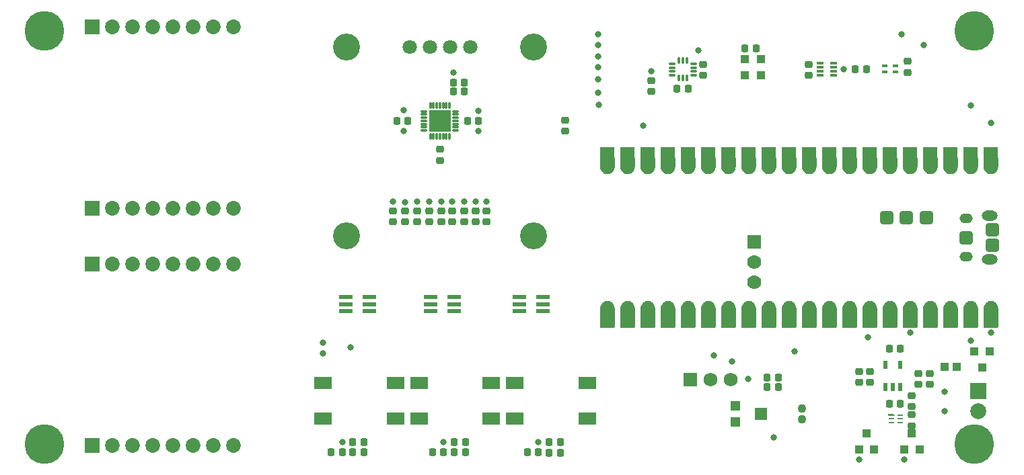
<source format=gts>
G04*
G04 #@! TF.GenerationSoftware,Altium Limited,Altium Designer,24.9.1 (31)*
G04*
G04 Layer_Color=8388736*
%FSLAX44Y44*%
%MOMM*%
G71*
G04*
G04 #@! TF.SameCoordinates,049DD743-820B-4880-A151-0CBBC5A4C6BC*
G04*
G04*
G04 #@! TF.FilePolarity,Negative*
G04*
G01*
G75*
%ADD22R,0.6000X1.1000*%
%ADD27R,1.2000X1.2000*%
%ADD28R,1.5000X1.6000*%
%ADD42R,2.3032X1.6032*%
%ADD43C,0.8032*%
G04:AMPARAMS|DCode=44|XSize=0.9632mm|YSize=0.8636mm|CornerRadius=0.1842mm|HoleSize=0mm|Usage=FLASHONLY|Rotation=270.000|XOffset=0mm|YOffset=0mm|HoleType=Round|Shape=RoundedRectangle|*
%AMROUNDEDRECTD44*
21,1,0.9632,0.4953,0,0,270.0*
21,1,0.5949,0.8636,0,0,270.0*
1,1,0.3683,-0.2477,-0.2975*
1,1,0.3683,-0.2477,0.2975*
1,1,0.3683,0.2477,0.2975*
1,1,0.3683,0.2477,-0.2975*
%
%ADD44ROUNDEDRECTD44*%
%ADD45R,1.7000X0.6000*%
%ADD46R,2.7500X2.7500*%
%ADD47O,0.3000X0.9500*%
%ADD48O,0.9500X0.3000*%
G04:AMPARAMS|DCode=49|XSize=0.9632mm|YSize=0.8636mm|CornerRadius=0.1842mm|HoleSize=0mm|Usage=FLASHONLY|Rotation=180.000|XOffset=0mm|YOffset=0mm|HoleType=Round|Shape=RoundedRectangle|*
%AMROUNDEDRECTD49*
21,1,0.9632,0.4953,0,0,180.0*
21,1,0.5949,0.8636,0,0,180.0*
1,1,0.3683,-0.2975,0.2477*
1,1,0.3683,0.2975,0.2477*
1,1,0.3683,0.2975,-0.2477*
1,1,0.3683,-0.2975,-0.2477*
%
%ADD49ROUNDEDRECTD49*%
%ADD50R,1.0032X1.1032*%
%ADD51R,0.7000X0.4000*%
%ADD52R,0.8200X0.4000*%
%ADD53R,1.0025X1.0025*%
%ADD54R,1.0032X1.0032*%
%ADD55C,0.2520*%
%ADD56R,0.7500X0.2800*%
%ADD57O,0.2900X0.9900*%
%ADD58O,0.9900X0.2900*%
%ADD59C,1.7780*%
%ADD60R,1.7780X1.7780*%
%ADD61O,1.6532X1.2532*%
%ADD62O,2.0032X1.3032*%
G04:AMPARAMS|DCode=63|XSize=1.7032mm|YSize=1.7032mm|CornerRadius=0.4016mm|HoleSize=0mm|Usage=FLASHONLY|Rotation=270.000|XOffset=0mm|YOffset=0mm|HoleType=Round|Shape=RoundedRectangle|*
%AMROUNDEDRECTD63*
21,1,1.7032,0.9000,0,0,270.0*
21,1,0.9000,1.7032,0,0,270.0*
1,1,0.8032,-0.4500,-0.4500*
1,1,0.8032,-0.4500,0.4500*
1,1,0.8032,0.4500,0.4500*
1,1,0.8032,0.4500,-0.4500*
%
%ADD63ROUNDEDRECTD63*%
%ADD64C,1.1032*%
%ADD65R,1.7532X1.7532*%
%ADD66C,1.7532*%
%ADD67C,1.8542*%
%ADD68R,1.8542X1.8542*%
%ADD69C,1.8032*%
%ADD70R,2.0032X2.0032*%
%ADD71C,2.0032*%
%ADD72C,3.4000*%
%ADD73C,5.0000*%
G36*
X739300Y-126082D02*
X739366Y-126086D01*
X739432Y-126090D01*
X739432Y-126090D01*
X739433Y-126091D01*
X739496Y-126103D01*
X739563Y-126116D01*
X739563Y-126116D01*
X739563Y-126117D01*
X739623Y-126137D01*
X739689Y-126159D01*
X739689Y-126159D01*
X739689Y-126159D01*
X739749Y-126189D01*
X739808Y-126218D01*
X739809Y-126218D01*
X739809Y-126218D01*
X739871Y-126260D01*
X739919Y-126292D01*
X739919Y-126292D01*
X739920Y-126292D01*
X739975Y-126341D01*
X740019Y-126379D01*
X740020Y-126380D01*
X740020Y-126380D01*
X740064Y-126430D01*
X740107Y-126479D01*
X740107Y-126480D01*
X740108Y-126480D01*
X740145Y-126537D01*
X740181Y-126590D01*
X740181Y-126591D01*
X740182Y-126591D01*
X740210Y-126649D01*
X740240Y-126709D01*
X740240Y-126710D01*
X740241Y-126710D01*
X740263Y-126775D01*
X740283Y-126836D01*
X740283Y-126836D01*
X740283Y-126837D01*
X740296Y-126902D01*
X740309Y-126966D01*
X740309Y-126967D01*
X740309Y-126967D01*
X740314Y-127032D01*
X740318Y-127099D01*
X740341Y-151074D01*
X740341Y-151074D01*
X740341Y-151074D01*
X740341Y-151599D01*
Y-151599D01*
D01*
X740332Y-151732D01*
X740196Y-152771D01*
X740178Y-152859D01*
X740170Y-152902D01*
X739898Y-153915D01*
X739856Y-154041D01*
X739856Y-154041D01*
X739454Y-155010D01*
X739454Y-155010D01*
X739395Y-155129D01*
X738871Y-156038D01*
X738797Y-156149D01*
X738797Y-156149D01*
X738159Y-156980D01*
X738071Y-157081D01*
X738071Y-157081D01*
X738071Y-157081D01*
X737329Y-157822D01*
X737229Y-157910D01*
X736397Y-158548D01*
X736286Y-158622D01*
D01*
X736286Y-158622D01*
X735378Y-159147D01*
X735258Y-159206D01*
X734289Y-159607D01*
X734204Y-159636D01*
X734163Y-159649D01*
X733150Y-159921D01*
X733020Y-159947D01*
X733020D01*
X731980Y-160083D01*
X731847Y-160092D01*
D01*
X731847D01*
X731323Y-160092D01*
X730799Y-160092D01*
X730799D01*
D01*
X730666Y-160083D01*
X729626Y-159946D01*
X729626D01*
X729495Y-159921D01*
X728483Y-159649D01*
X728356Y-159606D01*
X728356Y-159606D01*
X727388Y-159205D01*
X727387Y-159205D01*
X727348Y-159186D01*
X727268Y-159146D01*
X727268Y-159146D01*
X726360Y-158622D01*
X726249Y-158548D01*
X726249Y-158548D01*
X725417Y-157910D01*
X725317Y-157822D01*
X724576Y-157080D01*
Y-157080D01*
X724576D01*
X724488Y-156980D01*
X723849Y-156148D01*
X723849Y-156148D01*
X723775Y-156038D01*
X723251Y-155129D01*
X723192Y-155010D01*
X722791Y-154041D01*
X722748Y-153915D01*
X722748Y-153915D01*
X722477Y-152902D01*
X722477Y-152902D01*
X722456Y-152797D01*
X722451Y-152771D01*
Y-152771D01*
X722314Y-151732D01*
X722314Y-151732D01*
X722306Y-151617D01*
X722305Y-151599D01*
Y-151599D01*
Y-151599D01*
X722305Y-151076D01*
X722305Y-151075D01*
X722282Y-127101D01*
X722282Y-127100D01*
X722282Y-127100D01*
X722286Y-127032D01*
X722290Y-126968D01*
X722290Y-126967D01*
X722290Y-126967D01*
X722304Y-126899D01*
X722316Y-126837D01*
X722316Y-126837D01*
X722316Y-126836D01*
X722339Y-126769D01*
X722359Y-126711D01*
X722359Y-126711D01*
X722359Y-126710D01*
X722388Y-126651D01*
X722418Y-126592D01*
X722418Y-126591D01*
X722418Y-126591D01*
X722455Y-126535D01*
X722492Y-126481D01*
X722492Y-126481D01*
X722492Y-126480D01*
X722539Y-126427D01*
X722579Y-126381D01*
X722580Y-126380D01*
X722580Y-126380D01*
X722631Y-126335D01*
X722679Y-126293D01*
X722680Y-126292D01*
X722680Y-126292D01*
X722740Y-126252D01*
X722790Y-126219D01*
X722790Y-126218D01*
X722791Y-126218D01*
X722867Y-126180D01*
X722909Y-126160D01*
X722910Y-126159D01*
X722910Y-126159D01*
X722993Y-126131D01*
X723035Y-126117D01*
X723036Y-126117D01*
X723036Y-126116D01*
X723122Y-126099D01*
X723166Y-126091D01*
X723166Y-126091D01*
X723167Y-126090D01*
X723242Y-126086D01*
X723299Y-126082D01*
X723299Y-126082D01*
X723300Y-126082D01*
X739300Y-126082D01*
D02*
G37*
G36*
X713900D02*
X713966Y-126086D01*
X714032Y-126090D01*
X714032Y-126090D01*
X714033Y-126091D01*
X714096Y-126103D01*
X714163Y-126116D01*
X714163Y-126116D01*
X714163Y-126117D01*
X714223Y-126137D01*
X714289Y-126159D01*
X714289Y-126159D01*
X714289Y-126159D01*
X714349Y-126189D01*
X714408Y-126218D01*
X714408Y-126218D01*
X714409Y-126218D01*
X714471Y-126260D01*
X714519Y-126292D01*
X714519Y-126292D01*
X714520Y-126292D01*
X714575Y-126341D01*
X714619Y-126379D01*
X714620Y-126380D01*
X714620Y-126380D01*
X714664Y-126430D01*
X714707Y-126479D01*
X714707Y-126480D01*
X714708Y-126480D01*
X714745Y-126537D01*
X714781Y-126590D01*
X714781Y-126591D01*
X714782Y-126591D01*
X714810Y-126649D01*
X714840Y-126709D01*
X714840Y-126710D01*
X714841Y-126710D01*
X714863Y-126775D01*
X714883Y-126836D01*
X714883Y-126836D01*
X714883Y-126837D01*
X714896Y-126902D01*
X714909Y-126966D01*
X714909Y-126967D01*
X714909Y-126967D01*
X714914Y-127032D01*
X714918Y-127099D01*
X714941Y-151074D01*
X714941Y-151074D01*
X714941Y-151074D01*
X714941Y-151599D01*
Y-151599D01*
D01*
X714932Y-151732D01*
X714796Y-152771D01*
X714778Y-152859D01*
X714770Y-152902D01*
X714498Y-153915D01*
X714456Y-154041D01*
X714456Y-154041D01*
X714054Y-155010D01*
X714054Y-155010D01*
X713995Y-155129D01*
X713471Y-156038D01*
X713397Y-156149D01*
X713397Y-156149D01*
X712759Y-156980D01*
X712671Y-157081D01*
X712671Y-157081D01*
X712671Y-157081D01*
X711929Y-157822D01*
X711829Y-157910D01*
X710997Y-158548D01*
X710886Y-158622D01*
D01*
X710886Y-158622D01*
X709978Y-159147D01*
X709858Y-159206D01*
X708889Y-159607D01*
X708804Y-159636D01*
X708763Y-159649D01*
X707750Y-159921D01*
X707620Y-159947D01*
X707620D01*
X706580Y-160083D01*
X706447Y-160092D01*
D01*
X706447D01*
X705923Y-160092D01*
X705399Y-160092D01*
X705399D01*
D01*
X705266Y-160083D01*
X704226Y-159946D01*
X704226D01*
X704095Y-159921D01*
X703083Y-159649D01*
X702956Y-159606D01*
X702956Y-159606D01*
X701988Y-159205D01*
X701988Y-159205D01*
X701948Y-159186D01*
X701868Y-159146D01*
X701868Y-159146D01*
X700960Y-158622D01*
X700849Y-158548D01*
X700849Y-158548D01*
X700017Y-157910D01*
X699917Y-157822D01*
X699176Y-157080D01*
Y-157080D01*
X699175D01*
X699088Y-156980D01*
X698449Y-156148D01*
X698449Y-156148D01*
X698375Y-156038D01*
X697851Y-155129D01*
X697792Y-155010D01*
X697391Y-154041D01*
X697348Y-153915D01*
X697348Y-153915D01*
X697077Y-152902D01*
X697077Y-152902D01*
X697056Y-152797D01*
X697051Y-152771D01*
Y-152771D01*
X696914Y-151732D01*
X696914Y-151732D01*
X696906Y-151617D01*
X696905Y-151599D01*
Y-151599D01*
Y-151599D01*
X696905Y-151076D01*
X696905Y-151075D01*
X696882Y-127101D01*
X696882Y-127100D01*
X696882Y-127100D01*
X696886Y-127032D01*
X696890Y-126968D01*
X696890Y-126967D01*
X696890Y-126967D01*
X696904Y-126899D01*
X696916Y-126837D01*
X696916Y-126837D01*
X696916Y-126836D01*
X696939Y-126769D01*
X696959Y-126711D01*
X696959Y-126711D01*
X696959Y-126710D01*
X696988Y-126651D01*
X697018Y-126592D01*
X697018Y-126591D01*
X697018Y-126591D01*
X697055Y-126535D01*
X697092Y-126481D01*
X697092Y-126481D01*
X697092Y-126480D01*
X697139Y-126427D01*
X697179Y-126381D01*
X697180Y-126380D01*
X697180Y-126380D01*
X697231Y-126335D01*
X697279Y-126293D01*
X697280Y-126292D01*
X697280Y-126292D01*
X697340Y-126252D01*
X697390Y-126219D01*
X697390Y-126218D01*
X697391Y-126218D01*
X697467Y-126180D01*
X697509Y-126160D01*
X697510Y-126159D01*
X697510Y-126159D01*
X697593Y-126131D01*
X697635Y-126117D01*
X697636Y-126117D01*
X697636Y-126116D01*
X697722Y-126099D01*
X697766Y-126091D01*
X697766Y-126091D01*
X697767Y-126090D01*
X697842Y-126086D01*
X697899Y-126082D01*
X697899Y-126082D01*
X697900Y-126082D01*
X713900Y-126082D01*
D02*
G37*
G36*
X688500D02*
X688566Y-126086D01*
X688632Y-126090D01*
X688632Y-126090D01*
X688633Y-126091D01*
X688696Y-126103D01*
X688763Y-126116D01*
X688763Y-126116D01*
X688763Y-126117D01*
X688823Y-126137D01*
X688889Y-126159D01*
X688889Y-126159D01*
X688889Y-126159D01*
X688949Y-126189D01*
X689008Y-126218D01*
X689008Y-126218D01*
X689009Y-126218D01*
X689071Y-126260D01*
X689119Y-126292D01*
X689119Y-126292D01*
X689120Y-126292D01*
X689175Y-126341D01*
X689219Y-126379D01*
X689220Y-126380D01*
X689220Y-126380D01*
X689264Y-126430D01*
X689307Y-126479D01*
X689307Y-126480D01*
X689308Y-126480D01*
X689345Y-126537D01*
X689381Y-126590D01*
X689381Y-126591D01*
X689382Y-126591D01*
X689410Y-126649D01*
X689440Y-126709D01*
X689440Y-126710D01*
X689441Y-126710D01*
X689463Y-126775D01*
X689483Y-126836D01*
X689483Y-126836D01*
X689483Y-126837D01*
X689496Y-126902D01*
X689509Y-126966D01*
X689509Y-126967D01*
X689509Y-126967D01*
X689514Y-127032D01*
X689518Y-127099D01*
X689541Y-151074D01*
X689541Y-151074D01*
X689541Y-151074D01*
X689541Y-151599D01*
Y-151599D01*
D01*
X689532Y-151732D01*
X689396Y-152771D01*
X689378Y-152859D01*
X689370Y-152902D01*
X689098Y-153915D01*
X689056Y-154041D01*
X689056Y-154041D01*
X688654Y-155010D01*
X688654Y-155010D01*
X688595Y-155129D01*
X688071Y-156038D01*
X687997Y-156149D01*
X687997Y-156149D01*
X687359Y-156980D01*
X687271Y-157081D01*
X687271Y-157081D01*
X687271Y-157081D01*
X686529Y-157822D01*
X686429Y-157910D01*
X685597Y-158548D01*
X685486Y-158622D01*
D01*
X685486Y-158622D01*
X684578Y-159147D01*
X684458Y-159206D01*
X683490Y-159607D01*
X683404Y-159636D01*
X683363Y-159649D01*
X682350Y-159921D01*
X682220Y-159947D01*
X682220D01*
X681180Y-160083D01*
X681047Y-160092D01*
D01*
X681047D01*
X680523Y-160092D01*
X679999Y-160092D01*
X679999D01*
D01*
X679866Y-160083D01*
X678826Y-159946D01*
X678826D01*
X678695Y-159921D01*
X677682Y-159649D01*
X677556Y-159606D01*
X677556Y-159606D01*
X676588Y-159205D01*
X676588Y-159205D01*
X676548Y-159186D01*
X676468Y-159146D01*
X676468Y-159146D01*
X675560Y-158622D01*
X675449Y-158548D01*
X675449Y-158548D01*
X674617Y-157910D01*
X674517Y-157822D01*
X673776Y-157080D01*
Y-157080D01*
X673775D01*
X673688Y-156980D01*
X673049Y-156148D01*
X673049Y-156148D01*
X672975Y-156038D01*
X672451Y-155129D01*
X672392Y-155010D01*
X671991Y-154041D01*
X671948Y-153915D01*
X671948Y-153915D01*
X671677Y-152902D01*
X671677Y-152902D01*
X671656Y-152797D01*
X671651Y-152771D01*
Y-152771D01*
X671514Y-151732D01*
X671514Y-151732D01*
X671506Y-151617D01*
X671505Y-151599D01*
Y-151599D01*
Y-151599D01*
X671505Y-151076D01*
X671505Y-151075D01*
X671482Y-127101D01*
X671482Y-127100D01*
X671482Y-127100D01*
X671486Y-127032D01*
X671490Y-126968D01*
X671490Y-126967D01*
X671490Y-126967D01*
X671504Y-126899D01*
X671516Y-126837D01*
X671516Y-126837D01*
X671516Y-126836D01*
X671539Y-126769D01*
X671559Y-126711D01*
X671559Y-126711D01*
X671559Y-126710D01*
X671588Y-126651D01*
X671618Y-126592D01*
X671618Y-126591D01*
X671618Y-126591D01*
X671655Y-126535D01*
X671692Y-126481D01*
X671692Y-126481D01*
X671692Y-126480D01*
X671739Y-126427D01*
X671779Y-126381D01*
X671780Y-126380D01*
X671780Y-126380D01*
X671831Y-126335D01*
X671879Y-126293D01*
X671880Y-126292D01*
X671880Y-126292D01*
X671940Y-126252D01*
X671990Y-126219D01*
X671990Y-126218D01*
X671991Y-126218D01*
X672067Y-126180D01*
X672109Y-126160D01*
X672110Y-126159D01*
X672110Y-126159D01*
X672193Y-126131D01*
X672235Y-126117D01*
X672236Y-126117D01*
X672236Y-126116D01*
X672322Y-126099D01*
X672366Y-126091D01*
X672366Y-126091D01*
X672367Y-126090D01*
X672442Y-126086D01*
X672499Y-126082D01*
X672499Y-126082D01*
X672500Y-126082D01*
X688500Y-126082D01*
D02*
G37*
G36*
X663100D02*
X663166Y-126086D01*
X663232Y-126090D01*
X663232Y-126090D01*
X663233Y-126091D01*
X663296Y-126103D01*
X663363Y-126116D01*
X663363Y-126116D01*
X663363Y-126117D01*
X663423Y-126137D01*
X663489Y-126159D01*
X663489Y-126159D01*
X663490Y-126159D01*
X663549Y-126189D01*
X663608Y-126218D01*
X663608Y-126218D01*
X663609Y-126218D01*
X663671Y-126260D01*
X663719Y-126292D01*
X663719Y-126292D01*
X663720Y-126292D01*
X663775Y-126341D01*
X663819Y-126379D01*
X663820Y-126380D01*
X663820Y-126380D01*
X663864Y-126430D01*
X663907Y-126479D01*
X663907Y-126480D01*
X663908Y-126480D01*
X663945Y-126537D01*
X663981Y-126590D01*
X663981Y-126591D01*
X663982Y-126591D01*
X664010Y-126649D01*
X664040Y-126709D01*
X664040Y-126710D01*
X664041Y-126710D01*
X664063Y-126775D01*
X664083Y-126836D01*
X664083Y-126836D01*
X664083Y-126837D01*
X664096Y-126902D01*
X664109Y-126966D01*
X664109Y-126967D01*
X664109Y-126967D01*
X664114Y-127032D01*
X664118Y-127099D01*
X664141Y-151074D01*
X664141Y-151074D01*
X664141Y-151074D01*
X664141Y-151599D01*
Y-151599D01*
D01*
X664133Y-151732D01*
X663996Y-152771D01*
X663978Y-152859D01*
X663970Y-152902D01*
X663698Y-153915D01*
X663656Y-154041D01*
X663656Y-154041D01*
X663254Y-155010D01*
X663254Y-155010D01*
X663195Y-155129D01*
X662671Y-156038D01*
X662597Y-156149D01*
X662597Y-156149D01*
X661959Y-156980D01*
X661871Y-157081D01*
X661871Y-157081D01*
X661871Y-157081D01*
X661129Y-157822D01*
X661029Y-157910D01*
X660197Y-158548D01*
X660086Y-158622D01*
D01*
X660086Y-158622D01*
X659178Y-159147D01*
X659059Y-159206D01*
X658090Y-159607D01*
X658004Y-159636D01*
X657963Y-159649D01*
X656950Y-159921D01*
X656820Y-159947D01*
X656820D01*
X655780Y-160083D01*
X655647Y-160092D01*
D01*
X655647D01*
X655123Y-160092D01*
X654599Y-160092D01*
X654599D01*
D01*
X654466Y-160083D01*
X653426Y-159946D01*
X653426D01*
X653295Y-159921D01*
X652282Y-159649D01*
X652156Y-159606D01*
X652156Y-159606D01*
X651188Y-159205D01*
X651188Y-159205D01*
X651148Y-159186D01*
X651068Y-159146D01*
X651068Y-159146D01*
X650160Y-158622D01*
X650049Y-158548D01*
X650049Y-158548D01*
X649217Y-157910D01*
X649117Y-157822D01*
X648376Y-157080D01*
Y-157080D01*
X648375D01*
X648288Y-156980D01*
X647649Y-156148D01*
X647649Y-156148D01*
X647575Y-156038D01*
X647051Y-155129D01*
X646992Y-155010D01*
X646591Y-154041D01*
X646548Y-153915D01*
X646548Y-153915D01*
X646277Y-152902D01*
X646277Y-152902D01*
X646256Y-152797D01*
X646251Y-152771D01*
Y-152771D01*
X646114Y-151732D01*
X646114Y-151732D01*
X646106Y-151617D01*
X646105Y-151599D01*
Y-151599D01*
Y-151599D01*
X646105Y-151076D01*
X646105Y-151075D01*
X646082Y-127101D01*
X646082Y-127100D01*
X646082Y-127100D01*
X646086Y-127032D01*
X646090Y-126968D01*
X646090Y-126967D01*
X646090Y-126967D01*
X646104Y-126899D01*
X646116Y-126837D01*
X646116Y-126837D01*
X646116Y-126836D01*
X646139Y-126769D01*
X646159Y-126711D01*
X646159Y-126711D01*
X646159Y-126710D01*
X646188Y-126651D01*
X646218Y-126592D01*
X646218Y-126591D01*
X646218Y-126591D01*
X646255Y-126535D01*
X646292Y-126481D01*
X646292Y-126481D01*
X646292Y-126480D01*
X646339Y-126427D01*
X646379Y-126381D01*
X646380Y-126380D01*
X646380Y-126380D01*
X646431Y-126335D01*
X646479Y-126293D01*
X646480Y-126292D01*
X646480Y-126292D01*
X646540Y-126252D01*
X646590Y-126219D01*
X646590Y-126218D01*
X646591Y-126218D01*
X646667Y-126180D01*
X646709Y-126160D01*
X646710Y-126159D01*
X646710Y-126159D01*
X646793Y-126131D01*
X646835Y-126117D01*
X646836Y-126117D01*
X646836Y-126116D01*
X646922Y-126099D01*
X646966Y-126091D01*
X646966Y-126091D01*
X646967Y-126090D01*
X647042Y-126086D01*
X647099Y-126082D01*
X647099Y-126082D01*
X647100Y-126082D01*
X663100Y-126082D01*
D02*
G37*
G36*
X637700D02*
X637766Y-126086D01*
X637832Y-126090D01*
X637832Y-126090D01*
X637833Y-126091D01*
X637896Y-126103D01*
X637962Y-126116D01*
X637963Y-126116D01*
X637963Y-126117D01*
X638023Y-126137D01*
X638089Y-126159D01*
X638089Y-126159D01*
X638089Y-126159D01*
X638149Y-126189D01*
X638208Y-126218D01*
X638209Y-126218D01*
X638209Y-126218D01*
X638271Y-126260D01*
X638319Y-126292D01*
X638319Y-126292D01*
X638320Y-126292D01*
X638375Y-126341D01*
X638419Y-126379D01*
X638419Y-126380D01*
X638420Y-126380D01*
X638464Y-126430D01*
X638507Y-126479D01*
X638507Y-126480D01*
X638508Y-126480D01*
X638545Y-126537D01*
X638581Y-126590D01*
X638581Y-126591D01*
X638582Y-126591D01*
X638610Y-126649D01*
X638640Y-126709D01*
X638640Y-126710D01*
X638641Y-126710D01*
X638663Y-126775D01*
X638683Y-126836D01*
X638683Y-126836D01*
X638683Y-126837D01*
X638696Y-126902D01*
X638709Y-126966D01*
X638709Y-126967D01*
X638709Y-126967D01*
X638714Y-127032D01*
X638718Y-127099D01*
X638741Y-151074D01*
X638741Y-151074D01*
X638741Y-151074D01*
X638741Y-151599D01*
Y-151599D01*
D01*
X638732Y-151732D01*
X638596Y-152771D01*
X638578Y-152859D01*
X638570Y-152902D01*
X638298Y-153915D01*
X638256Y-154041D01*
X638256Y-154041D01*
X637854Y-155010D01*
X637854Y-155010D01*
X637795Y-155129D01*
X637271Y-156038D01*
X637197Y-156149D01*
X637197Y-156149D01*
X636559Y-156980D01*
X636471Y-157081D01*
X636471Y-157081D01*
X636471Y-157081D01*
X635729Y-157822D01*
X635629Y-157910D01*
X634797Y-158548D01*
X634686Y-158622D01*
D01*
X634686Y-158622D01*
X633778Y-159147D01*
X633658Y-159206D01*
X632690Y-159607D01*
X632604Y-159636D01*
X632563Y-159649D01*
X631550Y-159921D01*
X631420Y-159947D01*
X631420D01*
X630380Y-160083D01*
X630247Y-160092D01*
D01*
X630247D01*
X629723Y-160092D01*
X629199Y-160092D01*
X629199D01*
D01*
X629066Y-160083D01*
X628026Y-159946D01*
X628026D01*
X627895Y-159921D01*
X626883Y-159649D01*
X626756Y-159606D01*
X626756Y-159606D01*
X625788Y-159205D01*
X625788Y-159205D01*
X625748Y-159186D01*
X625668Y-159146D01*
X625668Y-159146D01*
X624760Y-158622D01*
X624649Y-158548D01*
X624649Y-158548D01*
X623817Y-157910D01*
X623717Y-157822D01*
X622976Y-157080D01*
Y-157080D01*
X622976D01*
X622888Y-156980D01*
X622249Y-156148D01*
X622249Y-156148D01*
X622175Y-156038D01*
X621651Y-155129D01*
X621592Y-155010D01*
X621191Y-154041D01*
X621148Y-153915D01*
X621148Y-153915D01*
X620877Y-152902D01*
X620877Y-152902D01*
X620856Y-152797D01*
X620851Y-152771D01*
Y-152771D01*
X620714Y-151732D01*
X620714Y-151732D01*
X620706Y-151617D01*
X620705Y-151599D01*
Y-151599D01*
Y-151599D01*
X620705Y-151076D01*
X620705Y-151075D01*
X620682Y-127101D01*
X620682Y-127100D01*
X620682Y-127100D01*
X620686Y-127032D01*
X620690Y-126968D01*
X620690Y-126967D01*
X620690Y-126967D01*
X620704Y-126899D01*
X620716Y-126837D01*
X620716Y-126837D01*
X620716Y-126836D01*
X620739Y-126769D01*
X620759Y-126711D01*
X620759Y-126711D01*
X620759Y-126710D01*
X620788Y-126651D01*
X620818Y-126592D01*
X620818Y-126591D01*
X620818Y-126591D01*
X620855Y-126535D01*
X620891Y-126481D01*
X620892Y-126481D01*
X620892Y-126480D01*
X620939Y-126427D01*
X620979Y-126381D01*
X620980Y-126380D01*
X620980Y-126380D01*
X621031Y-126335D01*
X621079Y-126293D01*
X621080Y-126292D01*
X621080Y-126292D01*
X621140Y-126252D01*
X621190Y-126219D01*
X621190Y-126218D01*
X621191Y-126218D01*
X621267Y-126180D01*
X621309Y-126160D01*
X621310Y-126159D01*
X621310Y-126159D01*
X621393Y-126131D01*
X621435Y-126117D01*
X621436Y-126117D01*
X621436Y-126116D01*
X621522Y-126099D01*
X621566Y-126091D01*
X621566Y-126091D01*
X621567Y-126090D01*
X621642Y-126086D01*
X621699Y-126082D01*
X621699Y-126082D01*
X621700Y-126082D01*
X637700Y-126082D01*
D02*
G37*
G36*
X612300D02*
X612366Y-126086D01*
X612432Y-126090D01*
X612432Y-126090D01*
X612433Y-126091D01*
X612496Y-126103D01*
X612562Y-126116D01*
X612563Y-126116D01*
X612563Y-126117D01*
X612623Y-126137D01*
X612689Y-126159D01*
X612689Y-126159D01*
X612690Y-126159D01*
X612749Y-126189D01*
X612808Y-126218D01*
X612808Y-126218D01*
X612809Y-126218D01*
X612871Y-126260D01*
X612919Y-126292D01*
X612919Y-126292D01*
X612920Y-126292D01*
X612975Y-126341D01*
X613019Y-126379D01*
X613019Y-126380D01*
X613020Y-126380D01*
X613064Y-126430D01*
X613107Y-126479D01*
X613107Y-126480D01*
X613108Y-126480D01*
X613145Y-126537D01*
X613181Y-126590D01*
X613181Y-126591D01*
X613182Y-126591D01*
X613210Y-126649D01*
X613240Y-126709D01*
X613240Y-126710D01*
X613241Y-126710D01*
X613263Y-126775D01*
X613283Y-126836D01*
X613283Y-126836D01*
X613283Y-126837D01*
X613296Y-126902D01*
X613309Y-126966D01*
X613309Y-126967D01*
X613309Y-126967D01*
X613314Y-127032D01*
X613318Y-127099D01*
X613341Y-151074D01*
X613341Y-151074D01*
X613341Y-151074D01*
X613341Y-151599D01*
Y-151599D01*
D01*
X613332Y-151732D01*
X613196Y-152771D01*
X613178Y-152859D01*
X613170Y-152902D01*
X612898Y-153915D01*
X612856Y-154041D01*
X612856Y-154041D01*
X612454Y-155010D01*
X612454Y-155010D01*
X612395Y-155129D01*
X611871Y-156038D01*
X611797Y-156149D01*
X611797Y-156149D01*
X611159Y-156980D01*
X611071Y-157081D01*
X611071Y-157081D01*
X611071Y-157081D01*
X610329Y-157822D01*
X610229Y-157910D01*
X609397Y-158548D01*
X609286Y-158622D01*
D01*
X609286Y-158622D01*
X608378Y-159147D01*
X608259Y-159206D01*
X607290Y-159607D01*
X607204Y-159636D01*
X607163Y-159649D01*
X606150Y-159921D01*
X606020Y-159947D01*
X606020D01*
X604980Y-160083D01*
X604847Y-160092D01*
D01*
X604847D01*
X604323Y-160092D01*
X603799Y-160092D01*
X603799D01*
D01*
X603666Y-160083D01*
X602626Y-159946D01*
X602626D01*
X602495Y-159921D01*
X601483Y-159649D01*
X601356Y-159606D01*
X601356Y-159606D01*
X600388Y-159205D01*
X600387Y-159205D01*
X600348Y-159186D01*
X600268Y-159146D01*
X600268Y-159146D01*
X599360Y-158622D01*
X599249Y-158548D01*
X599249Y-158548D01*
X598417Y-157910D01*
X598317Y-157822D01*
X597576Y-157080D01*
Y-157080D01*
X597575D01*
X597488Y-156980D01*
X596849Y-156148D01*
X596849Y-156148D01*
X596775Y-156038D01*
X596251Y-155129D01*
X596192Y-155010D01*
X595791Y-154041D01*
X595748Y-153915D01*
X595748Y-153915D01*
X595477Y-152902D01*
X595477Y-152902D01*
X595456Y-152797D01*
X595451Y-152771D01*
Y-152771D01*
X595314Y-151732D01*
X595314Y-151732D01*
X595306Y-151617D01*
X595305Y-151599D01*
Y-151599D01*
Y-151599D01*
X595305Y-151076D01*
X595305Y-151075D01*
X595282Y-127101D01*
X595282Y-127100D01*
X595282Y-127100D01*
X595286Y-127032D01*
X595290Y-126968D01*
X595290Y-126967D01*
X595290Y-126967D01*
X595304Y-126899D01*
X595316Y-126837D01*
X595316Y-126837D01*
X595316Y-126836D01*
X595339Y-126769D01*
X595359Y-126711D01*
X595359Y-126711D01*
X595359Y-126710D01*
X595388Y-126651D01*
X595418Y-126592D01*
X595418Y-126591D01*
X595418Y-126591D01*
X595455Y-126535D01*
X595491Y-126481D01*
X595492Y-126481D01*
X595492Y-126480D01*
X595539Y-126427D01*
X595579Y-126381D01*
X595580Y-126380D01*
X595580Y-126380D01*
X595631Y-126335D01*
X595679Y-126293D01*
X595680Y-126292D01*
X595680Y-126292D01*
X595740Y-126252D01*
X595790Y-126219D01*
X595790Y-126218D01*
X595791Y-126218D01*
X595867Y-126180D01*
X595909Y-126160D01*
X595910Y-126159D01*
X595910Y-126159D01*
X595993Y-126131D01*
X596035Y-126117D01*
X596036Y-126117D01*
X596036Y-126116D01*
X596122Y-126099D01*
X596166Y-126091D01*
X596166Y-126091D01*
X596167Y-126090D01*
X596242Y-126086D01*
X596299Y-126082D01*
X596299Y-126082D01*
X596300Y-126082D01*
X612300Y-126082D01*
D02*
G37*
G36*
X586900D02*
X586966Y-126086D01*
X587032Y-126090D01*
X587032Y-126090D01*
X587033Y-126091D01*
X587096Y-126103D01*
X587163Y-126116D01*
X587163Y-126116D01*
X587163Y-126117D01*
X587223Y-126137D01*
X587289Y-126159D01*
X587289Y-126159D01*
X587290Y-126159D01*
X587349Y-126189D01*
X587408Y-126218D01*
X587408Y-126218D01*
X587409Y-126218D01*
X587471Y-126260D01*
X587519Y-126292D01*
X587519Y-126292D01*
X587520Y-126292D01*
X587575Y-126341D01*
X587619Y-126379D01*
X587620Y-126380D01*
X587620Y-126380D01*
X587664Y-126430D01*
X587707Y-126479D01*
X587707Y-126480D01*
X587708Y-126480D01*
X587746Y-126537D01*
X587781Y-126590D01*
X587781Y-126591D01*
X587782Y-126591D01*
X587811Y-126649D01*
X587840Y-126709D01*
X587840Y-126710D01*
X587841Y-126710D01*
X587863Y-126775D01*
X587883Y-126836D01*
X587883Y-126836D01*
X587883Y-126837D01*
X587896Y-126902D01*
X587909Y-126966D01*
X587909Y-126967D01*
X587909Y-126967D01*
X587914Y-127032D01*
X587918Y-127099D01*
X587941Y-151074D01*
X587941Y-151074D01*
X587941Y-151074D01*
X587941Y-151599D01*
Y-151599D01*
D01*
X587933Y-151732D01*
X587796Y-152771D01*
X587778Y-152859D01*
X587770Y-152902D01*
X587498Y-153915D01*
X587456Y-154041D01*
X587456Y-154041D01*
X587054Y-155010D01*
X587054Y-155010D01*
X586995Y-155129D01*
X586471Y-156038D01*
X586397Y-156149D01*
X586397Y-156149D01*
X585759Y-156980D01*
X585671Y-157081D01*
X585671Y-157081D01*
X585671Y-157081D01*
X584929Y-157822D01*
X584829Y-157910D01*
X583997Y-158548D01*
X583886Y-158622D01*
D01*
X583886Y-158622D01*
X582978Y-159147D01*
X582859Y-159206D01*
X581889Y-159607D01*
X581804Y-159636D01*
X581763Y-159649D01*
X580750Y-159921D01*
X580620Y-159947D01*
X580620D01*
X579580Y-160083D01*
X579447Y-160092D01*
D01*
X579447D01*
X578923Y-160092D01*
X578399Y-160092D01*
X578399D01*
D01*
X578266Y-160083D01*
X577226Y-159946D01*
X577226D01*
X577095Y-159921D01*
X576082Y-159649D01*
X575956Y-159606D01*
X575956Y-159606D01*
X574988Y-159205D01*
X574987Y-159205D01*
X574948Y-159186D01*
X574868Y-159146D01*
X574868Y-159146D01*
X573960Y-158622D01*
X573849Y-158548D01*
X573849Y-158548D01*
X573017Y-157910D01*
X572917Y-157822D01*
X572176Y-157080D01*
Y-157080D01*
X572175D01*
X572088Y-156980D01*
X571449Y-156148D01*
X571449Y-156148D01*
X571375Y-156038D01*
X570851Y-155129D01*
X570792Y-155010D01*
X570391Y-154041D01*
X570348Y-153915D01*
X570348Y-153915D01*
X570077Y-152902D01*
X570077Y-152902D01*
X570056Y-152797D01*
X570051Y-152771D01*
Y-152771D01*
X569914Y-151732D01*
X569914Y-151732D01*
X569906Y-151617D01*
X569905Y-151599D01*
Y-151599D01*
Y-151599D01*
X569905Y-151076D01*
X569905Y-151075D01*
X569882Y-127101D01*
X569882Y-127100D01*
X569882Y-127100D01*
X569886Y-127032D01*
X569890Y-126968D01*
X569890Y-126967D01*
X569890Y-126967D01*
X569904Y-126899D01*
X569916Y-126837D01*
X569916Y-126837D01*
X569916Y-126836D01*
X569939Y-126769D01*
X569959Y-126711D01*
X569959Y-126711D01*
X569959Y-126710D01*
X569988Y-126651D01*
X570018Y-126592D01*
X570018Y-126591D01*
X570018Y-126591D01*
X570055Y-126535D01*
X570092Y-126481D01*
X570092Y-126481D01*
X570092Y-126480D01*
X570139Y-126427D01*
X570179Y-126381D01*
X570180Y-126380D01*
X570180Y-126380D01*
X570231Y-126335D01*
X570279Y-126293D01*
X570280Y-126292D01*
X570280Y-126292D01*
X570340Y-126252D01*
X570390Y-126219D01*
X570390Y-126218D01*
X570391Y-126218D01*
X570467Y-126180D01*
X570509Y-126160D01*
X570510Y-126159D01*
X570510Y-126159D01*
X570593Y-126131D01*
X570635Y-126117D01*
X570636Y-126117D01*
X570636Y-126116D01*
X570722Y-126099D01*
X570766Y-126091D01*
X570766Y-126091D01*
X570767Y-126090D01*
X570842Y-126086D01*
X570899Y-126082D01*
X570899Y-126082D01*
X570900Y-126082D01*
X586900Y-126082D01*
D02*
G37*
G36*
X561500D02*
X561566Y-126086D01*
X561632Y-126090D01*
X561632Y-126090D01*
X561633Y-126091D01*
X561696Y-126103D01*
X561763Y-126116D01*
X561763Y-126116D01*
X561763Y-126117D01*
X561823Y-126137D01*
X561889Y-126159D01*
X561889Y-126159D01*
X561889Y-126159D01*
X561949Y-126189D01*
X562008Y-126218D01*
X562009Y-126218D01*
X562009Y-126218D01*
X562071Y-126260D01*
X562119Y-126292D01*
X562119Y-126292D01*
X562120Y-126292D01*
X562175Y-126341D01*
X562219Y-126379D01*
X562220Y-126380D01*
X562220Y-126380D01*
X562264Y-126430D01*
X562307Y-126479D01*
X562307Y-126480D01*
X562308Y-126480D01*
X562346Y-126537D01*
X562381Y-126590D01*
X562381Y-126591D01*
X562382Y-126591D01*
X562411Y-126649D01*
X562440Y-126709D01*
X562440Y-126710D01*
X562441Y-126710D01*
X562463Y-126775D01*
X562483Y-126836D01*
X562483Y-126836D01*
X562483Y-126837D01*
X562496Y-126902D01*
X562509Y-126966D01*
X562509Y-126967D01*
X562509Y-126967D01*
X562514Y-127032D01*
X562518Y-127099D01*
X562541Y-151074D01*
X562541Y-151074D01*
X562541Y-151074D01*
X562541Y-151599D01*
Y-151599D01*
D01*
X562533Y-151732D01*
X562396Y-152771D01*
X562378Y-152859D01*
X562370Y-152902D01*
X562098Y-153915D01*
X562056Y-154041D01*
X562056Y-154041D01*
X561654Y-155010D01*
X561654Y-155010D01*
X561595Y-155129D01*
X561071Y-156038D01*
X560997Y-156149D01*
X560997Y-156149D01*
X560359Y-156980D01*
X560271Y-157081D01*
X560271Y-157081D01*
X560271Y-157081D01*
X559529Y-157822D01*
X559429Y-157910D01*
X558597Y-158548D01*
X558486Y-158622D01*
D01*
X558486Y-158622D01*
X557578Y-159147D01*
X557458Y-159206D01*
X556489Y-159607D01*
X556404Y-159636D01*
X556363Y-159649D01*
X555350Y-159921D01*
X555220Y-159947D01*
X555220D01*
X554180Y-160083D01*
X554047Y-160092D01*
D01*
X554047D01*
X553523Y-160092D01*
X552999Y-160092D01*
X552999D01*
D01*
X552866Y-160083D01*
X551826Y-159946D01*
X551826D01*
X551695Y-159921D01*
X550682Y-159649D01*
X550556Y-159606D01*
X550556Y-159606D01*
X549588Y-159205D01*
X549588Y-159205D01*
X549548Y-159186D01*
X549468Y-159146D01*
X549468Y-159146D01*
X548560Y-158622D01*
X548449Y-158548D01*
X548449Y-158548D01*
X547617Y-157910D01*
X547517Y-157822D01*
X546776Y-157080D01*
Y-157080D01*
X546776D01*
X546688Y-156980D01*
X546049Y-156148D01*
X546049Y-156148D01*
X545975Y-156038D01*
X545451Y-155129D01*
X545392Y-155010D01*
X544991Y-154041D01*
X544948Y-153915D01*
X544948Y-153915D01*
X544677Y-152902D01*
X544677Y-152902D01*
X544656Y-152797D01*
X544651Y-152771D01*
Y-152771D01*
X544514Y-151732D01*
X544514Y-151732D01*
X544506Y-151617D01*
X544505Y-151599D01*
Y-151599D01*
Y-151599D01*
X544505Y-151076D01*
X544505Y-151075D01*
X544482Y-127101D01*
X544482Y-127100D01*
X544482Y-127100D01*
X544486Y-127032D01*
X544490Y-126968D01*
X544490Y-126967D01*
X544490Y-126967D01*
X544504Y-126899D01*
X544516Y-126837D01*
X544516Y-126837D01*
X544516Y-126836D01*
X544539Y-126769D01*
X544559Y-126711D01*
X544559Y-126711D01*
X544559Y-126710D01*
X544588Y-126651D01*
X544618Y-126592D01*
X544618Y-126591D01*
X544618Y-126591D01*
X544655Y-126535D01*
X544692Y-126481D01*
X544692Y-126481D01*
X544692Y-126480D01*
X544739Y-126427D01*
X544779Y-126381D01*
X544780Y-126380D01*
X544780Y-126380D01*
X544831Y-126335D01*
X544879Y-126293D01*
X544880Y-126292D01*
X544880Y-126292D01*
X544940Y-126252D01*
X544990Y-126219D01*
X544990Y-126218D01*
X544991Y-126218D01*
X545067Y-126180D01*
X545109Y-126160D01*
X545110Y-126159D01*
X545110Y-126159D01*
X545193Y-126131D01*
X545235Y-126117D01*
X545236Y-126117D01*
X545236Y-126116D01*
X545322Y-126099D01*
X545366Y-126091D01*
X545366Y-126091D01*
X545367Y-126090D01*
X545442Y-126086D01*
X545499Y-126082D01*
X545499Y-126082D01*
X545500Y-126082D01*
X561500Y-126082D01*
D02*
G37*
G36*
X536100D02*
X536166Y-126086D01*
X536232Y-126090D01*
X536232Y-126090D01*
X536233Y-126091D01*
X536296Y-126103D01*
X536362Y-126116D01*
X536363Y-126116D01*
X536363Y-126117D01*
X536423Y-126137D01*
X536489Y-126159D01*
X536489Y-126159D01*
X536489Y-126159D01*
X536549Y-126189D01*
X536608Y-126218D01*
X536609Y-126218D01*
X536609Y-126218D01*
X536671Y-126260D01*
X536719Y-126292D01*
X536719Y-126292D01*
X536720Y-126292D01*
X536775Y-126341D01*
X536819Y-126379D01*
X536819Y-126380D01*
X536820Y-126380D01*
X536864Y-126430D01*
X536907Y-126479D01*
X536907Y-126480D01*
X536908Y-126480D01*
X536945Y-126537D01*
X536981Y-126590D01*
X536981Y-126591D01*
X536982Y-126591D01*
X537010Y-126649D01*
X537040Y-126709D01*
X537040Y-126710D01*
X537041Y-126710D01*
X537063Y-126775D01*
X537083Y-126836D01*
X537083Y-126836D01*
X537083Y-126837D01*
X537096Y-126902D01*
X537109Y-126966D01*
X537109Y-126967D01*
X537109Y-126967D01*
X537114Y-127032D01*
X537118Y-127099D01*
X537141Y-151074D01*
X537141Y-151074D01*
X537141Y-151074D01*
X537141Y-151599D01*
Y-151599D01*
D01*
X537132Y-151732D01*
X536996Y-152771D01*
X536978Y-152859D01*
X536970Y-152902D01*
X536698Y-153915D01*
X536656Y-154041D01*
X536656Y-154041D01*
X536254Y-155010D01*
X536254Y-155010D01*
X536195Y-155129D01*
X535671Y-156038D01*
X535597Y-156149D01*
X535597Y-156149D01*
X534959Y-156980D01*
X534871Y-157081D01*
X534871Y-157081D01*
X534871Y-157081D01*
X534129Y-157822D01*
X534029Y-157910D01*
X533197Y-158548D01*
X533086Y-158622D01*
D01*
X533086Y-158622D01*
X532178Y-159147D01*
X532058Y-159206D01*
X531090Y-159607D01*
X531004Y-159636D01*
X530963Y-159649D01*
X529950Y-159921D01*
X529820Y-159947D01*
X529820D01*
X528780Y-160083D01*
X528647Y-160092D01*
D01*
X528647D01*
X528123Y-160092D01*
X527599Y-160092D01*
X527599D01*
D01*
X527466Y-160083D01*
X526426Y-159946D01*
X526426D01*
X526295Y-159921D01*
X525283Y-159649D01*
X525156Y-159606D01*
X525156Y-159606D01*
X524188Y-159205D01*
X524188Y-159205D01*
X524148Y-159186D01*
X524068Y-159146D01*
X524068Y-159146D01*
X523160Y-158622D01*
X523049Y-158548D01*
X523049Y-158548D01*
X522217Y-157910D01*
X522117Y-157822D01*
X521376Y-157080D01*
Y-157080D01*
X521376D01*
X521288Y-156980D01*
X520649Y-156148D01*
X520649Y-156148D01*
X520575Y-156038D01*
X520051Y-155129D01*
X519992Y-155010D01*
X519591Y-154041D01*
X519548Y-153915D01*
X519548Y-153915D01*
X519277Y-152902D01*
X519277Y-152902D01*
X519256Y-152797D01*
X519251Y-152771D01*
Y-152771D01*
X519114Y-151732D01*
X519114Y-151732D01*
X519106Y-151617D01*
X519105Y-151599D01*
Y-151599D01*
Y-151599D01*
X519105Y-151076D01*
X519105Y-151075D01*
X519082Y-127101D01*
X519082Y-127100D01*
X519082Y-127100D01*
X519086Y-127032D01*
X519090Y-126968D01*
X519090Y-126967D01*
X519090Y-126967D01*
X519104Y-126899D01*
X519116Y-126837D01*
X519116Y-126837D01*
X519116Y-126836D01*
X519139Y-126769D01*
X519159Y-126711D01*
X519159Y-126711D01*
X519159Y-126710D01*
X519188Y-126651D01*
X519218Y-126592D01*
X519218Y-126591D01*
X519218Y-126591D01*
X519255Y-126535D01*
X519291Y-126481D01*
X519292Y-126481D01*
X519292Y-126480D01*
X519339Y-126427D01*
X519379Y-126381D01*
X519380Y-126380D01*
X519380Y-126380D01*
X519431Y-126335D01*
X519479Y-126293D01*
X519480Y-126292D01*
X519480Y-126292D01*
X519540Y-126252D01*
X519590Y-126219D01*
X519590Y-126218D01*
X519591Y-126218D01*
X519667Y-126180D01*
X519709Y-126160D01*
X519710Y-126159D01*
X519710Y-126159D01*
X519793Y-126131D01*
X519835Y-126117D01*
X519836Y-126117D01*
X519836Y-126116D01*
X519922Y-126099D01*
X519966Y-126091D01*
X519966Y-126091D01*
X519967Y-126090D01*
X520042Y-126086D01*
X520099Y-126082D01*
X520099Y-126082D01*
X520100Y-126082D01*
X536100Y-126082D01*
D02*
G37*
G36*
X510700D02*
X510766Y-126086D01*
X510832Y-126090D01*
X510832Y-126090D01*
X510833Y-126091D01*
X510896Y-126103D01*
X510962Y-126116D01*
X510963Y-126116D01*
X510963Y-126117D01*
X511023Y-126137D01*
X511089Y-126159D01*
X511089Y-126159D01*
X511090Y-126159D01*
X511149Y-126189D01*
X511208Y-126218D01*
X511208Y-126218D01*
X511209Y-126218D01*
X511271Y-126260D01*
X511319Y-126292D01*
X511319Y-126292D01*
X511320Y-126292D01*
X511375Y-126341D01*
X511419Y-126379D01*
X511419Y-126380D01*
X511420Y-126380D01*
X511464Y-126430D01*
X511507Y-126479D01*
X511507Y-126480D01*
X511508Y-126480D01*
X511545Y-126537D01*
X511581Y-126590D01*
X511581Y-126591D01*
X511582Y-126591D01*
X511610Y-126649D01*
X511640Y-126709D01*
X511640Y-126710D01*
X511641Y-126710D01*
X511663Y-126775D01*
X511683Y-126836D01*
X511683Y-126836D01*
X511683Y-126837D01*
X511696Y-126902D01*
X511709Y-126966D01*
X511709Y-126967D01*
X511709Y-126967D01*
X511714Y-127032D01*
X511718Y-127099D01*
X511741Y-151074D01*
X511741Y-151074D01*
X511741Y-151074D01*
X511741Y-151599D01*
Y-151599D01*
D01*
X511732Y-151732D01*
X511596Y-152771D01*
X511578Y-152859D01*
X511570Y-152902D01*
X511298Y-153915D01*
X511256Y-154041D01*
X511256Y-154041D01*
X510854Y-155010D01*
X510854Y-155010D01*
X510795Y-155129D01*
X510271Y-156038D01*
X510197Y-156149D01*
X510197Y-156149D01*
X509559Y-156980D01*
X509471Y-157081D01*
X509471Y-157081D01*
X509471Y-157081D01*
X508729Y-157822D01*
X508629Y-157910D01*
X507797Y-158548D01*
X507686Y-158622D01*
D01*
X507686Y-158622D01*
X506778Y-159147D01*
X506659Y-159206D01*
X505690Y-159607D01*
X505604Y-159636D01*
X505563Y-159649D01*
X504550Y-159921D01*
X504420Y-159947D01*
X504420D01*
X503380Y-160083D01*
X503247Y-160092D01*
D01*
X503247D01*
X502723Y-160092D01*
X502199Y-160092D01*
X502199D01*
D01*
X502066Y-160083D01*
X501026Y-159946D01*
X501026D01*
X500895Y-159921D01*
X499883Y-159649D01*
X499756Y-159606D01*
X499756Y-159606D01*
X498788Y-159205D01*
X498787Y-159205D01*
X498748Y-159186D01*
X498668Y-159146D01*
X498668Y-159146D01*
X497760Y-158622D01*
X497649Y-158548D01*
X497649Y-158548D01*
X496817Y-157910D01*
X496717Y-157822D01*
X495976Y-157080D01*
Y-157080D01*
X495975D01*
X495888Y-156980D01*
X495249Y-156148D01*
X495249Y-156148D01*
X495175Y-156038D01*
X494651Y-155129D01*
X494592Y-155010D01*
X494191Y-154041D01*
X494148Y-153915D01*
X494148Y-153915D01*
X493877Y-152902D01*
X493877Y-152902D01*
X493856Y-152797D01*
X493851Y-152771D01*
Y-152771D01*
X493714Y-151732D01*
X493714Y-151732D01*
X493706Y-151617D01*
X493705Y-151599D01*
Y-151599D01*
Y-151599D01*
X493705Y-151076D01*
X493705Y-151075D01*
X493682Y-127101D01*
X493682Y-127100D01*
X493682Y-127100D01*
X493686Y-127032D01*
X493690Y-126968D01*
X493690Y-126967D01*
X493690Y-126967D01*
X493704Y-126899D01*
X493716Y-126837D01*
X493716Y-126837D01*
X493716Y-126836D01*
X493739Y-126769D01*
X493759Y-126711D01*
X493759Y-126711D01*
X493759Y-126710D01*
X493788Y-126651D01*
X493818Y-126592D01*
X493818Y-126591D01*
X493818Y-126591D01*
X493855Y-126535D01*
X493891Y-126481D01*
X493892Y-126481D01*
X493892Y-126480D01*
X493939Y-126427D01*
X493979Y-126381D01*
X493980Y-126380D01*
X493980Y-126380D01*
X494031Y-126335D01*
X494079Y-126293D01*
X494080Y-126292D01*
X494080Y-126292D01*
X494140Y-126252D01*
X494190Y-126219D01*
X494190Y-126218D01*
X494191Y-126218D01*
X494267Y-126180D01*
X494309Y-126160D01*
X494310Y-126159D01*
X494310Y-126159D01*
X494393Y-126131D01*
X494435Y-126117D01*
X494436Y-126117D01*
X494436Y-126116D01*
X494522Y-126099D01*
X494566Y-126091D01*
X494566Y-126091D01*
X494567Y-126090D01*
X494642Y-126086D01*
X494699Y-126082D01*
X494699Y-126082D01*
X494700Y-126082D01*
X510700Y-126082D01*
D02*
G37*
G36*
X485300D02*
X485366Y-126086D01*
X485432Y-126090D01*
X485432Y-126090D01*
X485433Y-126091D01*
X485496Y-126103D01*
X485563Y-126116D01*
X485563Y-126116D01*
X485563Y-126117D01*
X485623Y-126137D01*
X485689Y-126159D01*
X485689Y-126159D01*
X485690Y-126159D01*
X485749Y-126189D01*
X485808Y-126218D01*
X485808Y-126218D01*
X485809Y-126218D01*
X485871Y-126260D01*
X485919Y-126292D01*
X485919Y-126292D01*
X485920Y-126292D01*
X485975Y-126341D01*
X486019Y-126379D01*
X486020Y-126380D01*
X486020Y-126380D01*
X486064Y-126430D01*
X486107Y-126479D01*
X486107Y-126480D01*
X486108Y-126480D01*
X486146Y-126537D01*
X486181Y-126590D01*
X486181Y-126591D01*
X486182Y-126591D01*
X486211Y-126649D01*
X486240Y-126709D01*
X486240Y-126710D01*
X486241Y-126710D01*
X486263Y-126775D01*
X486283Y-126836D01*
X486283Y-126836D01*
X486283Y-126837D01*
X486296Y-126902D01*
X486309Y-126966D01*
X486309Y-126967D01*
X486309Y-126967D01*
X486314Y-127032D01*
X486318Y-127099D01*
X486341Y-151074D01*
X486341Y-151074D01*
X486341Y-151074D01*
X486341Y-151599D01*
Y-151599D01*
D01*
X486333Y-151732D01*
X486196Y-152771D01*
X486178Y-152859D01*
X486170Y-152902D01*
X485898Y-153915D01*
X485856Y-154041D01*
X485856Y-154041D01*
X485454Y-155010D01*
X485454Y-155010D01*
X485395Y-155129D01*
X484871Y-156038D01*
X484797Y-156149D01*
X484797Y-156149D01*
X484159Y-156980D01*
X484071Y-157081D01*
X484071Y-157081D01*
X484071Y-157081D01*
X483329Y-157822D01*
X483229Y-157910D01*
X482397Y-158548D01*
X482286Y-158622D01*
D01*
X482286Y-158622D01*
X481378Y-159147D01*
X481259Y-159206D01*
X480289Y-159607D01*
X480204Y-159636D01*
X480163Y-159649D01*
X479150Y-159921D01*
X479020Y-159947D01*
X479020D01*
X477980Y-160083D01*
X477847Y-160092D01*
D01*
X477847D01*
X477323Y-160092D01*
X476799Y-160092D01*
X476799D01*
D01*
X476666Y-160083D01*
X475626Y-159946D01*
X475626D01*
X475495Y-159921D01*
X474482Y-159649D01*
X474356Y-159606D01*
X474356Y-159606D01*
X473388Y-159205D01*
X473387Y-159205D01*
X473348Y-159186D01*
X473268Y-159146D01*
X473268Y-159146D01*
X472360Y-158622D01*
X472249Y-158548D01*
X472249Y-158548D01*
X471417Y-157910D01*
X471317Y-157822D01*
X470576Y-157080D01*
Y-157080D01*
X470575D01*
X470488Y-156980D01*
X469849Y-156148D01*
X469849Y-156148D01*
X469775Y-156038D01*
X469251Y-155129D01*
X469192Y-155010D01*
X468791Y-154041D01*
X468748Y-153915D01*
X468748Y-153915D01*
X468477Y-152902D01*
X468477Y-152902D01*
X468456Y-152797D01*
X468451Y-152771D01*
Y-152771D01*
X468314Y-151732D01*
X468314Y-151732D01*
X468306Y-151617D01*
X468305Y-151599D01*
Y-151599D01*
Y-151599D01*
X468305Y-151076D01*
X468305Y-151075D01*
X468282Y-127101D01*
X468282Y-127100D01*
X468282Y-127100D01*
X468286Y-127032D01*
X468290Y-126968D01*
X468290Y-126967D01*
X468290Y-126967D01*
X468304Y-126899D01*
X468316Y-126837D01*
X468316Y-126837D01*
X468316Y-126836D01*
X468339Y-126769D01*
X468359Y-126711D01*
X468359Y-126711D01*
X468359Y-126710D01*
X468388Y-126651D01*
X468418Y-126592D01*
X468418Y-126591D01*
X468418Y-126591D01*
X468455Y-126535D01*
X468492Y-126481D01*
X468492Y-126481D01*
X468492Y-126480D01*
X468539Y-126427D01*
X468579Y-126381D01*
X468580Y-126380D01*
X468580Y-126380D01*
X468631Y-126335D01*
X468679Y-126293D01*
X468680Y-126292D01*
X468680Y-126292D01*
X468740Y-126252D01*
X468790Y-126219D01*
X468790Y-126218D01*
X468791Y-126218D01*
X468867Y-126180D01*
X468909Y-126160D01*
X468910Y-126159D01*
X468910Y-126159D01*
X468993Y-126131D01*
X469035Y-126117D01*
X469036Y-126117D01*
X469036Y-126116D01*
X469122Y-126099D01*
X469166Y-126091D01*
X469166Y-126091D01*
X469167Y-126090D01*
X469242Y-126086D01*
X469299Y-126082D01*
X469299Y-126082D01*
X469300Y-126082D01*
X485300Y-126082D01*
D02*
G37*
G36*
X459900D02*
X459966Y-126086D01*
X460032Y-126090D01*
X460032Y-126090D01*
X460033Y-126091D01*
X460096Y-126103D01*
X460163Y-126116D01*
X460163Y-126116D01*
X460163Y-126117D01*
X460223Y-126137D01*
X460289Y-126159D01*
X460289Y-126159D01*
X460289Y-126159D01*
X460349Y-126189D01*
X460408Y-126218D01*
X460409Y-126218D01*
X460409Y-126218D01*
X460471Y-126260D01*
X460519Y-126292D01*
X460519Y-126292D01*
X460520Y-126292D01*
X460575Y-126341D01*
X460619Y-126379D01*
X460620Y-126380D01*
X460620Y-126380D01*
X460664Y-126430D01*
X460707Y-126479D01*
X460707Y-126480D01*
X460708Y-126480D01*
X460746Y-126537D01*
X460781Y-126590D01*
X460781Y-126591D01*
X460782Y-126591D01*
X460811Y-126649D01*
X460840Y-126709D01*
X460840Y-126710D01*
X460841Y-126710D01*
X460863Y-126775D01*
X460883Y-126836D01*
X460883Y-126836D01*
X460883Y-126837D01*
X460896Y-126902D01*
X460909Y-126966D01*
X460909Y-126967D01*
X460909Y-126967D01*
X460914Y-127032D01*
X460918Y-127099D01*
X460941Y-151074D01*
X460941Y-151074D01*
X460941Y-151074D01*
X460941Y-151599D01*
Y-151599D01*
D01*
X460933Y-151732D01*
X460796Y-152771D01*
X460778Y-152859D01*
X460770Y-152902D01*
X460498Y-153915D01*
X460456Y-154041D01*
X460456Y-154041D01*
X460054Y-155010D01*
X460054Y-155010D01*
X459995Y-155129D01*
X459471Y-156038D01*
X459397Y-156149D01*
X459397Y-156149D01*
X458759Y-156980D01*
X458671Y-157081D01*
X458671Y-157081D01*
X458671Y-157081D01*
X457929Y-157822D01*
X457829Y-157910D01*
X456997Y-158548D01*
X456886Y-158622D01*
D01*
X456886Y-158622D01*
X455978Y-159147D01*
X455858Y-159206D01*
X454889Y-159607D01*
X454804Y-159636D01*
X454763Y-159649D01*
X453750Y-159921D01*
X453620Y-159947D01*
X453620D01*
X452580Y-160083D01*
X452447Y-160092D01*
D01*
X452447D01*
X451923Y-160092D01*
X451399Y-160092D01*
X451399D01*
D01*
X451266Y-160083D01*
X450226Y-159946D01*
X450226D01*
X450095Y-159921D01*
X449082Y-159649D01*
X448956Y-159606D01*
X448956Y-159606D01*
X447988Y-159205D01*
X447988Y-159205D01*
X447948Y-159186D01*
X447868Y-159146D01*
X447868Y-159146D01*
X446960Y-158622D01*
X446849Y-158548D01*
X446849Y-158548D01*
X446017Y-157910D01*
X445917Y-157822D01*
X445176Y-157080D01*
Y-157080D01*
X445176D01*
X445088Y-156980D01*
X444449Y-156148D01*
X444449Y-156148D01*
X444375Y-156038D01*
X443851Y-155129D01*
X443792Y-155010D01*
X443391Y-154041D01*
X443348Y-153915D01*
X443348Y-153915D01*
X443077Y-152902D01*
X443077Y-152902D01*
X443056Y-152797D01*
X443051Y-152771D01*
Y-152771D01*
X442914Y-151732D01*
X442914Y-151732D01*
X442906Y-151617D01*
X442905Y-151599D01*
Y-151599D01*
Y-151599D01*
X442905Y-151076D01*
X442905Y-151075D01*
X442882Y-127101D01*
X442882Y-127100D01*
X442882Y-127100D01*
X442886Y-127032D01*
X442890Y-126968D01*
X442890Y-126967D01*
X442890Y-126967D01*
X442904Y-126899D01*
X442916Y-126837D01*
X442916Y-126837D01*
X442916Y-126836D01*
X442939Y-126769D01*
X442959Y-126711D01*
X442959Y-126711D01*
X442959Y-126710D01*
X442988Y-126651D01*
X443018Y-126592D01*
X443018Y-126591D01*
X443018Y-126591D01*
X443055Y-126535D01*
X443092Y-126481D01*
X443092Y-126481D01*
X443092Y-126480D01*
X443139Y-126427D01*
X443179Y-126381D01*
X443180Y-126380D01*
X443180Y-126380D01*
X443231Y-126335D01*
X443279Y-126293D01*
X443280Y-126292D01*
X443280Y-126292D01*
X443340Y-126252D01*
X443390Y-126219D01*
X443390Y-126218D01*
X443391Y-126218D01*
X443467Y-126180D01*
X443509Y-126160D01*
X443510Y-126159D01*
X443510Y-126159D01*
X443593Y-126131D01*
X443635Y-126117D01*
X443636Y-126117D01*
X443636Y-126116D01*
X443722Y-126099D01*
X443766Y-126091D01*
X443766Y-126091D01*
X443767Y-126090D01*
X443842Y-126086D01*
X443899Y-126082D01*
X443899Y-126082D01*
X443900Y-126082D01*
X459900Y-126082D01*
D02*
G37*
G36*
X434500D02*
X434566Y-126086D01*
X434632Y-126090D01*
X434632Y-126090D01*
X434633Y-126091D01*
X434696Y-126103D01*
X434762Y-126116D01*
X434763Y-126116D01*
X434763Y-126117D01*
X434823Y-126137D01*
X434889Y-126159D01*
X434889Y-126159D01*
X434889Y-126159D01*
X434949Y-126189D01*
X435008Y-126218D01*
X435009Y-126218D01*
X435009Y-126218D01*
X435071Y-126260D01*
X435119Y-126292D01*
X435119Y-126292D01*
X435120Y-126292D01*
X435175Y-126341D01*
X435219Y-126379D01*
X435219Y-126380D01*
X435220Y-126380D01*
X435264Y-126430D01*
X435307Y-126479D01*
X435307Y-126480D01*
X435308Y-126480D01*
X435345Y-126537D01*
X435381Y-126590D01*
X435381Y-126591D01*
X435382Y-126591D01*
X435410Y-126649D01*
X435440Y-126709D01*
X435440Y-126710D01*
X435441Y-126710D01*
X435463Y-126775D01*
X435483Y-126836D01*
X435483Y-126836D01*
X435483Y-126837D01*
X435496Y-126902D01*
X435509Y-126966D01*
X435509Y-126967D01*
X435509Y-126967D01*
X435514Y-127032D01*
X435518Y-127099D01*
X435541Y-151074D01*
X435541Y-151074D01*
X435541Y-151074D01*
X435541Y-151599D01*
Y-151599D01*
D01*
X435532Y-151732D01*
X435396Y-152771D01*
X435378Y-152859D01*
X435370Y-152902D01*
X435098Y-153915D01*
X435056Y-154041D01*
X435056Y-154041D01*
X434654Y-155010D01*
X434654Y-155010D01*
X434595Y-155129D01*
X434071Y-156038D01*
X433997Y-156149D01*
X433997Y-156149D01*
X433359Y-156980D01*
X433271Y-157081D01*
X433271Y-157081D01*
X433271Y-157081D01*
X432529Y-157822D01*
X432429Y-157910D01*
X431597Y-158548D01*
X431486Y-158622D01*
D01*
X431486Y-158622D01*
X430578Y-159147D01*
X430458Y-159206D01*
X429490Y-159607D01*
X429404Y-159636D01*
X429363Y-159649D01*
X428350Y-159921D01*
X428220Y-159947D01*
X428220D01*
X427180Y-160083D01*
X427047Y-160092D01*
D01*
X427047D01*
X426523Y-160092D01*
X425999Y-160092D01*
X425999D01*
D01*
X425866Y-160083D01*
X424826Y-159946D01*
X424826D01*
X424695Y-159921D01*
X423683Y-159649D01*
X423556Y-159606D01*
X423556Y-159606D01*
X422588Y-159205D01*
X422588Y-159205D01*
X422548Y-159186D01*
X422468Y-159146D01*
X422468Y-159146D01*
X421560Y-158622D01*
X421449Y-158548D01*
X421449Y-158548D01*
X420617Y-157910D01*
X420517Y-157822D01*
X419776Y-157080D01*
Y-157080D01*
X419776D01*
X419688Y-156980D01*
X419049Y-156148D01*
X419049Y-156148D01*
X418975Y-156038D01*
X418451Y-155129D01*
X418392Y-155010D01*
X417991Y-154041D01*
X417948Y-153915D01*
X417948Y-153915D01*
X417677Y-152902D01*
X417677Y-152902D01*
X417656Y-152797D01*
X417651Y-152771D01*
Y-152771D01*
X417514Y-151732D01*
X417514Y-151732D01*
X417506Y-151617D01*
X417505Y-151599D01*
Y-151599D01*
Y-151599D01*
X417505Y-151076D01*
X417505Y-151075D01*
X417482Y-127101D01*
X417482Y-127100D01*
X417482Y-127100D01*
X417486Y-127032D01*
X417490Y-126968D01*
X417490Y-126967D01*
X417490Y-126967D01*
X417504Y-126899D01*
X417516Y-126837D01*
X417516Y-126837D01*
X417516Y-126836D01*
X417539Y-126769D01*
X417559Y-126711D01*
X417559Y-126711D01*
X417559Y-126710D01*
X417588Y-126651D01*
X417618Y-126592D01*
X417618Y-126591D01*
X417618Y-126591D01*
X417655Y-126535D01*
X417691Y-126481D01*
X417692Y-126481D01*
X417692Y-126480D01*
X417739Y-126427D01*
X417779Y-126381D01*
X417780Y-126380D01*
X417780Y-126380D01*
X417831Y-126335D01*
X417879Y-126293D01*
X417880Y-126292D01*
X417880Y-126292D01*
X417940Y-126252D01*
X417990Y-126219D01*
X417990Y-126218D01*
X417991Y-126218D01*
X418067Y-126180D01*
X418109Y-126160D01*
X418110Y-126159D01*
X418110Y-126159D01*
X418193Y-126131D01*
X418235Y-126117D01*
X418236Y-126117D01*
X418236Y-126116D01*
X418322Y-126099D01*
X418366Y-126091D01*
X418366Y-126091D01*
X418367Y-126090D01*
X418442Y-126086D01*
X418499Y-126082D01*
X418499Y-126082D01*
X418500Y-126082D01*
X434500Y-126082D01*
D02*
G37*
G36*
X409100D02*
X409166Y-126086D01*
X409232Y-126090D01*
X409232Y-126090D01*
X409233Y-126091D01*
X409296Y-126103D01*
X409362Y-126116D01*
X409363Y-126116D01*
X409363Y-126117D01*
X409423Y-126137D01*
X409489Y-126159D01*
X409489Y-126159D01*
X409490Y-126159D01*
X409549Y-126189D01*
X409608Y-126218D01*
X409608Y-126218D01*
X409609Y-126218D01*
X409671Y-126260D01*
X409719Y-126292D01*
X409719Y-126292D01*
X409720Y-126292D01*
X409775Y-126341D01*
X409819Y-126379D01*
X409819Y-126380D01*
X409820Y-126380D01*
X409864Y-126430D01*
X409907Y-126479D01*
X409907Y-126480D01*
X409908Y-126480D01*
X409945Y-126537D01*
X409981Y-126590D01*
X409981Y-126591D01*
X409982Y-126591D01*
X410010Y-126649D01*
X410040Y-126709D01*
X410040Y-126710D01*
X410041Y-126710D01*
X410063Y-126775D01*
X410083Y-126836D01*
X410083Y-126836D01*
X410083Y-126837D01*
X410096Y-126902D01*
X410109Y-126966D01*
X410109Y-126967D01*
X410109Y-126967D01*
X410114Y-127032D01*
X410118Y-127099D01*
X410141Y-151074D01*
X410141Y-151074D01*
X410141Y-151074D01*
X410141Y-151599D01*
Y-151599D01*
D01*
X410132Y-151732D01*
X409996Y-152771D01*
X409978Y-152859D01*
X409970Y-152902D01*
X409698Y-153915D01*
X409656Y-154041D01*
X409656Y-154041D01*
X409254Y-155010D01*
X409254Y-155010D01*
X409195Y-155129D01*
X408671Y-156038D01*
X408597Y-156149D01*
X408597Y-156149D01*
X407959Y-156980D01*
X407871Y-157081D01*
X407871Y-157081D01*
X407871Y-157081D01*
X407129Y-157822D01*
X407029Y-157910D01*
X406197Y-158548D01*
X406086Y-158622D01*
D01*
X406086Y-158622D01*
X405178Y-159147D01*
X405059Y-159206D01*
X404090Y-159607D01*
X404004Y-159636D01*
X403963Y-159649D01*
X402950Y-159921D01*
X402820Y-159947D01*
X402820D01*
X401780Y-160083D01*
X401647Y-160092D01*
D01*
X401647D01*
X401123Y-160092D01*
X400599Y-160092D01*
X400599D01*
D01*
X400466Y-160083D01*
X399426Y-159946D01*
X399426D01*
X399295Y-159921D01*
X398283Y-159649D01*
X398156Y-159606D01*
X398156Y-159606D01*
X397188Y-159205D01*
X397188Y-159205D01*
X397148Y-159186D01*
X397068Y-159146D01*
X397068Y-159146D01*
X396160Y-158622D01*
X396049Y-158548D01*
X396049Y-158548D01*
X395217Y-157910D01*
X395117Y-157822D01*
X394376Y-157080D01*
Y-157080D01*
X394375D01*
X394288Y-156980D01*
X393649Y-156148D01*
X393649Y-156148D01*
X393575Y-156038D01*
X393051Y-155129D01*
X392992Y-155010D01*
X392591Y-154041D01*
X392548Y-153915D01*
X392548Y-153915D01*
X392277Y-152902D01*
X392277Y-152902D01*
X392256Y-152797D01*
X392251Y-152771D01*
Y-152771D01*
X392114Y-151732D01*
X392114Y-151732D01*
X392106Y-151617D01*
X392105Y-151599D01*
Y-151599D01*
Y-151599D01*
X392105Y-151076D01*
X392105Y-151075D01*
X392082Y-127101D01*
X392082Y-127100D01*
X392082Y-127100D01*
X392086Y-127032D01*
X392090Y-126968D01*
X392090Y-126967D01*
X392090Y-126967D01*
X392104Y-126899D01*
X392116Y-126837D01*
X392116Y-126837D01*
X392116Y-126836D01*
X392139Y-126769D01*
X392159Y-126711D01*
X392159Y-126711D01*
X392159Y-126710D01*
X392188Y-126651D01*
X392218Y-126592D01*
X392218Y-126591D01*
X392218Y-126591D01*
X392255Y-126535D01*
X392291Y-126481D01*
X392292Y-126481D01*
X392292Y-126480D01*
X392339Y-126427D01*
X392379Y-126381D01*
X392380Y-126380D01*
X392380Y-126380D01*
X392431Y-126335D01*
X392479Y-126293D01*
X392480Y-126292D01*
X392480Y-126292D01*
X392540Y-126252D01*
X392590Y-126219D01*
X392590Y-126218D01*
X392591Y-126218D01*
X392667Y-126180D01*
X392709Y-126160D01*
X392710Y-126159D01*
X392710Y-126159D01*
X392793Y-126131D01*
X392835Y-126117D01*
X392836Y-126117D01*
X392836Y-126116D01*
X392922Y-126099D01*
X392966Y-126091D01*
X392966Y-126091D01*
X392967Y-126090D01*
X393042Y-126086D01*
X393099Y-126082D01*
X393099Y-126082D01*
X393100Y-126082D01*
X409100Y-126082D01*
D02*
G37*
G36*
X383700D02*
X383766Y-126086D01*
X383832Y-126090D01*
X383832Y-126090D01*
X383833Y-126091D01*
X383896Y-126103D01*
X383963Y-126116D01*
X383963Y-126116D01*
X383963Y-126117D01*
X384023Y-126137D01*
X384089Y-126159D01*
X384089Y-126159D01*
X384090Y-126159D01*
X384149Y-126189D01*
X384208Y-126218D01*
X384208Y-126218D01*
X384209Y-126218D01*
X384271Y-126260D01*
X384319Y-126292D01*
X384319Y-126292D01*
X384320Y-126292D01*
X384375Y-126341D01*
X384419Y-126379D01*
X384420Y-126380D01*
X384420Y-126380D01*
X384464Y-126430D01*
X384507Y-126479D01*
X384507Y-126480D01*
X384508Y-126480D01*
X384546Y-126537D01*
X384581Y-126590D01*
X384581Y-126591D01*
X384582Y-126591D01*
X384610Y-126649D01*
X384640Y-126709D01*
X384640Y-126710D01*
X384641Y-126710D01*
X384663Y-126775D01*
X384683Y-126836D01*
X384683Y-126836D01*
X384683Y-126837D01*
X384696Y-126902D01*
X384709Y-126966D01*
X384709Y-126967D01*
X384709Y-126967D01*
X384714Y-127032D01*
X384718Y-127099D01*
X384741Y-151074D01*
X384741Y-151074D01*
X384741Y-151074D01*
X384741Y-151599D01*
Y-151599D01*
D01*
X384733Y-151732D01*
X384596Y-152771D01*
X384578Y-152859D01*
X384570Y-152902D01*
X384298Y-153915D01*
X384256Y-154041D01*
X384256Y-154041D01*
X383854Y-155010D01*
X383854Y-155010D01*
X383795Y-155129D01*
X383271Y-156038D01*
X383197Y-156149D01*
X383197Y-156149D01*
X382559Y-156980D01*
X382471Y-157081D01*
X382471Y-157081D01*
X382471Y-157081D01*
X381729Y-157822D01*
X381629Y-157910D01*
X380797Y-158548D01*
X380686Y-158622D01*
D01*
X380686Y-158622D01*
X379778Y-159147D01*
X379659Y-159206D01*
X378689Y-159607D01*
X378604Y-159636D01*
X378563Y-159649D01*
X377550Y-159921D01*
X377420Y-159947D01*
X377420D01*
X376380Y-160083D01*
X376247Y-160092D01*
D01*
X376247D01*
X375723Y-160092D01*
X375199Y-160092D01*
X375199D01*
D01*
X375066Y-160083D01*
X374026Y-159946D01*
X374026D01*
X373895Y-159921D01*
X372882Y-159649D01*
X372756Y-159606D01*
X372756Y-159606D01*
X371788Y-159205D01*
X371787Y-159205D01*
X371748Y-159186D01*
X371668Y-159146D01*
X371668Y-159146D01*
X370760Y-158622D01*
X370649Y-158548D01*
X370649Y-158548D01*
X369817Y-157910D01*
X369717Y-157822D01*
X368976Y-157080D01*
Y-157080D01*
X368975D01*
X368888Y-156980D01*
X368249Y-156148D01*
X368249Y-156148D01*
X368175Y-156038D01*
X367651Y-155129D01*
X367592Y-155010D01*
X367191Y-154041D01*
X367148Y-153915D01*
X367148Y-153915D01*
X366877Y-152902D01*
X366877Y-152902D01*
X366856Y-152797D01*
X366851Y-152771D01*
Y-152771D01*
X366714Y-151732D01*
X366714Y-151732D01*
X366706Y-151617D01*
X366705Y-151599D01*
Y-151599D01*
Y-151599D01*
X366705Y-151076D01*
X366705Y-151075D01*
X366682Y-127101D01*
X366682Y-127100D01*
X366682Y-127100D01*
X366686Y-127032D01*
X366690Y-126968D01*
X366690Y-126967D01*
X366690Y-126967D01*
X366704Y-126899D01*
X366716Y-126837D01*
X366716Y-126837D01*
X366716Y-126836D01*
X366739Y-126769D01*
X366759Y-126711D01*
X366759Y-126711D01*
X366759Y-126710D01*
X366788Y-126651D01*
X366818Y-126592D01*
X366818Y-126591D01*
X366818Y-126591D01*
X366855Y-126535D01*
X366892Y-126481D01*
X366892Y-126481D01*
X366892Y-126480D01*
X366939Y-126427D01*
X366979Y-126381D01*
X366980Y-126380D01*
X366980Y-126380D01*
X367031Y-126335D01*
X367079Y-126293D01*
X367080Y-126292D01*
X367080Y-126292D01*
X367140Y-126252D01*
X367190Y-126219D01*
X367190Y-126218D01*
X367191Y-126218D01*
X367267Y-126180D01*
X367309Y-126160D01*
X367310Y-126159D01*
X367310Y-126159D01*
X367393Y-126131D01*
X367435Y-126117D01*
X367436Y-126117D01*
X367436Y-126116D01*
X367522Y-126099D01*
X367566Y-126091D01*
X367566Y-126091D01*
X367567Y-126090D01*
X367642Y-126086D01*
X367699Y-126082D01*
X367699Y-126082D01*
X367700Y-126082D01*
X383700Y-126082D01*
D02*
G37*
G36*
X358300D02*
X358366Y-126086D01*
X358432Y-126090D01*
X358432Y-126090D01*
X358433Y-126091D01*
X358496Y-126103D01*
X358563Y-126116D01*
X358563Y-126116D01*
X358563Y-126117D01*
X358623Y-126137D01*
X358689Y-126159D01*
X358689Y-126159D01*
X358689Y-126159D01*
X358749Y-126189D01*
X358808Y-126218D01*
X358809Y-126218D01*
X358809Y-126218D01*
X358871Y-126260D01*
X358919Y-126292D01*
X358919Y-126292D01*
X358920Y-126292D01*
X358975Y-126341D01*
X359019Y-126379D01*
X359020Y-126380D01*
X359020Y-126380D01*
X359064Y-126430D01*
X359107Y-126479D01*
X359107Y-126480D01*
X359108Y-126480D01*
X359146Y-126537D01*
X359181Y-126590D01*
X359181Y-126591D01*
X359182Y-126591D01*
X359211Y-126649D01*
X359240Y-126709D01*
X359240Y-126710D01*
X359241Y-126710D01*
X359263Y-126775D01*
X359283Y-126836D01*
X359283Y-126836D01*
X359283Y-126837D01*
X359296Y-126902D01*
X359309Y-126966D01*
X359309Y-126967D01*
X359309Y-126967D01*
X359314Y-127032D01*
X359318Y-127099D01*
X359341Y-151074D01*
X359341Y-151074D01*
X359341Y-151074D01*
X359341Y-151599D01*
Y-151599D01*
D01*
X359333Y-151732D01*
X359196Y-152771D01*
X359178Y-152859D01*
X359170Y-152902D01*
X358898Y-153915D01*
X358856Y-154041D01*
X358856Y-154041D01*
X358454Y-155010D01*
X358454Y-155010D01*
X358395Y-155129D01*
X357871Y-156038D01*
X357797Y-156149D01*
X357797Y-156149D01*
X357159Y-156980D01*
X357071Y-157081D01*
X357071Y-157081D01*
X357071Y-157081D01*
X356329Y-157822D01*
X356229Y-157910D01*
X355397Y-158548D01*
X355286Y-158622D01*
D01*
X355286Y-158622D01*
X354378Y-159147D01*
X354258Y-159206D01*
X353289Y-159607D01*
X353204Y-159636D01*
X353163Y-159649D01*
X352150Y-159921D01*
X352020Y-159947D01*
X352020D01*
X350980Y-160083D01*
X350847Y-160092D01*
D01*
X350847D01*
X350323Y-160092D01*
X349799Y-160092D01*
X349799D01*
D01*
X349666Y-160083D01*
X348626Y-159946D01*
X348626D01*
X348495Y-159921D01*
X347482Y-159649D01*
X347356Y-159606D01*
X347356Y-159606D01*
X346388Y-159205D01*
X346387Y-159205D01*
X346348Y-159186D01*
X346268Y-159146D01*
X346268Y-159146D01*
X345360Y-158622D01*
X345249Y-158548D01*
X345249Y-158548D01*
X344417Y-157910D01*
X344317Y-157822D01*
X343576Y-157080D01*
Y-157080D01*
X343576D01*
X343488Y-156980D01*
X342849Y-156148D01*
X342849Y-156148D01*
X342775Y-156038D01*
X342251Y-155129D01*
X342192Y-155010D01*
X341791Y-154041D01*
X341748Y-153915D01*
X341748Y-153915D01*
X341477Y-152902D01*
X341477Y-152902D01*
X341456Y-152797D01*
X341451Y-152771D01*
Y-152771D01*
X341314Y-151732D01*
X341314Y-151732D01*
X341306Y-151617D01*
X341305Y-151599D01*
Y-151599D01*
Y-151599D01*
X341305Y-151076D01*
X341305Y-151075D01*
X341282Y-127101D01*
X341282Y-127100D01*
X341282Y-127100D01*
X341286Y-127032D01*
X341290Y-126968D01*
X341290Y-126967D01*
X341290Y-126967D01*
X341304Y-126899D01*
X341316Y-126837D01*
X341316Y-126837D01*
X341316Y-126836D01*
X341339Y-126769D01*
X341359Y-126711D01*
X341359Y-126711D01*
X341359Y-126710D01*
X341388Y-126651D01*
X341418Y-126592D01*
X341418Y-126591D01*
X341418Y-126591D01*
X341455Y-126535D01*
X341492Y-126481D01*
X341492Y-126481D01*
X341492Y-126480D01*
X341539Y-126427D01*
X341579Y-126381D01*
X341580Y-126380D01*
X341580Y-126380D01*
X341631Y-126335D01*
X341679Y-126293D01*
X341680Y-126292D01*
X341680Y-126292D01*
X341740Y-126252D01*
X341790Y-126219D01*
X341790Y-126218D01*
X341791Y-126218D01*
X341867Y-126180D01*
X341909Y-126160D01*
X341910Y-126159D01*
X341910Y-126159D01*
X341993Y-126131D01*
X342035Y-126117D01*
X342036Y-126117D01*
X342036Y-126116D01*
X342122Y-126099D01*
X342166Y-126091D01*
X342166Y-126091D01*
X342167Y-126090D01*
X342242Y-126086D01*
X342299Y-126082D01*
X342299Y-126082D01*
X342300Y-126082D01*
X358300Y-126082D01*
D02*
G37*
G36*
X332900D02*
X332966Y-126086D01*
X333032Y-126090D01*
X333032Y-126090D01*
X333033Y-126091D01*
X333096Y-126103D01*
X333162Y-126116D01*
X333163Y-126116D01*
X333163Y-126117D01*
X333223Y-126137D01*
X333289Y-126159D01*
X333289Y-126159D01*
X333289Y-126159D01*
X333349Y-126189D01*
X333408Y-126218D01*
X333409Y-126218D01*
X333409Y-126218D01*
X333471Y-126260D01*
X333519Y-126292D01*
X333519Y-126292D01*
X333520Y-126292D01*
X333575Y-126341D01*
X333619Y-126379D01*
X333619Y-126380D01*
X333620Y-126380D01*
X333664Y-126430D01*
X333707Y-126479D01*
X333707Y-126480D01*
X333708Y-126480D01*
X333745Y-126537D01*
X333781Y-126590D01*
X333781Y-126591D01*
X333782Y-126591D01*
X333811Y-126649D01*
X333840Y-126709D01*
X333840Y-126710D01*
X333841Y-126710D01*
X333863Y-126775D01*
X333883Y-126836D01*
X333883Y-126836D01*
X333883Y-126837D01*
X333896Y-126902D01*
X333909Y-126966D01*
X333909Y-126967D01*
X333909Y-126967D01*
X333914Y-127032D01*
X333918Y-127099D01*
X333941Y-151074D01*
X333941Y-151074D01*
X333941Y-151074D01*
X333941Y-151599D01*
Y-151599D01*
D01*
X333932Y-151732D01*
X333796Y-152771D01*
X333778Y-152859D01*
X333770Y-152902D01*
X333498Y-153915D01*
X333456Y-154041D01*
X333456Y-154041D01*
X333054Y-155010D01*
X333054Y-155010D01*
X332995Y-155129D01*
X332471Y-156038D01*
X332397Y-156149D01*
X332397Y-156149D01*
X331759Y-156980D01*
X331671Y-157081D01*
X331671Y-157081D01*
X331671Y-157081D01*
X330929Y-157822D01*
X330829Y-157910D01*
X329997Y-158548D01*
X329886Y-158622D01*
D01*
X329886Y-158622D01*
X328978Y-159147D01*
X328858Y-159206D01*
X327890Y-159607D01*
X327804Y-159636D01*
X327763Y-159649D01*
X326750Y-159921D01*
X326620Y-159947D01*
X326620D01*
X325580Y-160083D01*
X325447Y-160092D01*
D01*
X325447D01*
X324923Y-160092D01*
X324399Y-160092D01*
X324399D01*
D01*
X324266Y-160083D01*
X323226Y-159946D01*
X323226D01*
X323095Y-159921D01*
X322082Y-159649D01*
X321956Y-159606D01*
X321956Y-159606D01*
X320988Y-159205D01*
X320988Y-159205D01*
X320948Y-159186D01*
X320868Y-159146D01*
X320868Y-159146D01*
X319960Y-158622D01*
X319849Y-158548D01*
X319849Y-158548D01*
X319017Y-157910D01*
X318917Y-157822D01*
X318176Y-157080D01*
Y-157080D01*
X318176D01*
X318088Y-156980D01*
X317449Y-156148D01*
X317449Y-156148D01*
X317375Y-156038D01*
X316851Y-155129D01*
X316792Y-155010D01*
X316391Y-154041D01*
X316348Y-153915D01*
X316348Y-153915D01*
X316077Y-152902D01*
X316077Y-152902D01*
X316056Y-152797D01*
X316051Y-152771D01*
Y-152771D01*
X315914Y-151732D01*
X315914Y-151732D01*
X315906Y-151617D01*
X315905Y-151599D01*
Y-151599D01*
Y-151599D01*
X315905Y-151076D01*
X315905Y-151075D01*
X315882Y-127101D01*
X315882Y-127100D01*
X315882Y-127100D01*
X315886Y-127032D01*
X315890Y-126968D01*
X315890Y-126967D01*
X315890Y-126967D01*
X315904Y-126899D01*
X315916Y-126837D01*
X315916Y-126837D01*
X315916Y-126836D01*
X315939Y-126769D01*
X315959Y-126711D01*
X315959Y-126711D01*
X315959Y-126710D01*
X315988Y-126651D01*
X316018Y-126592D01*
X316018Y-126591D01*
X316018Y-126591D01*
X316055Y-126535D01*
X316091Y-126481D01*
X316092Y-126481D01*
X316092Y-126480D01*
X316139Y-126427D01*
X316179Y-126381D01*
X316180Y-126380D01*
X316180Y-126380D01*
X316231Y-126335D01*
X316279Y-126293D01*
X316280Y-126292D01*
X316280Y-126292D01*
X316340Y-126252D01*
X316390Y-126219D01*
X316390Y-126218D01*
X316391Y-126218D01*
X316467Y-126180D01*
X316509Y-126160D01*
X316510Y-126159D01*
X316510Y-126159D01*
X316593Y-126131D01*
X316635Y-126117D01*
X316636Y-126117D01*
X316636Y-126116D01*
X316722Y-126099D01*
X316766Y-126091D01*
X316766Y-126091D01*
X316767Y-126090D01*
X316842Y-126086D01*
X316899Y-126082D01*
X316899Y-126082D01*
X316900Y-126082D01*
X332900Y-126082D01*
D02*
G37*
G36*
X307500D02*
X307566Y-126086D01*
X307632Y-126090D01*
X307632Y-126090D01*
X307633Y-126091D01*
X307696Y-126103D01*
X307763Y-126116D01*
X307763Y-126116D01*
X307763Y-126117D01*
X307823Y-126137D01*
X307889Y-126159D01*
X307889Y-126159D01*
X307889Y-126159D01*
X307949Y-126189D01*
X308008Y-126218D01*
X308008Y-126218D01*
X308009Y-126218D01*
X308071Y-126260D01*
X308119Y-126292D01*
X308119Y-126292D01*
X308120Y-126292D01*
X308175Y-126341D01*
X308219Y-126379D01*
X308220Y-126380D01*
X308220Y-126380D01*
X308264Y-126430D01*
X308307Y-126479D01*
X308307Y-126480D01*
X308308Y-126480D01*
X308346Y-126537D01*
X308381Y-126590D01*
X308381Y-126591D01*
X308382Y-126591D01*
X308410Y-126649D01*
X308440Y-126709D01*
X308440Y-126710D01*
X308441Y-126710D01*
X308463Y-126775D01*
X308483Y-126836D01*
X308483Y-126836D01*
X308483Y-126837D01*
X308496Y-126902D01*
X308509Y-126966D01*
X308509Y-126967D01*
X308509Y-126967D01*
X308514Y-127032D01*
X308518Y-127099D01*
X308541Y-151074D01*
X308541Y-151074D01*
X308541Y-151074D01*
X308541Y-151599D01*
Y-151599D01*
D01*
X308533Y-151732D01*
X308396Y-152771D01*
X308378Y-152859D01*
X308370Y-152902D01*
X308098Y-153915D01*
X308056Y-154041D01*
X308056Y-154041D01*
X307654Y-155010D01*
X307654Y-155010D01*
X307595Y-155129D01*
X307071Y-156038D01*
X306997Y-156149D01*
X306997Y-156149D01*
X306359Y-156980D01*
X306271Y-157081D01*
X306271Y-157081D01*
X306271Y-157081D01*
X305529Y-157822D01*
X305429Y-157910D01*
X304597Y-158548D01*
X304486Y-158622D01*
D01*
X304486Y-158622D01*
X303578Y-159147D01*
X303458Y-159206D01*
X302489Y-159607D01*
X302404Y-159636D01*
X302363Y-159649D01*
X301350Y-159921D01*
X301220Y-159947D01*
X301220D01*
X300180Y-160083D01*
X300047Y-160092D01*
D01*
X300047D01*
X299523Y-160092D01*
X298999Y-160092D01*
X298999D01*
D01*
X298866Y-160083D01*
X297826Y-159946D01*
X297826D01*
X297695Y-159921D01*
X296682Y-159649D01*
X296556Y-159606D01*
X296556Y-159606D01*
X295588Y-159205D01*
X295588Y-159205D01*
X295548Y-159186D01*
X295468Y-159146D01*
X295468Y-159146D01*
X294560Y-158622D01*
X294449Y-158548D01*
X294449Y-158548D01*
X293617Y-157910D01*
X293517Y-157822D01*
X292776Y-157080D01*
Y-157080D01*
X292775D01*
X292688Y-156980D01*
X292049Y-156148D01*
X292049Y-156148D01*
X291975Y-156038D01*
X291451Y-155129D01*
X291392Y-155010D01*
X290991Y-154041D01*
X290948Y-153915D01*
X290948Y-153915D01*
X290677Y-152902D01*
X290677Y-152902D01*
X290656Y-152797D01*
X290651Y-152771D01*
Y-152771D01*
X290514Y-151732D01*
X290514Y-151732D01*
X290506Y-151617D01*
X290505Y-151599D01*
Y-151599D01*
Y-151599D01*
X290505Y-151076D01*
X290505Y-151075D01*
X290482Y-127101D01*
X290482Y-127100D01*
X290482Y-127100D01*
X290486Y-127032D01*
X290490Y-126968D01*
X290490Y-126967D01*
X290490Y-126967D01*
X290504Y-126899D01*
X290516Y-126837D01*
X290516Y-126837D01*
X290516Y-126836D01*
X290539Y-126769D01*
X290559Y-126711D01*
X290559Y-126711D01*
X290559Y-126710D01*
X290588Y-126651D01*
X290618Y-126592D01*
X290618Y-126591D01*
X290618Y-126591D01*
X290655Y-126535D01*
X290692Y-126481D01*
X290692Y-126481D01*
X290692Y-126480D01*
X290739Y-126427D01*
X290779Y-126381D01*
X290780Y-126380D01*
X290780Y-126380D01*
X290831Y-126335D01*
X290879Y-126293D01*
X290880Y-126292D01*
X290880Y-126292D01*
X290940Y-126252D01*
X290990Y-126219D01*
X290990Y-126218D01*
X290991Y-126218D01*
X291067Y-126180D01*
X291109Y-126160D01*
X291110Y-126159D01*
X291110Y-126159D01*
X291193Y-126131D01*
X291235Y-126117D01*
X291236Y-126117D01*
X291236Y-126116D01*
X291322Y-126099D01*
X291366Y-126091D01*
X291366Y-126091D01*
X291367Y-126090D01*
X291442Y-126086D01*
X291499Y-126082D01*
X291499Y-126082D01*
X291500Y-126082D01*
X307500Y-126082D01*
D02*
G37*
G36*
X282100D02*
X282166Y-126086D01*
X282232Y-126090D01*
X282232Y-126090D01*
X282233Y-126091D01*
X282296Y-126103D01*
X282362Y-126116D01*
X282363Y-126116D01*
X282363Y-126117D01*
X282423Y-126137D01*
X282489Y-126159D01*
X282489Y-126159D01*
X282489Y-126159D01*
X282549Y-126189D01*
X282608Y-126218D01*
X282609Y-126218D01*
X282609Y-126218D01*
X282671Y-126260D01*
X282719Y-126292D01*
X282719Y-126292D01*
X282720Y-126292D01*
X282775Y-126341D01*
X282819Y-126379D01*
X282819Y-126380D01*
X282820Y-126380D01*
X282864Y-126430D01*
X282907Y-126479D01*
X282907Y-126480D01*
X282908Y-126480D01*
X282945Y-126537D01*
X282981Y-126590D01*
X282981Y-126591D01*
X282982Y-126591D01*
X283011Y-126649D01*
X283040Y-126709D01*
X283040Y-126710D01*
X283041Y-126710D01*
X283063Y-126775D01*
X283083Y-126836D01*
X283083Y-126836D01*
X283083Y-126837D01*
X283096Y-126902D01*
X283109Y-126966D01*
X283109Y-126967D01*
X283109Y-126967D01*
X283114Y-127032D01*
X283118Y-127099D01*
X283141Y-151074D01*
X283141Y-151074D01*
X283141Y-151074D01*
X283141Y-151599D01*
Y-151599D01*
D01*
X283132Y-151732D01*
X282996Y-152771D01*
X282978Y-152859D01*
X282970Y-152902D01*
X282698Y-153915D01*
X282656Y-154041D01*
X282656Y-154041D01*
X282254Y-155010D01*
X282254Y-155010D01*
X282195Y-155129D01*
X281671Y-156038D01*
X281597Y-156149D01*
X281597Y-156149D01*
X280959Y-156980D01*
X280871Y-157081D01*
X280871Y-157081D01*
X280871Y-157081D01*
X280129Y-157822D01*
X280029Y-157910D01*
X279197Y-158548D01*
X279086Y-158622D01*
D01*
X279086Y-158622D01*
X278178Y-159147D01*
X278058Y-159206D01*
X277090Y-159607D01*
X277004Y-159636D01*
X276963Y-159649D01*
X275950Y-159921D01*
X275820Y-159947D01*
X275820D01*
X274780Y-160083D01*
X274647Y-160092D01*
D01*
X274647D01*
X274123Y-160092D01*
X273599Y-160092D01*
X273599D01*
D01*
X273466Y-160083D01*
X272426Y-159946D01*
X272426D01*
X272295Y-159921D01*
X271283Y-159649D01*
X271156Y-159606D01*
X271156Y-159606D01*
X270188Y-159205D01*
X270187Y-159205D01*
X270148Y-159186D01*
X270068Y-159146D01*
X270068Y-159146D01*
X269160Y-158622D01*
X269049Y-158548D01*
X269049Y-158548D01*
X268217Y-157910D01*
X268117Y-157822D01*
X267376Y-157080D01*
Y-157080D01*
X267376D01*
X267288Y-156980D01*
X266649Y-156148D01*
X266649Y-156148D01*
X266575Y-156038D01*
X266051Y-155129D01*
X265992Y-155010D01*
X265591Y-154041D01*
X265548Y-153915D01*
X265548Y-153915D01*
X265277Y-152902D01*
X265277Y-152902D01*
X265256Y-152797D01*
X265251Y-152771D01*
Y-152771D01*
X265114Y-151732D01*
X265114Y-151732D01*
X265106Y-151617D01*
X265105Y-151599D01*
Y-151599D01*
Y-151599D01*
X265105Y-151076D01*
X265105Y-151075D01*
X265082Y-127101D01*
X265082Y-127100D01*
X265082Y-127100D01*
X265086Y-127032D01*
X265090Y-126968D01*
X265090Y-126967D01*
X265090Y-126967D01*
X265104Y-126899D01*
X265116Y-126837D01*
X265116Y-126837D01*
X265116Y-126836D01*
X265139Y-126769D01*
X265159Y-126711D01*
X265159Y-126711D01*
X265159Y-126710D01*
X265188Y-126651D01*
X265218Y-126592D01*
X265218Y-126591D01*
X265218Y-126591D01*
X265255Y-126535D01*
X265292Y-126481D01*
X265292Y-126481D01*
X265292Y-126480D01*
X265339Y-126427D01*
X265379Y-126381D01*
X265380Y-126380D01*
X265380Y-126380D01*
X265431Y-126335D01*
X265479Y-126293D01*
X265480Y-126292D01*
X265480Y-126292D01*
X265540Y-126252D01*
X265590Y-126219D01*
X265590Y-126218D01*
X265591Y-126218D01*
X265667Y-126180D01*
X265709Y-126160D01*
X265710Y-126159D01*
X265710Y-126159D01*
X265793Y-126131D01*
X265835Y-126117D01*
X265836Y-126117D01*
X265836Y-126116D01*
X265922Y-126099D01*
X265966Y-126091D01*
X265966Y-126091D01*
X265967Y-126090D01*
X266042Y-126086D01*
X266099Y-126082D01*
X266099Y-126082D01*
X266100Y-126082D01*
X282100Y-126082D01*
D02*
G37*
G36*
X256700D02*
X256766Y-126086D01*
X256832Y-126090D01*
X256832Y-126090D01*
X256833Y-126091D01*
X256896Y-126103D01*
X256963Y-126116D01*
X256963Y-126116D01*
X256963Y-126117D01*
X257023Y-126137D01*
X257089Y-126159D01*
X257089Y-126159D01*
X257090Y-126159D01*
X257149Y-126189D01*
X257208Y-126218D01*
X257208Y-126218D01*
X257209Y-126218D01*
X257271Y-126260D01*
X257319Y-126292D01*
X257319Y-126292D01*
X257320Y-126292D01*
X257375Y-126341D01*
X257419Y-126379D01*
X257419Y-126380D01*
X257420Y-126380D01*
X257464Y-126430D01*
X257507Y-126479D01*
X257507Y-126480D01*
X257508Y-126480D01*
X257546Y-126537D01*
X257581Y-126590D01*
X257581Y-126591D01*
X257582Y-126591D01*
X257610Y-126649D01*
X257640Y-126709D01*
X257640Y-126710D01*
X257641Y-126710D01*
X257663Y-126775D01*
X257683Y-126836D01*
X257683Y-126836D01*
X257683Y-126837D01*
X257696Y-126902D01*
X257709Y-126966D01*
X257709Y-126967D01*
X257709Y-126967D01*
X257714Y-127032D01*
X257718Y-127099D01*
X257741Y-151074D01*
X257741Y-151074D01*
X257741Y-151074D01*
X257741Y-151599D01*
Y-151599D01*
D01*
X257733Y-151732D01*
X257596Y-152771D01*
X257578Y-152859D01*
X257570Y-152902D01*
X257298Y-153915D01*
X257256Y-154041D01*
X257256Y-154041D01*
X256854Y-155010D01*
X256854Y-155010D01*
X256795Y-155129D01*
X256271Y-156038D01*
X256197Y-156149D01*
X256197Y-156149D01*
X255559Y-156980D01*
X255471Y-157081D01*
X255471Y-157081D01*
X255471Y-157081D01*
X254729Y-157822D01*
X254629Y-157910D01*
X253797Y-158548D01*
X253686Y-158622D01*
D01*
X253686Y-158622D01*
X252778Y-159147D01*
X252659Y-159206D01*
X251689Y-159607D01*
X251604Y-159636D01*
X251563Y-159649D01*
X250550Y-159921D01*
X250420Y-159947D01*
X250420D01*
X249380Y-160083D01*
X249247Y-160092D01*
D01*
X249247D01*
X248723Y-160092D01*
X248199Y-160092D01*
X248199D01*
D01*
X248066Y-160083D01*
X247026Y-159946D01*
X247026D01*
X246895Y-159921D01*
X245882Y-159649D01*
X245756Y-159606D01*
X245756Y-159606D01*
X244788Y-159205D01*
X244788Y-159205D01*
X244748Y-159186D01*
X244668Y-159146D01*
X244668Y-159146D01*
X243760Y-158622D01*
X243649Y-158548D01*
X243649Y-158548D01*
X242817Y-157910D01*
X242717Y-157822D01*
X241976Y-157080D01*
Y-157080D01*
X241975D01*
X241888Y-156980D01*
X241249Y-156148D01*
X241249Y-156148D01*
X241175Y-156038D01*
X240651Y-155129D01*
X240592Y-155010D01*
X240191Y-154041D01*
X240148Y-153915D01*
X240148Y-153915D01*
X239877Y-152902D01*
X239877Y-152902D01*
X239856Y-152797D01*
X239851Y-152771D01*
Y-152771D01*
X239714Y-151732D01*
X239714Y-151732D01*
X239706Y-151617D01*
X239705Y-151599D01*
Y-151599D01*
Y-151599D01*
X239705Y-151076D01*
X239705Y-151075D01*
X239682Y-127101D01*
X239682Y-127100D01*
X239682Y-127100D01*
X239686Y-127032D01*
X239690Y-126968D01*
X239690Y-126967D01*
X239690Y-126967D01*
X239704Y-126899D01*
X239716Y-126837D01*
X239716Y-126837D01*
X239716Y-126836D01*
X239739Y-126769D01*
X239759Y-126711D01*
X239759Y-126711D01*
X239759Y-126710D01*
X239788Y-126651D01*
X239818Y-126592D01*
X239818Y-126591D01*
X239818Y-126591D01*
X239855Y-126535D01*
X239891Y-126481D01*
X239892Y-126481D01*
X239892Y-126480D01*
X239939Y-126427D01*
X239979Y-126381D01*
X239980Y-126380D01*
X239980Y-126380D01*
X240031Y-126335D01*
X240079Y-126293D01*
X240080Y-126292D01*
X240080Y-126292D01*
X240140Y-126252D01*
X240190Y-126219D01*
X240190Y-126218D01*
X240191Y-126218D01*
X240267Y-126180D01*
X240309Y-126160D01*
X240310Y-126159D01*
X240310Y-126159D01*
X240393Y-126131D01*
X240435Y-126117D01*
X240436Y-126117D01*
X240436Y-126116D01*
X240522Y-126099D01*
X240566Y-126091D01*
X240566Y-126091D01*
X240567Y-126090D01*
X240642Y-126086D01*
X240699Y-126082D01*
X240699Y-126082D01*
X240700Y-126082D01*
X256700Y-126082D01*
D02*
G37*
G36*
X731324Y-319858D02*
X731848Y-319858D01*
X731848D01*
D01*
X731981Y-319866D01*
X733021Y-320003D01*
X733021D01*
X733151Y-320029D01*
X734164Y-320300D01*
X734290Y-320343D01*
X734291Y-320343D01*
X735259Y-320744D01*
X735259Y-320745D01*
X735299Y-320764D01*
X735379Y-320803D01*
X735379Y-320803D01*
X736287Y-321328D01*
X736397Y-321402D01*
X736398Y-321402D01*
X737230Y-322040D01*
X737330Y-322128D01*
X738071Y-322869D01*
Y-322869D01*
X738071D01*
X738159Y-322969D01*
X738797Y-323801D01*
X738797Y-323801D01*
X738871Y-323912D01*
X739396Y-324820D01*
X739455Y-324940D01*
X739856Y-325909D01*
X739899Y-326035D01*
X739899Y-326035D01*
X740170Y-327047D01*
X740170Y-327048D01*
X740191Y-327152D01*
X740196Y-327178D01*
Y-327178D01*
X740333Y-328218D01*
X740333Y-328218D01*
X740340Y-328332D01*
X740342Y-328351D01*
Y-328351D01*
Y-328351D01*
X740341Y-328874D01*
X740341Y-328874D01*
X740365Y-352849D01*
X740365Y-352849D01*
X740365Y-352850D01*
X740361Y-352918D01*
X740357Y-352982D01*
X740356Y-352982D01*
X740356Y-352983D01*
X740343Y-353051D01*
X740331Y-353112D01*
X740330Y-353113D01*
X740330Y-353113D01*
X740307Y-353181D01*
X740288Y-353238D01*
X740288Y-353239D01*
X740287Y-353239D01*
X740258Y-353298D01*
X740229Y-353358D01*
X740229Y-353358D01*
X740229Y-353359D01*
X740191Y-353414D01*
X740155Y-353469D01*
X740155Y-353469D01*
X740155Y-353470D01*
X740108Y-353523D01*
X740068Y-353569D01*
X740067Y-353569D01*
X740067Y-353570D01*
X740016Y-353615D01*
X739967Y-353657D01*
X739967Y-353657D01*
X739967Y-353657D01*
X739907Y-353697D01*
X739857Y-353731D01*
X739856Y-353731D01*
X739856Y-353731D01*
X739780Y-353769D01*
X739737Y-353790D01*
X739737Y-353790D01*
X739736Y-353790D01*
X739653Y-353819D01*
X739611Y-353833D01*
X739611Y-353833D01*
X739610Y-353833D01*
X739525Y-353850D01*
X739481Y-353859D01*
X739480Y-353859D01*
X739480Y-353859D01*
X739405Y-353864D01*
X739348Y-353868D01*
X739347Y-353868D01*
X739347Y-353868D01*
X723347Y-353868D01*
X723281Y-353863D01*
X723215Y-353859D01*
X723214Y-353859D01*
X723214Y-353859D01*
X723151Y-353846D01*
X723084Y-353833D01*
X723084Y-353833D01*
X723083Y-353833D01*
X723024Y-353813D01*
X722958Y-353791D01*
X722958Y-353790D01*
X722957Y-353790D01*
X722898Y-353761D01*
X722839Y-353732D01*
X722838Y-353731D01*
X722838Y-353731D01*
X722775Y-353690D01*
X722728Y-353658D01*
X722728Y-353658D01*
X722727Y-353657D01*
X722672Y-353609D01*
X722628Y-353570D01*
X722627Y-353570D01*
X722627Y-353569D01*
X722583Y-353519D01*
X722540Y-353470D01*
X722539Y-353470D01*
X722539Y-353469D01*
X722501Y-353413D01*
X722466Y-353359D01*
X722465Y-353359D01*
X722465Y-353359D01*
X722436Y-353300D01*
X722406Y-353240D01*
X722406Y-353240D01*
X722406Y-353239D01*
X722384Y-353174D01*
X722364Y-353114D01*
X722364Y-353114D01*
X722363Y-353113D01*
X722350Y-353048D01*
X722337Y-352983D01*
X722337Y-352983D01*
X722337Y-352982D01*
X722333Y-352918D01*
X722329Y-352850D01*
X722306Y-328876D01*
X722306Y-328876D01*
X722306Y-328875D01*
X722306Y-328351D01*
Y-328351D01*
D01*
X722314Y-328218D01*
X722451Y-327178D01*
X722468Y-327091D01*
X722477Y-327048D01*
X722748Y-326035D01*
X722791Y-325908D01*
X722791Y-325908D01*
X723192Y-324940D01*
X723192Y-324939D01*
X723251Y-324820D01*
X723776Y-323912D01*
X723850Y-323801D01*
X723850Y-323801D01*
X724488Y-322969D01*
X724576Y-322869D01*
X724576Y-322869D01*
X724576Y-322869D01*
X725318Y-322127D01*
X725418Y-322040D01*
X726250Y-321401D01*
X726360Y-321327D01*
D01*
X726360Y-321327D01*
X727269Y-320803D01*
X727388Y-320744D01*
X728357Y-320343D01*
X728443Y-320314D01*
X728483Y-320300D01*
X729496Y-320029D01*
X729627Y-320003D01*
X729627D01*
X730667Y-319866D01*
X730800Y-319858D01*
D01*
X730800D01*
X731324Y-319858D01*
D02*
G37*
G36*
X705924D02*
X706448Y-319858D01*
X706448D01*
D01*
X706581Y-319866D01*
X707621Y-320003D01*
X707621D01*
X707751Y-320029D01*
X708764Y-320300D01*
X708890Y-320343D01*
X708891Y-320343D01*
X709859Y-320744D01*
X709859Y-320745D01*
X709899Y-320764D01*
X709979Y-320803D01*
X709979Y-320803D01*
X710887Y-321328D01*
X710997Y-321402D01*
X710998Y-321402D01*
X711830Y-322040D01*
X711930Y-322128D01*
X712671Y-322869D01*
Y-322869D01*
X712671D01*
X712759Y-322969D01*
X713397Y-323801D01*
X713397Y-323801D01*
X713471Y-323912D01*
X713996Y-324820D01*
X714055Y-324940D01*
X714456Y-325909D01*
X714499Y-326035D01*
X714499Y-326035D01*
X714770Y-327047D01*
X714770Y-327048D01*
X714791Y-327152D01*
X714796Y-327178D01*
Y-327178D01*
X714933Y-328218D01*
X714933Y-328218D01*
X714940Y-328332D01*
X714942Y-328351D01*
Y-328351D01*
Y-328351D01*
X714941Y-328874D01*
X714941Y-328874D01*
X714965Y-352849D01*
X714965Y-352849D01*
X714965Y-352850D01*
X714961Y-352918D01*
X714957Y-352982D01*
X714956Y-352982D01*
X714956Y-352983D01*
X714943Y-353051D01*
X714931Y-353112D01*
X714930Y-353113D01*
X714930Y-353113D01*
X714908Y-353181D01*
X714888Y-353238D01*
X714888Y-353239D01*
X714887Y-353239D01*
X714858Y-353298D01*
X714829Y-353358D01*
X714829Y-353358D01*
X714829Y-353359D01*
X714791Y-353414D01*
X714755Y-353469D01*
X714755Y-353469D01*
X714755Y-353470D01*
X714708Y-353523D01*
X714668Y-353569D01*
X714667Y-353569D01*
X714667Y-353570D01*
X714616Y-353615D01*
X714567Y-353657D01*
X714567Y-353657D01*
X714567Y-353657D01*
X714507Y-353697D01*
X714457Y-353731D01*
X714456Y-353731D01*
X714456Y-353731D01*
X714380Y-353769D01*
X714337Y-353790D01*
X714337Y-353790D01*
X714336Y-353790D01*
X714253Y-353819D01*
X714211Y-353833D01*
X714211Y-353833D01*
X714210Y-353833D01*
X714125Y-353850D01*
X714081Y-353859D01*
X714080Y-353859D01*
X714080Y-353859D01*
X714005Y-353864D01*
X713948Y-353868D01*
X713947Y-353868D01*
X713947Y-353868D01*
X697947Y-353868D01*
X697881Y-353863D01*
X697815Y-353859D01*
X697814Y-353859D01*
X697814Y-353859D01*
X697751Y-353846D01*
X697684Y-353833D01*
X697684Y-353833D01*
X697683Y-353833D01*
X697624Y-353813D01*
X697558Y-353791D01*
X697558Y-353790D01*
X697557Y-353790D01*
X697498Y-353761D01*
X697439Y-353732D01*
X697438Y-353731D01*
X697438Y-353731D01*
X697375Y-353690D01*
X697328Y-353658D01*
X697327Y-353658D01*
X697327Y-353657D01*
X697272Y-353609D01*
X697228Y-353570D01*
X697227Y-353570D01*
X697227Y-353569D01*
X697183Y-353519D01*
X697140Y-353470D01*
X697139Y-353470D01*
X697139Y-353469D01*
X697101Y-353413D01*
X697066Y-353359D01*
X697065Y-353359D01*
X697065Y-353359D01*
X697036Y-353300D01*
X697007Y-353240D01*
X697006Y-353240D01*
X697006Y-353239D01*
X696984Y-353174D01*
X696964Y-353114D01*
X696964Y-353114D01*
X696963Y-353113D01*
X696950Y-353048D01*
X696937Y-352983D01*
X696937Y-352983D01*
X696937Y-352982D01*
X696933Y-352918D01*
X696929Y-352850D01*
X696906Y-328876D01*
X696906Y-328876D01*
X696906Y-328875D01*
X696906Y-328351D01*
Y-328351D01*
D01*
X696914Y-328218D01*
X697051Y-327178D01*
X697068Y-327091D01*
X697077Y-327048D01*
X697348Y-326035D01*
X697391Y-325908D01*
X697391Y-325908D01*
X697792Y-324940D01*
X697792Y-324939D01*
X697851Y-324820D01*
X698376Y-323912D01*
X698450Y-323801D01*
X698450Y-323801D01*
X699088Y-322969D01*
X699176Y-322869D01*
X699176Y-322869D01*
X699176Y-322869D01*
X699918Y-322127D01*
X700018Y-322040D01*
X700850Y-321401D01*
X700960Y-321327D01*
D01*
X700960Y-321327D01*
X701869Y-320803D01*
X701988Y-320744D01*
X702957Y-320343D01*
X703043Y-320314D01*
X703083Y-320300D01*
X704096Y-320029D01*
X704227Y-320003D01*
X704227D01*
X705267Y-319866D01*
X705400Y-319858D01*
D01*
X705400D01*
X705924Y-319858D01*
D02*
G37*
G36*
X680524D02*
X681048Y-319858D01*
X681048D01*
D01*
X681181Y-319866D01*
X682221Y-320003D01*
X682221D01*
X682351Y-320029D01*
X683364Y-320300D01*
X683490Y-320343D01*
X683491Y-320343D01*
X684459Y-320744D01*
X684459Y-320745D01*
X684499Y-320764D01*
X684579Y-320803D01*
X684579Y-320803D01*
X685487Y-321328D01*
X685598Y-321402D01*
X685598Y-321402D01*
X686430Y-322040D01*
X686530Y-322128D01*
X687271Y-322869D01*
Y-322869D01*
X687271D01*
X687359Y-322969D01*
X687997Y-323801D01*
X687997Y-323801D01*
X688071Y-323912D01*
X688596Y-324820D01*
X688655Y-324940D01*
X689056Y-325909D01*
X689099Y-326035D01*
X689099Y-326035D01*
X689370Y-327047D01*
X689370Y-327048D01*
X689391Y-327152D01*
X689396Y-327178D01*
Y-327178D01*
X689533Y-328218D01*
X689533Y-328218D01*
X689540Y-328332D01*
X689542Y-328351D01*
Y-328351D01*
Y-328351D01*
X689541Y-328874D01*
X689541Y-328874D01*
X689565Y-352849D01*
X689565Y-352849D01*
X689565Y-352850D01*
X689561Y-352918D01*
X689557Y-352982D01*
X689556Y-352982D01*
X689556Y-352983D01*
X689543Y-353051D01*
X689531Y-353112D01*
X689530Y-353113D01*
X689530Y-353113D01*
X689508Y-353181D01*
X689488Y-353238D01*
X689488Y-353239D01*
X689488Y-353239D01*
X689458Y-353298D01*
X689429Y-353358D01*
X689429Y-353358D01*
X689429Y-353359D01*
X689391Y-353414D01*
X689355Y-353469D01*
X689355Y-353469D01*
X689355Y-353470D01*
X689308Y-353523D01*
X689268Y-353569D01*
X689267Y-353569D01*
X689267Y-353570D01*
X689216Y-353615D01*
X689167Y-353657D01*
X689167Y-353657D01*
X689167Y-353657D01*
X689107Y-353697D01*
X689057Y-353731D01*
X689056Y-353731D01*
X689056Y-353731D01*
X688979Y-353769D01*
X688937Y-353790D01*
X688937Y-353790D01*
X688936Y-353790D01*
X688853Y-353819D01*
X688811Y-353833D01*
X688811Y-353833D01*
X688810Y-353833D01*
X688725Y-353850D01*
X688681Y-353859D01*
X688680Y-353859D01*
X688680Y-353859D01*
X688605Y-353864D01*
X688548Y-353868D01*
X688547Y-353868D01*
X688547Y-353868D01*
X672547Y-353868D01*
X672481Y-353863D01*
X672415Y-353859D01*
X672414Y-353859D01*
X672414Y-353859D01*
X672351Y-353846D01*
X672284Y-353833D01*
X672284Y-353833D01*
X672283Y-353833D01*
X672224Y-353813D01*
X672158Y-353791D01*
X672158Y-353790D01*
X672157Y-353790D01*
X672098Y-353761D01*
X672039Y-353732D01*
X672038Y-353731D01*
X672038Y-353731D01*
X671975Y-353690D01*
X671928Y-353658D01*
X671927Y-353658D01*
X671927Y-353657D01*
X671872Y-353609D01*
X671828Y-353570D01*
X671827Y-353570D01*
X671827Y-353569D01*
X671783Y-353519D01*
X671740Y-353470D01*
X671739Y-353470D01*
X671739Y-353469D01*
X671701Y-353413D01*
X671666Y-353359D01*
X671665Y-353359D01*
X671665Y-353359D01*
X671636Y-353300D01*
X671607Y-353240D01*
X671606Y-353240D01*
X671606Y-353239D01*
X671584Y-353174D01*
X671564Y-353114D01*
X671563Y-353114D01*
X671563Y-353113D01*
X671550Y-353048D01*
X671537Y-352983D01*
X671537Y-352983D01*
X671537Y-352982D01*
X671533Y-352918D01*
X671529Y-352850D01*
X671506Y-328876D01*
X671506Y-328876D01*
X671506Y-328875D01*
X671506Y-328351D01*
Y-328351D01*
D01*
X671514Y-328218D01*
X671651Y-327178D01*
X671668Y-327091D01*
X671677Y-327048D01*
X671948Y-326035D01*
X671991Y-325908D01*
X671991Y-325908D01*
X672392Y-324940D01*
X672392Y-324939D01*
X672451Y-324820D01*
X672976Y-323912D01*
X673050Y-323801D01*
X673050Y-323801D01*
X673688Y-322969D01*
X673776Y-322869D01*
X673776Y-322869D01*
X673776Y-322869D01*
X674518Y-322127D01*
X674618Y-322040D01*
X675450Y-321401D01*
X675560Y-321327D01*
D01*
X675561Y-321327D01*
X676469Y-320803D01*
X676588Y-320744D01*
X677557Y-320343D01*
X677643Y-320314D01*
X677683Y-320300D01*
X678696Y-320029D01*
X678827Y-320003D01*
X678827D01*
X679867Y-319866D01*
X680000Y-319858D01*
D01*
X680000D01*
X680524Y-319858D01*
D02*
G37*
G36*
X655124D02*
X655648Y-319858D01*
X655648D01*
D01*
X655781Y-319866D01*
X656821Y-320003D01*
X656821D01*
X656951Y-320029D01*
X657964Y-320300D01*
X658090Y-320343D01*
X658091Y-320343D01*
X659059Y-320744D01*
X659059Y-320745D01*
X659099Y-320764D01*
X659179Y-320803D01*
X659179Y-320803D01*
X660087Y-321328D01*
X660198Y-321402D01*
X660198Y-321402D01*
X661030Y-322040D01*
X661130Y-322128D01*
X661871Y-322869D01*
Y-322869D01*
X661871D01*
X661959Y-322969D01*
X662597Y-323801D01*
X662597Y-323801D01*
X662671Y-323912D01*
X663196Y-324820D01*
X663255Y-324940D01*
X663656Y-325909D01*
X663699Y-326035D01*
X663699Y-326035D01*
X663970Y-327047D01*
X663970Y-327048D01*
X663991Y-327152D01*
X663996Y-327178D01*
Y-327178D01*
X664133Y-328218D01*
X664133Y-328218D01*
X664140Y-328332D01*
X664142Y-328351D01*
Y-328351D01*
Y-328351D01*
X664141Y-328874D01*
X664141Y-328874D01*
X664165Y-352849D01*
X664165Y-352849D01*
X664165Y-352850D01*
X664161Y-352918D01*
X664156Y-352982D01*
X664156Y-352982D01*
X664156Y-352983D01*
X664143Y-353051D01*
X664131Y-353112D01*
X664130Y-353113D01*
X664130Y-353113D01*
X664108Y-353181D01*
X664088Y-353238D01*
X664088Y-353239D01*
X664088Y-353239D01*
X664058Y-353298D01*
X664029Y-353358D01*
X664029Y-353358D01*
X664029Y-353359D01*
X663991Y-353414D01*
X663955Y-353469D01*
X663955Y-353469D01*
X663955Y-353470D01*
X663908Y-353523D01*
X663867Y-353569D01*
X663867Y-353569D01*
X663867Y-353570D01*
X663816Y-353615D01*
X663767Y-353657D01*
X663767Y-353657D01*
X663767Y-353657D01*
X663707Y-353697D01*
X663657Y-353731D01*
X663656Y-353731D01*
X663656Y-353731D01*
X663579Y-353769D01*
X663537Y-353790D01*
X663537Y-353790D01*
X663537Y-353790D01*
X663453Y-353819D01*
X663411Y-353833D01*
X663411Y-353833D01*
X663410Y-353833D01*
X663325Y-353850D01*
X663281Y-353859D01*
X663280Y-353859D01*
X663280Y-353859D01*
X663204Y-353864D01*
X663148Y-353868D01*
X663147Y-353868D01*
X663147Y-353868D01*
X647147Y-353868D01*
X647081Y-353863D01*
X647015Y-353859D01*
X647014Y-353859D01*
X647014Y-353859D01*
X646951Y-353846D01*
X646884Y-353833D01*
X646884Y-353833D01*
X646883Y-353833D01*
X646824Y-353813D01*
X646758Y-353791D01*
X646758Y-353790D01*
X646757Y-353790D01*
X646698Y-353761D01*
X646639Y-353732D01*
X646638Y-353731D01*
X646638Y-353731D01*
X646575Y-353690D01*
X646528Y-353658D01*
X646527Y-353658D01*
X646527Y-353657D01*
X646472Y-353609D01*
X646428Y-353570D01*
X646427Y-353570D01*
X646427Y-353569D01*
X646383Y-353519D01*
X646340Y-353470D01*
X646339Y-353470D01*
X646339Y-353469D01*
X646301Y-353413D01*
X646266Y-353359D01*
X646265Y-353359D01*
X646265Y-353359D01*
X646236Y-353300D01*
X646207Y-353240D01*
X646206Y-353240D01*
X646206Y-353239D01*
X646184Y-353174D01*
X646164Y-353114D01*
X646163Y-353114D01*
X646163Y-353113D01*
X646150Y-353048D01*
X646137Y-352983D01*
X646137Y-352983D01*
X646137Y-352982D01*
X646133Y-352918D01*
X646129Y-352850D01*
X646106Y-328876D01*
X646106Y-328876D01*
X646106Y-328875D01*
X646105Y-328351D01*
Y-328351D01*
D01*
X646114Y-328218D01*
X646251Y-327178D01*
X646268Y-327091D01*
X646277Y-327048D01*
X646548Y-326035D01*
X646591Y-325908D01*
X646591Y-325908D01*
X646992Y-324940D01*
X646992Y-324939D01*
X647051Y-324820D01*
X647576Y-323912D01*
X647650Y-323801D01*
X647650Y-323801D01*
X648288Y-322969D01*
X648376Y-322869D01*
X648376Y-322869D01*
X648376Y-322869D01*
X649118Y-322127D01*
X649218Y-322040D01*
X650050Y-321401D01*
X650160Y-321327D01*
D01*
X650161Y-321327D01*
X651069Y-320803D01*
X651188Y-320744D01*
X652157Y-320343D01*
X652243Y-320314D01*
X652283Y-320300D01*
X653296Y-320029D01*
X653427Y-320003D01*
X653427D01*
X654467Y-319866D01*
X654600Y-319858D01*
D01*
X654600D01*
X655124Y-319858D01*
D02*
G37*
G36*
X629724D02*
X630248Y-319858D01*
X630248D01*
D01*
X630381Y-319866D01*
X631421Y-320003D01*
X631421D01*
X631551Y-320029D01*
X632564Y-320300D01*
X632690Y-320343D01*
X632691Y-320343D01*
X633659Y-320744D01*
X633659Y-320745D01*
X633699Y-320764D01*
X633779Y-320803D01*
X633779Y-320803D01*
X634687Y-321328D01*
X634798Y-321402D01*
X634798Y-321402D01*
X635630Y-322040D01*
X635730Y-322128D01*
X636471Y-322869D01*
Y-322869D01*
X636471D01*
X636559Y-322969D01*
X637197Y-323801D01*
X637197Y-323801D01*
X637271Y-323912D01*
X637796Y-324820D01*
X637855Y-324940D01*
X638256Y-325909D01*
X638299Y-326035D01*
X638299Y-326035D01*
X638570Y-327047D01*
X638570Y-327048D01*
X638591Y-327152D01*
X638596Y-327178D01*
Y-327178D01*
X638733Y-328218D01*
X638733Y-328218D01*
X638740Y-328332D01*
X638742Y-328351D01*
Y-328351D01*
Y-328351D01*
X638741Y-328874D01*
X638741Y-328874D01*
X638765Y-352849D01*
X638765Y-352849D01*
X638765Y-352850D01*
X638761Y-352918D01*
X638756Y-352982D01*
X638756Y-352982D01*
X638756Y-352983D01*
X638743Y-353051D01*
X638731Y-353112D01*
X638730Y-353113D01*
X638730Y-353113D01*
X638708Y-353181D01*
X638688Y-353238D01*
X638688Y-353239D01*
X638688Y-353239D01*
X638658Y-353298D01*
X638629Y-353358D01*
X638629Y-353358D01*
X638629Y-353359D01*
X638591Y-353414D01*
X638555Y-353469D01*
X638555Y-353469D01*
X638555Y-353470D01*
X638508Y-353523D01*
X638467Y-353569D01*
X638467Y-353569D01*
X638467Y-353570D01*
X638416Y-353615D01*
X638368Y-353657D01*
X638367Y-353657D01*
X638367Y-353657D01*
X638307Y-353697D01*
X638257Y-353731D01*
X638256Y-353731D01*
X638256Y-353731D01*
X638180Y-353769D01*
X638137Y-353790D01*
X638137Y-353790D01*
X638136Y-353790D01*
X638053Y-353819D01*
X638011Y-353833D01*
X638011Y-353833D01*
X638010Y-353833D01*
X637925Y-353850D01*
X637881Y-353859D01*
X637880Y-353859D01*
X637880Y-353859D01*
X637804Y-353864D01*
X637748Y-353868D01*
X637747Y-353868D01*
X637747Y-353868D01*
X621747Y-353868D01*
X621681Y-353863D01*
X621615Y-353859D01*
X621614Y-353859D01*
X621614Y-353859D01*
X621551Y-353846D01*
X621484Y-353833D01*
X621484Y-353833D01*
X621483Y-353833D01*
X621424Y-353813D01*
X621358Y-353791D01*
X621358Y-353790D01*
X621357Y-353790D01*
X621298Y-353761D01*
X621239Y-353732D01*
X621238Y-353731D01*
X621238Y-353731D01*
X621175Y-353690D01*
X621128Y-353658D01*
X621128Y-353658D01*
X621127Y-353657D01*
X621072Y-353609D01*
X621028Y-353570D01*
X621027Y-353570D01*
X621027Y-353569D01*
X620983Y-353519D01*
X620940Y-353470D01*
X620939Y-353470D01*
X620939Y-353469D01*
X620901Y-353413D01*
X620866Y-353359D01*
X620865Y-353359D01*
X620865Y-353359D01*
X620836Y-353300D01*
X620807Y-353240D01*
X620806Y-353240D01*
X620806Y-353239D01*
X620784Y-353174D01*
X620764Y-353114D01*
X620764Y-353114D01*
X620763Y-353113D01*
X620750Y-353048D01*
X620737Y-352983D01*
X620737Y-352983D01*
X620737Y-352982D01*
X620733Y-352918D01*
X620729Y-352850D01*
X620706Y-328876D01*
X620706Y-328876D01*
X620706Y-328875D01*
X620705Y-328351D01*
Y-328351D01*
D01*
X620714Y-328218D01*
X620851Y-327178D01*
X620868Y-327091D01*
X620877Y-327048D01*
X621148Y-326035D01*
X621191Y-325908D01*
X621191Y-325908D01*
X621592Y-324940D01*
X621592Y-324939D01*
X621651Y-324820D01*
X622176Y-323912D01*
X622250Y-323801D01*
X622250Y-323801D01*
X622888Y-322969D01*
X622976Y-322869D01*
X622976Y-322869D01*
X622976Y-322869D01*
X623717Y-322127D01*
X623818Y-322040D01*
X624650Y-321401D01*
X624760Y-321327D01*
D01*
X624761Y-321327D01*
X625669Y-320803D01*
X625788Y-320744D01*
X626757Y-320343D01*
X626843Y-320314D01*
X626883Y-320300D01*
X627896Y-320029D01*
X628027Y-320003D01*
X628027D01*
X629067Y-319866D01*
X629200Y-319858D01*
D01*
X629200D01*
X629724Y-319858D01*
D02*
G37*
G36*
X604324D02*
X604848Y-319858D01*
X604848D01*
D01*
X604981Y-319866D01*
X606021Y-320003D01*
X606021D01*
X606151Y-320029D01*
X607164Y-320300D01*
X607290Y-320343D01*
X607291Y-320343D01*
X608259Y-320744D01*
X608259Y-320745D01*
X608299Y-320764D01*
X608379Y-320803D01*
X608379Y-320803D01*
X609287Y-321328D01*
X609398Y-321402D01*
X609398Y-321402D01*
X610229Y-322040D01*
X610330Y-322128D01*
X611071Y-322869D01*
Y-322869D01*
X611071D01*
X611159Y-322969D01*
X611797Y-323801D01*
X611797Y-323801D01*
X611871Y-323912D01*
X612396Y-324820D01*
X612455Y-324940D01*
X612856Y-325909D01*
X612899Y-326035D01*
X612899Y-326035D01*
X613170Y-327047D01*
X613170Y-327048D01*
X613191Y-327152D01*
X613196Y-327178D01*
Y-327178D01*
X613333Y-328218D01*
X613333Y-328218D01*
X613340Y-328332D01*
X613342Y-328351D01*
Y-328351D01*
Y-328351D01*
X613341Y-328874D01*
X613341Y-328874D01*
X613365Y-352849D01*
X613365Y-352849D01*
X613365Y-352850D01*
X613361Y-352918D01*
X613357Y-352982D01*
X613356Y-352982D01*
X613356Y-352983D01*
X613343Y-353051D01*
X613331Y-353112D01*
X613330Y-353113D01*
X613330Y-353113D01*
X613307Y-353181D01*
X613288Y-353238D01*
X613288Y-353239D01*
X613288Y-353239D01*
X613258Y-353298D01*
X613229Y-353358D01*
X613229Y-353358D01*
X613229Y-353359D01*
X613191Y-353414D01*
X613155Y-353469D01*
X613155Y-353469D01*
X613155Y-353470D01*
X613108Y-353523D01*
X613068Y-353569D01*
X613067Y-353569D01*
X613067Y-353570D01*
X613016Y-353615D01*
X612967Y-353657D01*
X612967Y-353657D01*
X612967Y-353657D01*
X612907Y-353697D01*
X612857Y-353731D01*
X612856Y-353731D01*
X612856Y-353731D01*
X612780Y-353769D01*
X612737Y-353790D01*
X612737Y-353790D01*
X612737Y-353790D01*
X612653Y-353819D01*
X612611Y-353833D01*
X612611Y-353833D01*
X612610Y-353833D01*
X612525Y-353850D01*
X612481Y-353859D01*
X612480Y-353859D01*
X612480Y-353859D01*
X612405Y-353864D01*
X612348Y-353868D01*
X612347Y-353868D01*
X612347Y-353868D01*
X596347Y-353868D01*
X596281Y-353863D01*
X596215Y-353859D01*
X596214Y-353859D01*
X596214Y-353859D01*
X596151Y-353846D01*
X596084Y-353833D01*
X596084Y-353833D01*
X596083Y-353833D01*
X596024Y-353813D01*
X595958Y-353791D01*
X595958Y-353790D01*
X595957Y-353790D01*
X595898Y-353761D01*
X595839Y-353732D01*
X595838Y-353731D01*
X595838Y-353731D01*
X595775Y-353690D01*
X595728Y-353658D01*
X595728Y-353658D01*
X595727Y-353657D01*
X595672Y-353609D01*
X595628Y-353570D01*
X595627Y-353570D01*
X595627Y-353569D01*
X595583Y-353519D01*
X595540Y-353470D01*
X595539Y-353470D01*
X595539Y-353469D01*
X595501Y-353413D01*
X595466Y-353359D01*
X595465Y-353359D01*
X595465Y-353359D01*
X595436Y-353300D01*
X595406Y-353240D01*
X595406Y-353240D01*
X595406Y-353239D01*
X595384Y-353174D01*
X595364Y-353114D01*
X595364Y-353114D01*
X595363Y-353113D01*
X595350Y-353048D01*
X595337Y-352983D01*
X595337Y-352983D01*
X595337Y-352982D01*
X595333Y-352918D01*
X595329Y-352850D01*
X595306Y-328876D01*
X595306Y-328876D01*
X595306Y-328875D01*
X595305Y-328351D01*
Y-328351D01*
D01*
X595314Y-328218D01*
X595451Y-327178D01*
X595468Y-327091D01*
X595477Y-327048D01*
X595748Y-326035D01*
X595791Y-325908D01*
X595791Y-325908D01*
X596192Y-324940D01*
X596192Y-324939D01*
X596251Y-324820D01*
X596776Y-323912D01*
X596850Y-323801D01*
X596850Y-323801D01*
X597488Y-322969D01*
X597576Y-322869D01*
X597576Y-322869D01*
X597576Y-322869D01*
X598317Y-322127D01*
X598418Y-322040D01*
X599250Y-321401D01*
X599360Y-321327D01*
D01*
X599361Y-321327D01*
X600269Y-320803D01*
X600388Y-320744D01*
X601357Y-320343D01*
X601443Y-320314D01*
X601483Y-320300D01*
X602496Y-320029D01*
X602627Y-320003D01*
X602627D01*
X603667Y-319866D01*
X603800Y-319858D01*
D01*
X603800D01*
X604324Y-319858D01*
D02*
G37*
G36*
X578924D02*
X579448Y-319858D01*
X579448D01*
D01*
X579581Y-319866D01*
X580621Y-320003D01*
X580621D01*
X580751Y-320029D01*
X581764Y-320300D01*
X581890Y-320343D01*
X581891Y-320343D01*
X582859Y-320744D01*
X582859Y-320745D01*
X582899Y-320764D01*
X582979Y-320803D01*
X582979Y-320803D01*
X583887Y-321328D01*
X583997Y-321402D01*
X583998Y-321402D01*
X584829Y-322040D01*
X584930Y-322128D01*
X585671Y-322869D01*
Y-322869D01*
X585671D01*
X585759Y-322969D01*
X586397Y-323801D01*
X586397Y-323801D01*
X586471Y-323912D01*
X586996Y-324820D01*
X587055Y-324940D01*
X587456Y-325909D01*
X587499Y-326035D01*
X587499Y-326035D01*
X587770Y-327047D01*
X587770Y-327048D01*
X587791Y-327152D01*
X587796Y-327178D01*
Y-327178D01*
X587933Y-328218D01*
X587933Y-328218D01*
X587940Y-328332D01*
X587942Y-328351D01*
Y-328351D01*
Y-328351D01*
X587942Y-328874D01*
X587942Y-328874D01*
X587965Y-352849D01*
X587965Y-352849D01*
X587965Y-352850D01*
X587961Y-352918D01*
X587957Y-352982D01*
X587956Y-352982D01*
X587956Y-352983D01*
X587943Y-353051D01*
X587931Y-353112D01*
X587930Y-353113D01*
X587930Y-353113D01*
X587907Y-353181D01*
X587888Y-353238D01*
X587888Y-353239D01*
X587887Y-353239D01*
X587858Y-353298D01*
X587829Y-353358D01*
X587829Y-353358D01*
X587829Y-353359D01*
X587791Y-353414D01*
X587755Y-353469D01*
X587755Y-353469D01*
X587755Y-353470D01*
X587708Y-353523D01*
X587668Y-353569D01*
X587667Y-353569D01*
X587667Y-353570D01*
X587616Y-353615D01*
X587567Y-353657D01*
X587567Y-353657D01*
X587567Y-353657D01*
X587507Y-353697D01*
X587457Y-353731D01*
X587456Y-353731D01*
X587456Y-353731D01*
X587379Y-353769D01*
X587337Y-353790D01*
X587337Y-353790D01*
X587337Y-353790D01*
X587253Y-353819D01*
X587211Y-353833D01*
X587211Y-353833D01*
X587210Y-353833D01*
X587125Y-353850D01*
X587081Y-353859D01*
X587080Y-353859D01*
X587080Y-353859D01*
X587005Y-353864D01*
X586948Y-353868D01*
X586947Y-353868D01*
X586947Y-353868D01*
X570947Y-353868D01*
X570881Y-353863D01*
X570815Y-353859D01*
X570814Y-353859D01*
X570814Y-353859D01*
X570751Y-353846D01*
X570684Y-353833D01*
X570684Y-353833D01*
X570683Y-353833D01*
X570624Y-353813D01*
X570558Y-353791D01*
X570558Y-353790D01*
X570557Y-353790D01*
X570498Y-353761D01*
X570439Y-353732D01*
X570438Y-353731D01*
X570438Y-353731D01*
X570375Y-353690D01*
X570328Y-353658D01*
X570327Y-353658D01*
X570327Y-353657D01*
X570272Y-353609D01*
X570228Y-353570D01*
X570227Y-353570D01*
X570227Y-353569D01*
X570183Y-353519D01*
X570140Y-353470D01*
X570139Y-353470D01*
X570139Y-353469D01*
X570101Y-353413D01*
X570066Y-353359D01*
X570065Y-353359D01*
X570065Y-353359D01*
X570036Y-353300D01*
X570006Y-353240D01*
X570006Y-353240D01*
X570006Y-353239D01*
X569984Y-353174D01*
X569964Y-353114D01*
X569963Y-353114D01*
X569963Y-353113D01*
X569950Y-353048D01*
X569938Y-352983D01*
X569938Y-352983D01*
X569937Y-352982D01*
X569933Y-352918D01*
X569929Y-352850D01*
X569906Y-328876D01*
X569906Y-328876D01*
X569906Y-328875D01*
X569906Y-328351D01*
Y-328351D01*
D01*
X569914Y-328218D01*
X570051Y-327178D01*
X570068Y-327091D01*
X570077Y-327048D01*
X570348Y-326035D01*
X570391Y-325908D01*
X570391Y-325908D01*
X570792Y-324940D01*
X570792Y-324939D01*
X570851Y-324820D01*
X571376Y-323912D01*
X571450Y-323801D01*
X571450Y-323801D01*
X572088Y-322969D01*
X572176Y-322869D01*
X572176Y-322869D01*
X572176Y-322869D01*
X572918Y-322127D01*
X573018Y-322040D01*
X573850Y-321401D01*
X573960Y-321327D01*
D01*
X573960Y-321327D01*
X574869Y-320803D01*
X574988Y-320744D01*
X575957Y-320343D01*
X576043Y-320314D01*
X576083Y-320300D01*
X577096Y-320029D01*
X577227Y-320003D01*
X577227D01*
X578267Y-319866D01*
X578400Y-319858D01*
D01*
X578400D01*
X578924Y-319858D01*
D02*
G37*
G36*
X553524D02*
X554048Y-319858D01*
X554048D01*
D01*
X554181Y-319866D01*
X555221Y-320003D01*
X555221D01*
X555351Y-320029D01*
X556364Y-320300D01*
X556490Y-320343D01*
X556491Y-320343D01*
X557459Y-320744D01*
X557459Y-320745D01*
X557499Y-320764D01*
X557579Y-320803D01*
X557579Y-320803D01*
X558487Y-321328D01*
X558597Y-321402D01*
X558598Y-321402D01*
X559430Y-322040D01*
X559530Y-322128D01*
X560271Y-322869D01*
Y-322869D01*
X560271D01*
X560359Y-322969D01*
X560997Y-323801D01*
X560997Y-323801D01*
X561071Y-323912D01*
X561596Y-324820D01*
X561655Y-324940D01*
X562056Y-325909D01*
X562099Y-326035D01*
X562099Y-326035D01*
X562370Y-327047D01*
X562370Y-327048D01*
X562391Y-327152D01*
X562396Y-327178D01*
Y-327178D01*
X562533Y-328218D01*
X562533Y-328218D01*
X562540Y-328332D01*
X562542Y-328351D01*
Y-328351D01*
Y-328351D01*
X562542Y-328874D01*
X562542Y-328874D01*
X562565Y-352849D01*
X562565Y-352849D01*
X562565Y-352850D01*
X562561Y-352918D01*
X562556Y-352982D01*
X562556Y-352982D01*
X562556Y-352983D01*
X562543Y-353051D01*
X562531Y-353112D01*
X562530Y-353113D01*
X562530Y-353113D01*
X562508Y-353181D01*
X562488Y-353238D01*
X562488Y-353239D01*
X562487Y-353239D01*
X562458Y-353298D01*
X562429Y-353358D01*
X562429Y-353358D01*
X562429Y-353359D01*
X562392Y-353414D01*
X562355Y-353469D01*
X562355Y-353469D01*
X562355Y-353470D01*
X562308Y-353523D01*
X562267Y-353569D01*
X562267Y-353569D01*
X562267Y-353570D01*
X562216Y-353615D01*
X562168Y-353657D01*
X562167Y-353657D01*
X562167Y-353657D01*
X562107Y-353697D01*
X562057Y-353731D01*
X562056Y-353731D01*
X562056Y-353731D01*
X561979Y-353769D01*
X561937Y-353790D01*
X561937Y-353790D01*
X561936Y-353790D01*
X561853Y-353819D01*
X561811Y-353833D01*
X561811Y-353833D01*
X561810Y-353833D01*
X561725Y-353850D01*
X561681Y-353859D01*
X561680Y-353859D01*
X561680Y-353859D01*
X561604Y-353864D01*
X561548Y-353868D01*
X561547Y-353868D01*
X561547Y-353868D01*
X545547Y-353868D01*
X545481Y-353863D01*
X545415Y-353859D01*
X545414Y-353859D01*
X545414Y-353859D01*
X545351Y-353846D01*
X545284Y-353833D01*
X545284Y-353833D01*
X545283Y-353833D01*
X545224Y-353813D01*
X545158Y-353791D01*
X545158Y-353790D01*
X545157Y-353790D01*
X545098Y-353761D01*
X545039Y-353732D01*
X545038Y-353731D01*
X545038Y-353731D01*
X544975Y-353690D01*
X544928Y-353658D01*
X544927Y-353658D01*
X544927Y-353657D01*
X544872Y-353609D01*
X544828Y-353570D01*
X544827Y-353570D01*
X544827Y-353569D01*
X544783Y-353519D01*
X544740Y-353470D01*
X544739Y-353470D01*
X544739Y-353469D01*
X544701Y-353413D01*
X544666Y-353359D01*
X544665Y-353359D01*
X544665Y-353359D01*
X544636Y-353300D01*
X544607Y-353240D01*
X544606Y-353240D01*
X544606Y-353239D01*
X544584Y-353174D01*
X544564Y-353114D01*
X544563Y-353114D01*
X544563Y-353113D01*
X544550Y-353048D01*
X544538Y-352983D01*
X544538Y-352983D01*
X544537Y-352982D01*
X544533Y-352918D01*
X544529Y-352850D01*
X544506Y-328876D01*
X544506Y-328876D01*
X544506Y-328875D01*
X544506Y-328351D01*
Y-328351D01*
D01*
X544514Y-328218D01*
X544651Y-327178D01*
X544668Y-327091D01*
X544677Y-327048D01*
X544948Y-326035D01*
X544991Y-325908D01*
X544991Y-325908D01*
X545392Y-324940D01*
X545392Y-324939D01*
X545451Y-324820D01*
X545976Y-323912D01*
X546050Y-323801D01*
X546050Y-323801D01*
X546688Y-322969D01*
X546776Y-322869D01*
X546776Y-322869D01*
X546776Y-322869D01*
X547518Y-322127D01*
X547618Y-322040D01*
X548450Y-321401D01*
X548560Y-321327D01*
D01*
X548560Y-321327D01*
X549469Y-320803D01*
X549588Y-320744D01*
X550557Y-320343D01*
X550643Y-320314D01*
X550683Y-320300D01*
X551696Y-320029D01*
X551827Y-320003D01*
X551827D01*
X552867Y-319866D01*
X553000Y-319858D01*
D01*
X553000D01*
X553524Y-319858D01*
D02*
G37*
G36*
X528124D02*
X528648Y-319858D01*
X528648D01*
D01*
X528781Y-319866D01*
X529821Y-320003D01*
X529821D01*
X529951Y-320029D01*
X530964Y-320300D01*
X531090Y-320343D01*
X531091Y-320343D01*
X532059Y-320744D01*
X532059Y-320745D01*
X532099Y-320764D01*
X532179Y-320803D01*
X532179Y-320803D01*
X533087Y-321328D01*
X533198Y-321402D01*
X533198Y-321402D01*
X534030Y-322040D01*
X534130Y-322128D01*
X534871Y-322869D01*
Y-322869D01*
X534871D01*
X534959Y-322969D01*
X535597Y-323801D01*
X535597Y-323801D01*
X535671Y-323912D01*
X536196Y-324820D01*
X536255Y-324940D01*
X536656Y-325909D01*
X536699Y-326035D01*
X536699Y-326035D01*
X536970Y-327047D01*
X536970Y-327048D01*
X536991Y-327152D01*
X536996Y-327178D01*
Y-327178D01*
X537133Y-328218D01*
X537133Y-328218D01*
X537140Y-328332D01*
X537142Y-328351D01*
Y-328351D01*
Y-328351D01*
X537141Y-328874D01*
X537141Y-328874D01*
X537165Y-352849D01*
X537165Y-352849D01*
X537165Y-352850D01*
X537161Y-352918D01*
X537156Y-352982D01*
X537156Y-352982D01*
X537156Y-352983D01*
X537143Y-353051D01*
X537131Y-353112D01*
X537130Y-353113D01*
X537130Y-353113D01*
X537108Y-353181D01*
X537088Y-353238D01*
X537088Y-353239D01*
X537088Y-353239D01*
X537058Y-353298D01*
X537029Y-353358D01*
X537029Y-353358D01*
X537029Y-353359D01*
X536992Y-353414D01*
X536955Y-353469D01*
X536955Y-353469D01*
X536955Y-353470D01*
X536908Y-353523D01*
X536867Y-353569D01*
X536867Y-353569D01*
X536867Y-353570D01*
X536816Y-353615D01*
X536768Y-353657D01*
X536767Y-353657D01*
X536767Y-353657D01*
X536707Y-353697D01*
X536657Y-353731D01*
X536656Y-353731D01*
X536656Y-353731D01*
X536580Y-353769D01*
X536537Y-353790D01*
X536537Y-353790D01*
X536536Y-353790D01*
X536453Y-353819D01*
X536411Y-353833D01*
X536411Y-353833D01*
X536410Y-353833D01*
X536325Y-353850D01*
X536281Y-353859D01*
X536280Y-353859D01*
X536280Y-353859D01*
X536204Y-353864D01*
X536148Y-353868D01*
X536147Y-353868D01*
X536147Y-353868D01*
X520147Y-353868D01*
X520081Y-353863D01*
X520015Y-353859D01*
X520014Y-353859D01*
X520014Y-353859D01*
X519951Y-353846D01*
X519884Y-353833D01*
X519884Y-353833D01*
X519883Y-353833D01*
X519824Y-353813D01*
X519758Y-353791D01*
X519758Y-353790D01*
X519757Y-353790D01*
X519698Y-353761D01*
X519639Y-353732D01*
X519638Y-353731D01*
X519638Y-353731D01*
X519575Y-353690D01*
X519528Y-353658D01*
X519528Y-353658D01*
X519527Y-353657D01*
X519472Y-353609D01*
X519428Y-353570D01*
X519427Y-353570D01*
X519427Y-353569D01*
X519383Y-353519D01*
X519340Y-353470D01*
X519339Y-353470D01*
X519339Y-353469D01*
X519301Y-353413D01*
X519266Y-353359D01*
X519265Y-353359D01*
X519265Y-353359D01*
X519236Y-353300D01*
X519207Y-353240D01*
X519206Y-353240D01*
X519206Y-353239D01*
X519184Y-353174D01*
X519164Y-353114D01*
X519164Y-353114D01*
X519163Y-353113D01*
X519150Y-353048D01*
X519137Y-352983D01*
X519137Y-352983D01*
X519137Y-352982D01*
X519133Y-352918D01*
X519129Y-352850D01*
X519106Y-328876D01*
X519106Y-328876D01*
X519106Y-328875D01*
X519105Y-328351D01*
Y-328351D01*
D01*
X519114Y-328218D01*
X519251Y-327178D01*
X519268Y-327091D01*
X519277Y-327048D01*
X519548Y-326035D01*
X519591Y-325908D01*
X519591Y-325908D01*
X519992Y-324940D01*
X519992Y-324939D01*
X520051Y-324820D01*
X520576Y-323912D01*
X520650Y-323801D01*
X520650Y-323801D01*
X521288Y-322969D01*
X521376Y-322869D01*
X521376Y-322869D01*
X521376Y-322869D01*
X522118Y-322127D01*
X522218Y-322040D01*
X523050Y-321401D01*
X523160Y-321327D01*
D01*
X523161Y-321327D01*
X524069Y-320803D01*
X524188Y-320744D01*
X525157Y-320343D01*
X525243Y-320314D01*
X525283Y-320300D01*
X526296Y-320029D01*
X526427Y-320003D01*
X526427D01*
X527467Y-319866D01*
X527600Y-319858D01*
D01*
X527600D01*
X528124Y-319858D01*
D02*
G37*
G36*
X502724D02*
X503248Y-319858D01*
X503248D01*
D01*
X503381Y-319866D01*
X504421Y-320003D01*
X504421D01*
X504551Y-320029D01*
X505564Y-320300D01*
X505690Y-320343D01*
X505691Y-320343D01*
X506659Y-320744D01*
X506659Y-320745D01*
X506699Y-320764D01*
X506779Y-320803D01*
X506779Y-320803D01*
X507687Y-321328D01*
X507798Y-321402D01*
X507798Y-321402D01*
X508629Y-322040D01*
X508730Y-322128D01*
X509471Y-322869D01*
Y-322869D01*
X509471D01*
X509559Y-322969D01*
X510197Y-323801D01*
X510197Y-323801D01*
X510271Y-323912D01*
X510796Y-324820D01*
X510855Y-324940D01*
X511256Y-325909D01*
X511299Y-326035D01*
X511299Y-326035D01*
X511570Y-327047D01*
X511570Y-327048D01*
X511591Y-327152D01*
X511596Y-327178D01*
Y-327178D01*
X511733Y-328218D01*
X511733Y-328218D01*
X511740Y-328332D01*
X511742Y-328351D01*
Y-328351D01*
Y-328351D01*
X511741Y-328874D01*
X511741Y-328874D01*
X511765Y-352849D01*
X511765Y-352849D01*
X511765Y-352850D01*
X511761Y-352918D01*
X511757Y-352982D01*
X511756Y-352982D01*
X511756Y-352983D01*
X511743Y-353051D01*
X511731Y-353112D01*
X511730Y-353113D01*
X511730Y-353113D01*
X511707Y-353181D01*
X511688Y-353238D01*
X511688Y-353239D01*
X511688Y-353239D01*
X511658Y-353298D01*
X511629Y-353358D01*
X511629Y-353358D01*
X511629Y-353359D01*
X511591Y-353414D01*
X511555Y-353469D01*
X511555Y-353469D01*
X511555Y-353470D01*
X511508Y-353523D01*
X511468Y-353569D01*
X511467Y-353569D01*
X511467Y-353570D01*
X511416Y-353615D01*
X511367Y-353657D01*
X511367Y-353657D01*
X511367Y-353657D01*
X511307Y-353697D01*
X511257Y-353731D01*
X511256Y-353731D01*
X511256Y-353731D01*
X511180Y-353769D01*
X511137Y-353790D01*
X511137Y-353790D01*
X511137Y-353790D01*
X511053Y-353819D01*
X511011Y-353833D01*
X511011Y-353833D01*
X511010Y-353833D01*
X510925Y-353850D01*
X510881Y-353859D01*
X510880Y-353859D01*
X510880Y-353859D01*
X510804Y-353864D01*
X510748Y-353868D01*
X510747Y-353868D01*
X510747Y-353868D01*
X494747Y-353868D01*
X494681Y-353863D01*
X494615Y-353859D01*
X494614Y-353859D01*
X494614Y-353859D01*
X494551Y-353846D01*
X494484Y-353833D01*
X494484Y-353833D01*
X494483Y-353833D01*
X494424Y-353813D01*
X494358Y-353791D01*
X494358Y-353790D01*
X494357Y-353790D01*
X494298Y-353761D01*
X494239Y-353732D01*
X494238Y-353731D01*
X494238Y-353731D01*
X494175Y-353690D01*
X494128Y-353658D01*
X494128Y-353658D01*
X494127Y-353657D01*
X494072Y-353609D01*
X494028Y-353570D01*
X494027Y-353570D01*
X494027Y-353569D01*
X493983Y-353519D01*
X493940Y-353470D01*
X493939Y-353470D01*
X493939Y-353469D01*
X493901Y-353413D01*
X493866Y-353359D01*
X493865Y-353359D01*
X493865Y-353359D01*
X493836Y-353300D01*
X493806Y-353240D01*
X493806Y-353240D01*
X493806Y-353239D01*
X493784Y-353174D01*
X493764Y-353114D01*
X493764Y-353114D01*
X493763Y-353113D01*
X493750Y-353048D01*
X493737Y-352983D01*
X493737Y-352983D01*
X493737Y-352982D01*
X493733Y-352918D01*
X493729Y-352850D01*
X493706Y-328876D01*
X493706Y-328876D01*
X493706Y-328875D01*
X493705Y-328351D01*
Y-328351D01*
D01*
X493714Y-328218D01*
X493851Y-327178D01*
X493868Y-327091D01*
X493877Y-327048D01*
X494148Y-326035D01*
X494191Y-325908D01*
X494191Y-325908D01*
X494592Y-324940D01*
X494592Y-324939D01*
X494651Y-324820D01*
X495176Y-323912D01*
X495250Y-323801D01*
X495250Y-323801D01*
X495888Y-322969D01*
X495976Y-322869D01*
X495976Y-322869D01*
X495976Y-322869D01*
X496717Y-322127D01*
X496818Y-322040D01*
X497650Y-321401D01*
X497760Y-321327D01*
D01*
X497761Y-321327D01*
X498669Y-320803D01*
X498788Y-320744D01*
X499757Y-320343D01*
X499843Y-320314D01*
X499883Y-320300D01*
X500896Y-320029D01*
X501027Y-320003D01*
X501027D01*
X502067Y-319866D01*
X502200Y-319858D01*
D01*
X502200D01*
X502724Y-319858D01*
D02*
G37*
G36*
X477324D02*
X477848Y-319858D01*
X477848D01*
D01*
X477981Y-319866D01*
X479021Y-320003D01*
X479021D01*
X479151Y-320029D01*
X480164Y-320300D01*
X480290Y-320343D01*
X480291Y-320343D01*
X481259Y-320744D01*
X481259Y-320745D01*
X481299Y-320764D01*
X481379Y-320803D01*
X481379Y-320803D01*
X482287Y-321328D01*
X482397Y-321402D01*
X482398Y-321402D01*
X483229Y-322040D01*
X483330Y-322128D01*
X484071Y-322869D01*
Y-322869D01*
X484071D01*
X484159Y-322969D01*
X484797Y-323801D01*
X484797Y-323801D01*
X484871Y-323912D01*
X485396Y-324820D01*
X485455Y-324940D01*
X485856Y-325909D01*
X485899Y-326035D01*
X485899Y-326035D01*
X486170Y-327047D01*
X486170Y-327048D01*
X486191Y-327152D01*
X486196Y-327178D01*
Y-327178D01*
X486333Y-328218D01*
X486333Y-328218D01*
X486340Y-328332D01*
X486342Y-328351D01*
Y-328351D01*
Y-328351D01*
X486342Y-328874D01*
X486342Y-328874D01*
X486365Y-352849D01*
X486365Y-352849D01*
X486365Y-352850D01*
X486361Y-352918D01*
X486357Y-352982D01*
X486356Y-352982D01*
X486356Y-352983D01*
X486343Y-353051D01*
X486331Y-353112D01*
X486330Y-353113D01*
X486330Y-353113D01*
X486307Y-353181D01*
X486288Y-353238D01*
X486288Y-353239D01*
X486287Y-353239D01*
X486258Y-353298D01*
X486229Y-353358D01*
X486229Y-353358D01*
X486229Y-353359D01*
X486191Y-353414D01*
X486155Y-353469D01*
X486155Y-353469D01*
X486155Y-353470D01*
X486108Y-353523D01*
X486068Y-353569D01*
X486067Y-353569D01*
X486067Y-353570D01*
X486016Y-353615D01*
X485967Y-353657D01*
X485967Y-353657D01*
X485967Y-353657D01*
X485907Y-353697D01*
X485857Y-353731D01*
X485856Y-353731D01*
X485856Y-353731D01*
X485779Y-353769D01*
X485737Y-353790D01*
X485737Y-353790D01*
X485737Y-353790D01*
X485653Y-353819D01*
X485611Y-353833D01*
X485611Y-353833D01*
X485610Y-353833D01*
X485525Y-353850D01*
X485481Y-353859D01*
X485480Y-353859D01*
X485480Y-353859D01*
X485405Y-353864D01*
X485348Y-353868D01*
X485347Y-353868D01*
X485347Y-353868D01*
X469347Y-353868D01*
X469281Y-353863D01*
X469215Y-353859D01*
X469214Y-353859D01*
X469214Y-353859D01*
X469151Y-353846D01*
X469084Y-353833D01*
X469084Y-353833D01*
X469083Y-353833D01*
X469024Y-353813D01*
X468958Y-353791D01*
X468958Y-353790D01*
X468957Y-353790D01*
X468898Y-353761D01*
X468839Y-353732D01*
X468838Y-353731D01*
X468838Y-353731D01*
X468775Y-353690D01*
X468728Y-353658D01*
X468727Y-353658D01*
X468727Y-353657D01*
X468672Y-353609D01*
X468628Y-353570D01*
X468627Y-353570D01*
X468627Y-353569D01*
X468583Y-353519D01*
X468540Y-353470D01*
X468539Y-353470D01*
X468539Y-353469D01*
X468501Y-353413D01*
X468466Y-353359D01*
X468465Y-353359D01*
X468465Y-353359D01*
X468436Y-353300D01*
X468406Y-353240D01*
X468406Y-353240D01*
X468406Y-353239D01*
X468384Y-353174D01*
X468364Y-353114D01*
X468363Y-353114D01*
X468363Y-353113D01*
X468350Y-353048D01*
X468338Y-352983D01*
X468338Y-352983D01*
X468337Y-352982D01*
X468333Y-352918D01*
X468329Y-352850D01*
X468306Y-328876D01*
X468306Y-328876D01*
X468306Y-328875D01*
X468306Y-328351D01*
Y-328351D01*
D01*
X468314Y-328218D01*
X468451Y-327178D01*
X468468Y-327091D01*
X468477Y-327048D01*
X468748Y-326035D01*
X468791Y-325908D01*
X468791Y-325908D01*
X469192Y-324940D01*
X469192Y-324939D01*
X469251Y-324820D01*
X469776Y-323912D01*
X469850Y-323801D01*
X469850Y-323801D01*
X470488Y-322969D01*
X470576Y-322869D01*
X470576Y-322869D01*
X470576Y-322869D01*
X471317Y-322127D01*
X471418Y-322040D01*
X472250Y-321401D01*
X472360Y-321327D01*
D01*
X472360Y-321327D01*
X473269Y-320803D01*
X473388Y-320744D01*
X474357Y-320343D01*
X474443Y-320314D01*
X474483Y-320300D01*
X475496Y-320029D01*
X475627Y-320003D01*
X475627D01*
X476667Y-319866D01*
X476800Y-319858D01*
D01*
X476800D01*
X477324Y-319858D01*
D02*
G37*
G36*
X451924D02*
X452448Y-319858D01*
X452448D01*
D01*
X452581Y-319866D01*
X453621Y-320003D01*
X453621D01*
X453751Y-320029D01*
X454764Y-320300D01*
X454890Y-320343D01*
X454891Y-320343D01*
X455859Y-320744D01*
X455859Y-320745D01*
X455899Y-320764D01*
X455979Y-320803D01*
X455979Y-320803D01*
X456887Y-321328D01*
X456997Y-321402D01*
X456998Y-321402D01*
X457830Y-322040D01*
X457930Y-322128D01*
X458671Y-322869D01*
Y-322869D01*
X458671D01*
X458759Y-322969D01*
X459397Y-323801D01*
X459397Y-323801D01*
X459471Y-323912D01*
X459996Y-324820D01*
X460055Y-324940D01*
X460456Y-325909D01*
X460499Y-326035D01*
X460499Y-326035D01*
X460770Y-327047D01*
X460770Y-327048D01*
X460791Y-327152D01*
X460796Y-327178D01*
Y-327178D01*
X460933Y-328218D01*
X460933Y-328218D01*
X460940Y-328332D01*
X460942Y-328351D01*
Y-328351D01*
Y-328351D01*
X460942Y-328874D01*
X460942Y-328874D01*
X460965Y-352849D01*
X460965Y-352849D01*
X460965Y-352850D01*
X460961Y-352918D01*
X460956Y-352982D01*
X460956Y-352982D01*
X460956Y-352983D01*
X460943Y-353051D01*
X460931Y-353112D01*
X460930Y-353113D01*
X460930Y-353113D01*
X460908Y-353181D01*
X460888Y-353238D01*
X460888Y-353239D01*
X460887Y-353239D01*
X460858Y-353298D01*
X460829Y-353358D01*
X460829Y-353358D01*
X460829Y-353359D01*
X460792Y-353414D01*
X460755Y-353469D01*
X460755Y-353469D01*
X460755Y-353470D01*
X460708Y-353523D01*
X460667Y-353569D01*
X460667Y-353569D01*
X460667Y-353570D01*
X460616Y-353615D01*
X460568Y-353657D01*
X460567Y-353657D01*
X460567Y-353657D01*
X460507Y-353697D01*
X460457Y-353731D01*
X460456Y-353731D01*
X460456Y-353731D01*
X460379Y-353769D01*
X460337Y-353790D01*
X460337Y-353790D01*
X460336Y-353790D01*
X460253Y-353819D01*
X460211Y-353833D01*
X460211Y-353833D01*
X460210Y-353833D01*
X460125Y-353850D01*
X460081Y-353859D01*
X460080Y-353859D01*
X460080Y-353859D01*
X460005Y-353864D01*
X459948Y-353868D01*
X459947Y-353868D01*
X459947Y-353868D01*
X443947Y-353868D01*
X443881Y-353863D01*
X443815Y-353859D01*
X443814Y-353859D01*
X443814Y-353859D01*
X443751Y-353846D01*
X443684Y-353833D01*
X443684Y-353833D01*
X443683Y-353833D01*
X443624Y-353813D01*
X443558Y-353791D01*
X443558Y-353790D01*
X443557Y-353790D01*
X443498Y-353761D01*
X443439Y-353732D01*
X443438Y-353731D01*
X443438Y-353731D01*
X443375Y-353690D01*
X443328Y-353658D01*
X443327Y-353658D01*
X443327Y-353657D01*
X443272Y-353609D01*
X443228Y-353570D01*
X443227Y-353570D01*
X443227Y-353569D01*
X443183Y-353519D01*
X443140Y-353470D01*
X443139Y-353470D01*
X443139Y-353469D01*
X443101Y-353413D01*
X443066Y-353359D01*
X443065Y-353359D01*
X443065Y-353359D01*
X443036Y-353300D01*
X443007Y-353240D01*
X443006Y-353240D01*
X443006Y-353239D01*
X442984Y-353174D01*
X442964Y-353114D01*
X442963Y-353114D01*
X442963Y-353113D01*
X442950Y-353048D01*
X442938Y-352983D01*
X442938Y-352983D01*
X442937Y-352982D01*
X442933Y-352918D01*
X442929Y-352850D01*
X442906Y-328876D01*
X442906Y-328876D01*
X442906Y-328875D01*
X442906Y-328351D01*
Y-328351D01*
D01*
X442914Y-328218D01*
X443051Y-327178D01*
X443068Y-327091D01*
X443077Y-327048D01*
X443348Y-326035D01*
X443391Y-325908D01*
X443391Y-325908D01*
X443792Y-324940D01*
X443792Y-324939D01*
X443851Y-324820D01*
X444376Y-323912D01*
X444450Y-323801D01*
X444450Y-323801D01*
X445088Y-322969D01*
X445176Y-322869D01*
X445176Y-322869D01*
X445176Y-322869D01*
X445918Y-322127D01*
X446018Y-322040D01*
X446850Y-321401D01*
X446960Y-321327D01*
D01*
X446960Y-321327D01*
X447869Y-320803D01*
X447988Y-320744D01*
X448957Y-320343D01*
X449043Y-320314D01*
X449083Y-320300D01*
X450096Y-320029D01*
X450227Y-320003D01*
X450227D01*
X451267Y-319866D01*
X451400Y-319858D01*
D01*
X451400D01*
X451924Y-319858D01*
D02*
G37*
G36*
X426524D02*
X427048Y-319858D01*
X427048D01*
D01*
X427181Y-319866D01*
X428221Y-320003D01*
X428221D01*
X428351Y-320029D01*
X429364Y-320300D01*
X429490Y-320343D01*
X429491Y-320343D01*
X430459Y-320744D01*
X430459Y-320745D01*
X430499Y-320764D01*
X430579Y-320803D01*
X430579Y-320803D01*
X431487Y-321328D01*
X431598Y-321402D01*
X431598Y-321402D01*
X432430Y-322040D01*
X432530Y-322128D01*
X433271Y-322869D01*
Y-322869D01*
X433271D01*
X433359Y-322969D01*
X433997Y-323801D01*
X433997Y-323801D01*
X434071Y-323912D01*
X434596Y-324820D01*
X434655Y-324940D01*
X435056Y-325909D01*
X435099Y-326035D01*
X435099Y-326035D01*
X435370Y-327047D01*
X435370Y-327048D01*
X435391Y-327152D01*
X435396Y-327178D01*
Y-327178D01*
X435533Y-328218D01*
X435533Y-328218D01*
X435540Y-328332D01*
X435542Y-328351D01*
Y-328351D01*
Y-328351D01*
X435541Y-328874D01*
X435541Y-328874D01*
X435565Y-352849D01*
X435565Y-352849D01*
X435565Y-352850D01*
X435561Y-352918D01*
X435556Y-352982D01*
X435556Y-352982D01*
X435556Y-352983D01*
X435543Y-353051D01*
X435531Y-353112D01*
X435530Y-353113D01*
X435530Y-353113D01*
X435508Y-353181D01*
X435488Y-353238D01*
X435488Y-353239D01*
X435488Y-353239D01*
X435458Y-353298D01*
X435429Y-353358D01*
X435429Y-353358D01*
X435429Y-353359D01*
X435392Y-353414D01*
X435355Y-353469D01*
X435355Y-353469D01*
X435355Y-353470D01*
X435308Y-353523D01*
X435267Y-353569D01*
X435267Y-353569D01*
X435267Y-353570D01*
X435216Y-353615D01*
X435168Y-353657D01*
X435167Y-353657D01*
X435167Y-353657D01*
X435107Y-353697D01*
X435057Y-353731D01*
X435056Y-353731D01*
X435056Y-353731D01*
X434980Y-353769D01*
X434937Y-353790D01*
X434937Y-353790D01*
X434936Y-353790D01*
X434853Y-353819D01*
X434811Y-353833D01*
X434811Y-353833D01*
X434810Y-353833D01*
X434725Y-353850D01*
X434681Y-353859D01*
X434680Y-353859D01*
X434680Y-353859D01*
X434604Y-353864D01*
X434548Y-353868D01*
X434547Y-353868D01*
X434547Y-353868D01*
X418547Y-353868D01*
X418481Y-353863D01*
X418415Y-353859D01*
X418414Y-353859D01*
X418414Y-353859D01*
X418351Y-353846D01*
X418284Y-353833D01*
X418284Y-353833D01*
X418283Y-353833D01*
X418224Y-353813D01*
X418158Y-353791D01*
X418158Y-353790D01*
X418157Y-353790D01*
X418098Y-353761D01*
X418039Y-353732D01*
X418038Y-353731D01*
X418038Y-353731D01*
X417975Y-353690D01*
X417928Y-353658D01*
X417928Y-353658D01*
X417927Y-353657D01*
X417872Y-353609D01*
X417828Y-353570D01*
X417827Y-353570D01*
X417827Y-353569D01*
X417783Y-353519D01*
X417740Y-353470D01*
X417739Y-353470D01*
X417739Y-353469D01*
X417701Y-353413D01*
X417666Y-353359D01*
X417665Y-353359D01*
X417665Y-353359D01*
X417636Y-353300D01*
X417607Y-353240D01*
X417606Y-353240D01*
X417606Y-353239D01*
X417584Y-353174D01*
X417564Y-353114D01*
X417564Y-353114D01*
X417563Y-353113D01*
X417550Y-353048D01*
X417537Y-352983D01*
X417537Y-352983D01*
X417537Y-352982D01*
X417533Y-352918D01*
X417529Y-352850D01*
X417506Y-328876D01*
X417506Y-328876D01*
X417506Y-328875D01*
X417505Y-328351D01*
Y-328351D01*
D01*
X417514Y-328218D01*
X417651Y-327178D01*
X417668Y-327091D01*
X417677Y-327048D01*
X417948Y-326035D01*
X417991Y-325908D01*
X417991Y-325908D01*
X418392Y-324940D01*
X418392Y-324939D01*
X418451Y-324820D01*
X418976Y-323912D01*
X419050Y-323801D01*
X419050Y-323801D01*
X419688Y-322969D01*
X419776Y-322869D01*
X419776Y-322869D01*
X419776Y-322869D01*
X420518Y-322127D01*
X420618Y-322040D01*
X421450Y-321401D01*
X421560Y-321327D01*
D01*
X421561Y-321327D01*
X422469Y-320803D01*
X422588Y-320744D01*
X423557Y-320343D01*
X423643Y-320314D01*
X423683Y-320300D01*
X424696Y-320029D01*
X424827Y-320003D01*
X424827D01*
X425867Y-319866D01*
X426000Y-319858D01*
D01*
X426000D01*
X426524Y-319858D01*
D02*
G37*
G36*
X401124D02*
X401648Y-319858D01*
X401648D01*
D01*
X401781Y-319866D01*
X402821Y-320003D01*
X402821D01*
X402951Y-320029D01*
X403964Y-320300D01*
X404090Y-320343D01*
X404091Y-320343D01*
X405059Y-320744D01*
X405059Y-320745D01*
X405099Y-320764D01*
X405179Y-320803D01*
X405179Y-320803D01*
X406087Y-321328D01*
X406198Y-321402D01*
X406198Y-321402D01*
X407029Y-322040D01*
X407130Y-322128D01*
X407871Y-322869D01*
Y-322869D01*
X407871D01*
X407959Y-322969D01*
X408597Y-323801D01*
X408597Y-323801D01*
X408671Y-323912D01*
X409196Y-324820D01*
X409255Y-324940D01*
X409656Y-325909D01*
X409699Y-326035D01*
X409699Y-326035D01*
X409970Y-327047D01*
X409970Y-327048D01*
X409991Y-327152D01*
X409996Y-327178D01*
Y-327178D01*
X410133Y-328218D01*
X410133Y-328218D01*
X410140Y-328332D01*
X410142Y-328351D01*
Y-328351D01*
Y-328351D01*
X410141Y-328874D01*
X410141Y-328874D01*
X410165Y-352849D01*
X410165Y-352849D01*
X410165Y-352850D01*
X410161Y-352918D01*
X410157Y-352982D01*
X410156Y-352982D01*
X410156Y-352983D01*
X410143Y-353051D01*
X410131Y-353112D01*
X410130Y-353113D01*
X410130Y-353113D01*
X410107Y-353181D01*
X410088Y-353238D01*
X410088Y-353239D01*
X410088Y-353239D01*
X410058Y-353298D01*
X410029Y-353358D01*
X410029Y-353358D01*
X410029Y-353359D01*
X409991Y-353414D01*
X409955Y-353469D01*
X409955Y-353469D01*
X409955Y-353470D01*
X409908Y-353523D01*
X409868Y-353569D01*
X409867Y-353569D01*
X409867Y-353570D01*
X409816Y-353615D01*
X409767Y-353657D01*
X409767Y-353657D01*
X409767Y-353657D01*
X409707Y-353697D01*
X409657Y-353731D01*
X409656Y-353731D01*
X409656Y-353731D01*
X409580Y-353769D01*
X409537Y-353790D01*
X409537Y-353790D01*
X409537Y-353790D01*
X409453Y-353819D01*
X409411Y-353833D01*
X409411Y-353833D01*
X409410Y-353833D01*
X409325Y-353850D01*
X409281Y-353859D01*
X409280Y-353859D01*
X409280Y-353859D01*
X409204Y-353864D01*
X409148Y-353868D01*
X409147Y-353868D01*
X409147Y-353868D01*
X393147Y-353868D01*
X393081Y-353863D01*
X393015Y-353859D01*
X393014Y-353859D01*
X393014Y-353859D01*
X392951Y-353846D01*
X392884Y-353833D01*
X392884Y-353833D01*
X392883Y-353833D01*
X392824Y-353813D01*
X392758Y-353791D01*
X392758Y-353790D01*
X392757Y-353790D01*
X392698Y-353761D01*
X392639Y-353732D01*
X392638Y-353731D01*
X392638Y-353731D01*
X392575Y-353690D01*
X392528Y-353658D01*
X392528Y-353658D01*
X392527Y-353657D01*
X392472Y-353609D01*
X392428Y-353570D01*
X392427Y-353570D01*
X392427Y-353569D01*
X392383Y-353519D01*
X392340Y-353470D01*
X392339Y-353470D01*
X392339Y-353469D01*
X392301Y-353413D01*
X392266Y-353359D01*
X392265Y-353359D01*
X392265Y-353359D01*
X392236Y-353300D01*
X392206Y-353240D01*
X392206Y-353240D01*
X392206Y-353239D01*
X392184Y-353174D01*
X392164Y-353114D01*
X392164Y-353114D01*
X392163Y-353113D01*
X392150Y-353048D01*
X392137Y-352983D01*
X392137Y-352983D01*
X392137Y-352982D01*
X392133Y-352918D01*
X392129Y-352850D01*
X392106Y-328876D01*
X392106Y-328876D01*
X392106Y-328875D01*
X392105Y-328351D01*
Y-328351D01*
D01*
X392114Y-328218D01*
X392251Y-327178D01*
X392268Y-327091D01*
X392277Y-327048D01*
X392548Y-326035D01*
X392591Y-325908D01*
X392591Y-325908D01*
X392992Y-324940D01*
X392992Y-324939D01*
X393051Y-324820D01*
X393576Y-323912D01*
X393650Y-323801D01*
X393650Y-323801D01*
X394288Y-322969D01*
X394376Y-322869D01*
X394376Y-322869D01*
X394376Y-322869D01*
X395117Y-322127D01*
X395218Y-322040D01*
X396050Y-321401D01*
X396160Y-321327D01*
D01*
X396161Y-321327D01*
X397069Y-320803D01*
X397188Y-320744D01*
X398157Y-320343D01*
X398243Y-320314D01*
X398283Y-320300D01*
X399296Y-320029D01*
X399427Y-320003D01*
X399427D01*
X400467Y-319866D01*
X400600Y-319858D01*
D01*
X400600D01*
X401124Y-319858D01*
D02*
G37*
G36*
X375724D02*
X376248Y-319858D01*
X376248D01*
D01*
X376381Y-319866D01*
X377421Y-320003D01*
X377421D01*
X377551Y-320029D01*
X378564Y-320300D01*
X378690Y-320343D01*
X378691Y-320343D01*
X379659Y-320744D01*
X379659Y-320745D01*
X379699Y-320764D01*
X379779Y-320803D01*
X379779Y-320803D01*
X380687Y-321328D01*
X380798Y-321402D01*
X380798Y-321402D01*
X381629Y-322040D01*
X381730Y-322128D01*
X382471Y-322869D01*
Y-322869D01*
X382471D01*
X382559Y-322969D01*
X383197Y-323801D01*
X383197Y-323801D01*
X383271Y-323912D01*
X383796Y-324820D01*
X383855Y-324940D01*
X384256Y-325909D01*
X384299Y-326035D01*
X384299Y-326035D01*
X384570Y-327047D01*
X384570Y-327048D01*
X384591Y-327152D01*
X384596Y-327178D01*
Y-327178D01*
X384733Y-328218D01*
X384733Y-328218D01*
X384740Y-328332D01*
X384742Y-328351D01*
Y-328351D01*
Y-328351D01*
X384742Y-328874D01*
X384742Y-328874D01*
X384765Y-352849D01*
X384765Y-352849D01*
X384765Y-352850D01*
X384761Y-352918D01*
X384757Y-352982D01*
X384756Y-352982D01*
X384756Y-352983D01*
X384743Y-353051D01*
X384731Y-353112D01*
X384730Y-353113D01*
X384730Y-353113D01*
X384707Y-353181D01*
X384688Y-353238D01*
X384688Y-353239D01*
X384688Y-353239D01*
X384658Y-353298D01*
X384629Y-353358D01*
X384629Y-353358D01*
X384629Y-353359D01*
X384591Y-353414D01*
X384555Y-353469D01*
X384555Y-353469D01*
X384555Y-353470D01*
X384508Y-353523D01*
X384468Y-353569D01*
X384467Y-353569D01*
X384467Y-353570D01*
X384416Y-353615D01*
X384367Y-353657D01*
X384367Y-353657D01*
X384367Y-353657D01*
X384307Y-353697D01*
X384257Y-353731D01*
X384256Y-353731D01*
X384256Y-353731D01*
X384179Y-353769D01*
X384137Y-353790D01*
X384137Y-353790D01*
X384137Y-353790D01*
X384053Y-353819D01*
X384011Y-353833D01*
X384011Y-353833D01*
X384010Y-353833D01*
X383925Y-353850D01*
X383881Y-353859D01*
X383880Y-353859D01*
X383880Y-353859D01*
X383805Y-353864D01*
X383748Y-353868D01*
X383747Y-353868D01*
X383747Y-353868D01*
X367747Y-353868D01*
X367681Y-353863D01*
X367615Y-353859D01*
X367614Y-353859D01*
X367614Y-353859D01*
X367551Y-353846D01*
X367484Y-353833D01*
X367484Y-353833D01*
X367483Y-353833D01*
X367424Y-353813D01*
X367358Y-353791D01*
X367358Y-353790D01*
X367357Y-353790D01*
X367298Y-353761D01*
X367239Y-353732D01*
X367238Y-353731D01*
X367238Y-353731D01*
X367175Y-353690D01*
X367128Y-353658D01*
X367127Y-353658D01*
X367127Y-353657D01*
X367072Y-353609D01*
X367028Y-353570D01*
X367027Y-353570D01*
X367027Y-353569D01*
X366983Y-353519D01*
X366940Y-353470D01*
X366939Y-353470D01*
X366939Y-353469D01*
X366901Y-353413D01*
X366866Y-353359D01*
X366865Y-353359D01*
X366865Y-353359D01*
X366836Y-353300D01*
X366806Y-353240D01*
X366806Y-353240D01*
X366806Y-353239D01*
X366784Y-353174D01*
X366764Y-353114D01*
X366763Y-353114D01*
X366763Y-353113D01*
X366750Y-353048D01*
X366738Y-352983D01*
X366738Y-352983D01*
X366737Y-352982D01*
X366733Y-352918D01*
X366729Y-352850D01*
X366706Y-328876D01*
X366706Y-328876D01*
X366706Y-328875D01*
X366706Y-328351D01*
Y-328351D01*
D01*
X366714Y-328218D01*
X366851Y-327178D01*
X366868Y-327091D01*
X366877Y-327048D01*
X367148Y-326035D01*
X367191Y-325908D01*
X367191Y-325908D01*
X367592Y-324940D01*
X367592Y-324939D01*
X367651Y-324820D01*
X368176Y-323912D01*
X368250Y-323801D01*
X368250Y-323801D01*
X368888Y-322969D01*
X368976Y-322869D01*
X368976Y-322869D01*
X368976Y-322869D01*
X369717Y-322127D01*
X369818Y-322040D01*
X370650Y-321401D01*
X370760Y-321327D01*
D01*
X370760Y-321327D01*
X371669Y-320803D01*
X371788Y-320744D01*
X372757Y-320343D01*
X372843Y-320314D01*
X372883Y-320300D01*
X373896Y-320029D01*
X374027Y-320003D01*
X374027D01*
X375067Y-319866D01*
X375200Y-319858D01*
D01*
X375200D01*
X375724Y-319858D01*
D02*
G37*
G36*
X350324D02*
X350848Y-319858D01*
X350848D01*
D01*
X350981Y-319866D01*
X352021Y-320003D01*
X352021D01*
X352151Y-320029D01*
X353164Y-320300D01*
X353290Y-320343D01*
X353291Y-320343D01*
X354259Y-320744D01*
X354259Y-320745D01*
X354299Y-320764D01*
X354379Y-320803D01*
X354379Y-320803D01*
X355287Y-321328D01*
X355397Y-321402D01*
X355398Y-321402D01*
X356230Y-322040D01*
X356330Y-322128D01*
X357071Y-322869D01*
Y-322869D01*
X357071D01*
X357159Y-322969D01*
X357797Y-323801D01*
X357797Y-323801D01*
X357871Y-323912D01*
X358396Y-324820D01*
X358455Y-324940D01*
X358856Y-325909D01*
X358899Y-326035D01*
X358899Y-326035D01*
X359170Y-327047D01*
X359170Y-327048D01*
X359191Y-327152D01*
X359196Y-327178D01*
Y-327178D01*
X359333Y-328218D01*
X359333Y-328218D01*
X359340Y-328332D01*
X359342Y-328351D01*
Y-328351D01*
Y-328351D01*
X359342Y-328874D01*
X359342Y-328874D01*
X359365Y-352849D01*
X359365Y-352849D01*
X359365Y-352850D01*
X359361Y-352918D01*
X359356Y-352982D01*
X359356Y-352982D01*
X359356Y-352983D01*
X359343Y-353051D01*
X359331Y-353112D01*
X359330Y-353113D01*
X359330Y-353113D01*
X359308Y-353181D01*
X359288Y-353238D01*
X359288Y-353239D01*
X359287Y-353239D01*
X359258Y-353298D01*
X359229Y-353358D01*
X359229Y-353358D01*
X359229Y-353359D01*
X359192Y-353414D01*
X359155Y-353469D01*
X359155Y-353469D01*
X359155Y-353470D01*
X359108Y-353523D01*
X359067Y-353569D01*
X359067Y-353569D01*
X359067Y-353570D01*
X359016Y-353615D01*
X358968Y-353657D01*
X358967Y-353657D01*
X358967Y-353657D01*
X358907Y-353697D01*
X358857Y-353731D01*
X358856Y-353731D01*
X358856Y-353731D01*
X358779Y-353769D01*
X358737Y-353790D01*
X358737Y-353790D01*
X358736Y-353790D01*
X358653Y-353819D01*
X358611Y-353833D01*
X358611Y-353833D01*
X358610Y-353833D01*
X358525Y-353850D01*
X358481Y-353859D01*
X358480Y-353859D01*
X358480Y-353859D01*
X358405Y-353864D01*
X358348Y-353868D01*
X358347Y-353868D01*
X358347Y-353868D01*
X342347Y-353868D01*
X342281Y-353863D01*
X342215Y-353859D01*
X342214Y-353859D01*
X342214Y-353859D01*
X342151Y-353846D01*
X342084Y-353833D01*
X342084Y-353833D01*
X342083Y-353833D01*
X342024Y-353813D01*
X341958Y-353791D01*
X341958Y-353790D01*
X341957Y-353790D01*
X341898Y-353761D01*
X341839Y-353732D01*
X341838Y-353731D01*
X341838Y-353731D01*
X341775Y-353690D01*
X341728Y-353658D01*
X341727Y-353658D01*
X341727Y-353657D01*
X341672Y-353609D01*
X341628Y-353570D01*
X341627Y-353570D01*
X341627Y-353569D01*
X341583Y-353519D01*
X341540Y-353470D01*
X341539Y-353470D01*
X341539Y-353469D01*
X341501Y-353413D01*
X341466Y-353359D01*
X341465Y-353359D01*
X341465Y-353359D01*
X341436Y-353300D01*
X341407Y-353240D01*
X341406Y-353240D01*
X341406Y-353239D01*
X341384Y-353174D01*
X341364Y-353114D01*
X341363Y-353114D01*
X341363Y-353113D01*
X341350Y-353048D01*
X341338Y-352983D01*
X341338Y-352983D01*
X341337Y-352982D01*
X341333Y-352918D01*
X341329Y-352850D01*
X341306Y-328876D01*
X341306Y-328876D01*
X341306Y-328875D01*
X341306Y-328351D01*
Y-328351D01*
D01*
X341314Y-328218D01*
X341451Y-327178D01*
X341468Y-327091D01*
X341477Y-327048D01*
X341748Y-326035D01*
X341791Y-325908D01*
X341791Y-325908D01*
X342192Y-324940D01*
X342192Y-324939D01*
X342251Y-324820D01*
X342776Y-323912D01*
X342850Y-323801D01*
X342850Y-323801D01*
X343488Y-322969D01*
X343576Y-322869D01*
X343576Y-322869D01*
X343576Y-322869D01*
X344318Y-322127D01*
X344418Y-322040D01*
X345250Y-321401D01*
X345360Y-321327D01*
D01*
X345360Y-321327D01*
X346269Y-320803D01*
X346388Y-320744D01*
X347357Y-320343D01*
X347443Y-320314D01*
X347483Y-320300D01*
X348496Y-320029D01*
X348627Y-320003D01*
X348627D01*
X349667Y-319866D01*
X349800Y-319858D01*
D01*
X349800D01*
X350324Y-319858D01*
D02*
G37*
G36*
X324924D02*
X325448Y-319858D01*
X325448D01*
D01*
X325581Y-319866D01*
X326621Y-320003D01*
X326621D01*
X326751Y-320029D01*
X327764Y-320300D01*
X327890Y-320343D01*
X327891Y-320343D01*
X328859Y-320744D01*
X328859Y-320745D01*
X328899Y-320764D01*
X328979Y-320803D01*
X328979Y-320803D01*
X329887Y-321328D01*
X329997Y-321402D01*
X329998Y-321402D01*
X330830Y-322040D01*
X330930Y-322128D01*
X331671Y-322869D01*
Y-322869D01*
X331671D01*
X331759Y-322969D01*
X332397Y-323801D01*
X332397Y-323801D01*
X332471Y-323912D01*
X332996Y-324820D01*
X333055Y-324940D01*
X333456Y-325909D01*
X333499Y-326035D01*
X333499Y-326035D01*
X333770Y-327047D01*
X333770Y-327048D01*
X333791Y-327152D01*
X333796Y-327178D01*
Y-327178D01*
X333933Y-328218D01*
X333933Y-328218D01*
X333940Y-328332D01*
X333942Y-328351D01*
Y-328351D01*
Y-328351D01*
X333941Y-328874D01*
X333941Y-328874D01*
X333965Y-352849D01*
X333965Y-352849D01*
X333965Y-352850D01*
X333961Y-352918D01*
X333956Y-352982D01*
X333956Y-352982D01*
X333956Y-352983D01*
X333943Y-353051D01*
X333931Y-353112D01*
X333930Y-353113D01*
X333930Y-353113D01*
X333908Y-353181D01*
X333888Y-353238D01*
X333888Y-353239D01*
X333887Y-353239D01*
X333858Y-353298D01*
X333829Y-353358D01*
X333829Y-353358D01*
X333829Y-353359D01*
X333792Y-353414D01*
X333755Y-353469D01*
X333755Y-353469D01*
X333755Y-353470D01*
X333708Y-353523D01*
X333667Y-353569D01*
X333667Y-353569D01*
X333667Y-353570D01*
X333616Y-353615D01*
X333568Y-353657D01*
X333567Y-353657D01*
X333567Y-353657D01*
X333507Y-353697D01*
X333457Y-353731D01*
X333456Y-353731D01*
X333456Y-353731D01*
X333380Y-353769D01*
X333337Y-353790D01*
X333337Y-353790D01*
X333336Y-353790D01*
X333253Y-353819D01*
X333211Y-353833D01*
X333211Y-353833D01*
X333210Y-353833D01*
X333125Y-353850D01*
X333081Y-353859D01*
X333080Y-353859D01*
X333080Y-353859D01*
X333004Y-353864D01*
X332948Y-353868D01*
X332947Y-353868D01*
X332947Y-353868D01*
X316947Y-353868D01*
X316881Y-353863D01*
X316815Y-353859D01*
X316814Y-353859D01*
X316814Y-353859D01*
X316751Y-353846D01*
X316684Y-353833D01*
X316684Y-353833D01*
X316683Y-353833D01*
X316624Y-353813D01*
X316558Y-353791D01*
X316558Y-353790D01*
X316557Y-353790D01*
X316498Y-353761D01*
X316439Y-353732D01*
X316438Y-353731D01*
X316438Y-353731D01*
X316375Y-353690D01*
X316328Y-353658D01*
X316327Y-353658D01*
X316327Y-353657D01*
X316272Y-353609D01*
X316228Y-353570D01*
X316227Y-353570D01*
X316227Y-353569D01*
X316183Y-353519D01*
X316140Y-353470D01*
X316139Y-353470D01*
X316139Y-353469D01*
X316101Y-353413D01*
X316066Y-353359D01*
X316065Y-353359D01*
X316065Y-353359D01*
X316036Y-353300D01*
X316007Y-353240D01*
X316006Y-353240D01*
X316006Y-353239D01*
X315984Y-353174D01*
X315964Y-353114D01*
X315963Y-353114D01*
X315963Y-353113D01*
X315950Y-353048D01*
X315938Y-352983D01*
X315938Y-352983D01*
X315937Y-352982D01*
X315933Y-352918D01*
X315929Y-352850D01*
X315906Y-328876D01*
X315906Y-328876D01*
X315906Y-328875D01*
X315905Y-328351D01*
Y-328351D01*
D01*
X315914Y-328218D01*
X316051Y-327178D01*
X316068Y-327091D01*
X316077Y-327048D01*
X316348Y-326035D01*
X316391Y-325908D01*
X316391Y-325908D01*
X316792Y-324940D01*
X316792Y-324939D01*
X316851Y-324820D01*
X317376Y-323912D01*
X317450Y-323801D01*
X317450Y-323801D01*
X318088Y-322969D01*
X318176Y-322869D01*
X318176Y-322869D01*
X318176Y-322869D01*
X318918Y-322127D01*
X319018Y-322040D01*
X319850Y-321401D01*
X319960Y-321327D01*
D01*
X319960Y-321327D01*
X320869Y-320803D01*
X320988Y-320744D01*
X321957Y-320343D01*
X322043Y-320314D01*
X322083Y-320300D01*
X323096Y-320029D01*
X323227Y-320003D01*
X323227D01*
X324267Y-319866D01*
X324400Y-319858D01*
D01*
X324400D01*
X324924Y-319858D01*
D02*
G37*
G36*
X299524D02*
X300048Y-319858D01*
X300048D01*
D01*
X300181Y-319866D01*
X301221Y-320003D01*
X301221D01*
X301351Y-320029D01*
X302364Y-320300D01*
X302490Y-320343D01*
X302491Y-320343D01*
X303459Y-320744D01*
X303459Y-320745D01*
X303499Y-320764D01*
X303579Y-320803D01*
X303579Y-320803D01*
X304487Y-321328D01*
X304597Y-321402D01*
X304598Y-321402D01*
X305429Y-322040D01*
X305530Y-322128D01*
X306271Y-322869D01*
Y-322869D01*
X306271D01*
X306359Y-322969D01*
X306997Y-323801D01*
X306997Y-323801D01*
X307071Y-323912D01*
X307596Y-324820D01*
X307655Y-324940D01*
X308056Y-325909D01*
X308099Y-326035D01*
X308099Y-326035D01*
X308370Y-327047D01*
X308370Y-327048D01*
X308391Y-327152D01*
X308396Y-327178D01*
Y-327178D01*
X308533Y-328218D01*
X308533Y-328218D01*
X308540Y-328332D01*
X308542Y-328351D01*
Y-328351D01*
Y-328351D01*
X308542Y-328874D01*
X308542Y-328874D01*
X308565Y-352849D01*
X308565Y-352849D01*
X308565Y-352850D01*
X308561Y-352918D01*
X308556Y-352982D01*
X308556Y-352982D01*
X308556Y-352983D01*
X308543Y-353051D01*
X308531Y-353112D01*
X308530Y-353113D01*
X308530Y-353113D01*
X308507Y-353181D01*
X308488Y-353238D01*
X308488Y-353239D01*
X308487Y-353239D01*
X308458Y-353298D01*
X308429Y-353358D01*
X308429Y-353358D01*
X308429Y-353359D01*
X308391Y-353414D01*
X308355Y-353469D01*
X308355Y-353469D01*
X308355Y-353470D01*
X308308Y-353523D01*
X308267Y-353569D01*
X308267Y-353569D01*
X308267Y-353570D01*
X308216Y-353615D01*
X308167Y-353657D01*
X308167Y-353657D01*
X308167Y-353657D01*
X308107Y-353697D01*
X308057Y-353731D01*
X308056Y-353731D01*
X308056Y-353731D01*
X307980Y-353769D01*
X307937Y-353790D01*
X307937Y-353790D01*
X307936Y-353790D01*
X307853Y-353819D01*
X307811Y-353833D01*
X307811Y-353833D01*
X307810Y-353833D01*
X307725Y-353850D01*
X307681Y-353859D01*
X307680Y-353859D01*
X307680Y-353859D01*
X307605Y-353864D01*
X307548Y-353868D01*
X307547Y-353868D01*
X307547Y-353868D01*
X291547Y-353868D01*
X291481Y-353863D01*
X291415Y-353859D01*
X291414Y-353859D01*
X291414Y-353859D01*
X291351Y-353846D01*
X291284Y-353833D01*
X291284Y-353833D01*
X291283Y-353833D01*
X291224Y-353813D01*
X291158Y-353791D01*
X291158Y-353790D01*
X291157Y-353790D01*
X291098Y-353761D01*
X291039Y-353732D01*
X291038Y-353731D01*
X291038Y-353731D01*
X290975Y-353690D01*
X290928Y-353658D01*
X290928Y-353658D01*
X290927Y-353657D01*
X290872Y-353609D01*
X290828Y-353570D01*
X290827Y-353570D01*
X290827Y-353569D01*
X290783Y-353519D01*
X290740Y-353470D01*
X290739Y-353470D01*
X290739Y-353469D01*
X290701Y-353413D01*
X290666Y-353359D01*
X290665Y-353359D01*
X290665Y-353359D01*
X290636Y-353300D01*
X290606Y-353240D01*
X290606Y-353240D01*
X290606Y-353239D01*
X290584Y-353174D01*
X290564Y-353114D01*
X290564Y-353114D01*
X290563Y-353113D01*
X290550Y-353048D01*
X290537Y-352983D01*
X290537Y-352983D01*
X290537Y-352982D01*
X290533Y-352918D01*
X290529Y-352850D01*
X290506Y-328876D01*
X290506Y-328876D01*
X290506Y-328875D01*
X290506Y-328351D01*
Y-328351D01*
D01*
X290514Y-328218D01*
X290651Y-327178D01*
X290668Y-327091D01*
X290677Y-327048D01*
X290948Y-326035D01*
X290991Y-325908D01*
X290991Y-325908D01*
X291392Y-324940D01*
X291392Y-324939D01*
X291451Y-324820D01*
X291976Y-323912D01*
X292050Y-323801D01*
X292050Y-323801D01*
X292688Y-322969D01*
X292776Y-322869D01*
X292776Y-322869D01*
X292776Y-322869D01*
X293517Y-322127D01*
X293618Y-322040D01*
X294450Y-321401D01*
X294560Y-321327D01*
D01*
X294561Y-321327D01*
X295469Y-320803D01*
X295588Y-320744D01*
X296557Y-320343D01*
X296643Y-320314D01*
X296683Y-320300D01*
X297696Y-320029D01*
X297827Y-320003D01*
X297827D01*
X298867Y-319866D01*
X299000Y-319858D01*
D01*
X299000D01*
X299524Y-319858D01*
D02*
G37*
G36*
X274124D02*
X274648Y-319858D01*
X274648D01*
D01*
X274781Y-319866D01*
X275821Y-320003D01*
X275821D01*
X275951Y-320029D01*
X276964Y-320300D01*
X277090Y-320343D01*
X277091Y-320343D01*
X278059Y-320744D01*
X278059Y-320745D01*
X278099Y-320764D01*
X278179Y-320803D01*
X278179Y-320803D01*
X279087Y-321328D01*
X279198Y-321402D01*
X279198Y-321402D01*
X280030Y-322040D01*
X280130Y-322128D01*
X280871Y-322869D01*
Y-322869D01*
X280871D01*
X280959Y-322969D01*
X281597Y-323801D01*
X281597Y-323801D01*
X281671Y-323912D01*
X282196Y-324820D01*
X282255Y-324940D01*
X282656Y-325909D01*
X282699Y-326035D01*
X282699Y-326035D01*
X282970Y-327047D01*
X282970Y-327048D01*
X282991Y-327152D01*
X282996Y-327178D01*
Y-327178D01*
X283133Y-328218D01*
X283133Y-328218D01*
X283140Y-328332D01*
X283142Y-328351D01*
Y-328351D01*
Y-328351D01*
X283141Y-328874D01*
X283141Y-328874D01*
X283165Y-352849D01*
X283165Y-352849D01*
X283165Y-352850D01*
X283161Y-352918D01*
X283157Y-352982D01*
X283156Y-352982D01*
X283156Y-352983D01*
X283143Y-353051D01*
X283131Y-353112D01*
X283130Y-353113D01*
X283130Y-353113D01*
X283107Y-353181D01*
X283088Y-353238D01*
X283088Y-353239D01*
X283088Y-353239D01*
X283058Y-353298D01*
X283029Y-353358D01*
X283029Y-353358D01*
X283029Y-353359D01*
X282992Y-353414D01*
X282955Y-353469D01*
X282955Y-353469D01*
X282955Y-353470D01*
X282908Y-353523D01*
X282868Y-353569D01*
X282867Y-353569D01*
X282867Y-353570D01*
X282816Y-353615D01*
X282768Y-353657D01*
X282767Y-353657D01*
X282767Y-353657D01*
X282707Y-353697D01*
X282657Y-353731D01*
X282656Y-353731D01*
X282656Y-353731D01*
X282579Y-353769D01*
X282537Y-353790D01*
X282537Y-353790D01*
X282537Y-353790D01*
X282453Y-353819D01*
X282411Y-353833D01*
X282411Y-353833D01*
X282410Y-353833D01*
X282325Y-353850D01*
X282281Y-353859D01*
X282280Y-353859D01*
X282280Y-353859D01*
X282204Y-353864D01*
X282148Y-353868D01*
X282147Y-353868D01*
X282147Y-353868D01*
X266147Y-353868D01*
X266081Y-353863D01*
X266015Y-353859D01*
X266014Y-353859D01*
X266014Y-353859D01*
X265951Y-353846D01*
X265884Y-353833D01*
X265884Y-353833D01*
X265883Y-353833D01*
X265824Y-353813D01*
X265758Y-353791D01*
X265758Y-353790D01*
X265757Y-353790D01*
X265698Y-353761D01*
X265639Y-353732D01*
X265638Y-353731D01*
X265638Y-353731D01*
X265575Y-353690D01*
X265528Y-353658D01*
X265527Y-353658D01*
X265527Y-353657D01*
X265472Y-353609D01*
X265428Y-353570D01*
X265427Y-353570D01*
X265427Y-353569D01*
X265383Y-353519D01*
X265340Y-353470D01*
X265339Y-353470D01*
X265339Y-353469D01*
X265301Y-353413D01*
X265266Y-353359D01*
X265265Y-353359D01*
X265265Y-353359D01*
X265236Y-353300D01*
X265207Y-353240D01*
X265206Y-353240D01*
X265206Y-353239D01*
X265184Y-353174D01*
X265164Y-353114D01*
X265163Y-353114D01*
X265163Y-353113D01*
X265150Y-353048D01*
X265138Y-352983D01*
X265138Y-352983D01*
X265137Y-352982D01*
X265133Y-352918D01*
X265129Y-352850D01*
X265106Y-328876D01*
X265106Y-328876D01*
X265106Y-328875D01*
X265105Y-328351D01*
Y-328351D01*
D01*
X265114Y-328218D01*
X265251Y-327178D01*
X265268Y-327091D01*
X265277Y-327048D01*
X265548Y-326035D01*
X265591Y-325908D01*
X265591Y-325908D01*
X265992Y-324940D01*
X265992Y-324939D01*
X266051Y-324820D01*
X266576Y-323912D01*
X266650Y-323801D01*
X266650Y-323801D01*
X267288Y-322969D01*
X267376Y-322869D01*
X267376Y-322869D01*
X267376Y-322869D01*
X268118Y-322127D01*
X268218Y-322040D01*
X269050Y-321401D01*
X269160Y-321327D01*
D01*
X269160Y-321327D01*
X270069Y-320803D01*
X270188Y-320744D01*
X271157Y-320343D01*
X271243Y-320314D01*
X271283Y-320300D01*
X272296Y-320029D01*
X272427Y-320003D01*
X272427D01*
X273467Y-319866D01*
X273600Y-319858D01*
D01*
X273600D01*
X274124Y-319858D01*
D02*
G37*
G36*
X248724D02*
X249248Y-319858D01*
X249248D01*
D01*
X249381Y-319866D01*
X250421Y-320003D01*
X250421D01*
X250551Y-320029D01*
X251564Y-320300D01*
X251690Y-320343D01*
X251691Y-320343D01*
X252659Y-320744D01*
X252659Y-320745D01*
X252699Y-320764D01*
X252779Y-320803D01*
X252779Y-320803D01*
X253687Y-321328D01*
X253797Y-321402D01*
X253798Y-321402D01*
X254629Y-322040D01*
X254730Y-322128D01*
X255471Y-322869D01*
Y-322869D01*
X255471D01*
X255559Y-322969D01*
X256197Y-323801D01*
X256197Y-323801D01*
X256271Y-323912D01*
X256796Y-324820D01*
X256855Y-324940D01*
X257256Y-325909D01*
X257299Y-326035D01*
X257299Y-326035D01*
X257570Y-327047D01*
X257570Y-327048D01*
X257591Y-327152D01*
X257596Y-327178D01*
Y-327178D01*
X257733Y-328218D01*
X257733Y-328218D01*
X257740Y-328332D01*
X257742Y-328351D01*
Y-328351D01*
Y-328351D01*
X257742Y-328874D01*
X257742Y-328874D01*
X257765Y-352849D01*
X257765Y-352849D01*
X257765Y-352850D01*
X257761Y-352918D01*
X257757Y-352982D01*
X257756Y-352982D01*
X257756Y-352983D01*
X257743Y-353051D01*
X257731Y-353112D01*
X257730Y-353113D01*
X257730Y-353113D01*
X257708Y-353181D01*
X257688Y-353238D01*
X257688Y-353239D01*
X257687Y-353239D01*
X257658Y-353298D01*
X257629Y-353358D01*
X257629Y-353358D01*
X257629Y-353359D01*
X257591Y-353414D01*
X257555Y-353469D01*
X257555Y-353469D01*
X257555Y-353470D01*
X257508Y-353523D01*
X257467Y-353569D01*
X257467Y-353569D01*
X257467Y-353570D01*
X257416Y-353615D01*
X257367Y-353657D01*
X257367Y-353657D01*
X257367Y-353657D01*
X257307Y-353697D01*
X257257Y-353731D01*
X257256Y-353731D01*
X257256Y-353731D01*
X257180Y-353769D01*
X257137Y-353790D01*
X257137Y-353790D01*
X257136Y-353790D01*
X257053Y-353819D01*
X257011Y-353833D01*
X257011Y-353833D01*
X257010Y-353833D01*
X256925Y-353850D01*
X256881Y-353859D01*
X256880Y-353859D01*
X256880Y-353859D01*
X256805Y-353864D01*
X256748Y-353868D01*
X256747Y-353868D01*
X256747Y-353868D01*
X240747Y-353868D01*
X240681Y-353863D01*
X240615Y-353859D01*
X240614Y-353859D01*
X240614Y-353859D01*
X240551Y-353846D01*
X240484Y-353833D01*
X240484Y-353833D01*
X240483Y-353833D01*
X240424Y-353813D01*
X240358Y-353791D01*
X240358Y-353790D01*
X240357Y-353790D01*
X240298Y-353761D01*
X240239Y-353732D01*
X240238Y-353731D01*
X240238Y-353731D01*
X240175Y-353690D01*
X240128Y-353658D01*
X240128Y-353658D01*
X240127Y-353657D01*
X240072Y-353609D01*
X240028Y-353570D01*
X240027Y-353570D01*
X240027Y-353569D01*
X239983Y-353519D01*
X239940Y-353470D01*
X239939Y-353470D01*
X239939Y-353469D01*
X239901Y-353413D01*
X239866Y-353359D01*
X239865Y-353359D01*
X239865Y-353359D01*
X239836Y-353300D01*
X239806Y-353240D01*
X239806Y-353240D01*
X239806Y-353239D01*
X239784Y-353174D01*
X239764Y-353114D01*
X239764Y-353114D01*
X239763Y-353113D01*
X239750Y-353048D01*
X239737Y-352983D01*
X239737Y-352983D01*
X239737Y-352982D01*
X239733Y-352918D01*
X239729Y-352850D01*
X239706Y-328876D01*
X239706Y-328876D01*
X239706Y-328875D01*
X239706Y-328351D01*
Y-328351D01*
D01*
X239714Y-328218D01*
X239851Y-327178D01*
X239868Y-327091D01*
X239877Y-327048D01*
X240148Y-326035D01*
X240191Y-325908D01*
X240191Y-325908D01*
X240592Y-324940D01*
X240592Y-324939D01*
X240651Y-324820D01*
X241176Y-323912D01*
X241250Y-323801D01*
X241250Y-323801D01*
X241888Y-322969D01*
X241976Y-322869D01*
X241976Y-322869D01*
X241976Y-322869D01*
X242717Y-322127D01*
X242818Y-322040D01*
X243650Y-321401D01*
X243760Y-321327D01*
D01*
X243761Y-321327D01*
X244669Y-320803D01*
X244788Y-320744D01*
X245757Y-320343D01*
X245843Y-320314D01*
X245883Y-320300D01*
X246896Y-320029D01*
X247027Y-320003D01*
X247027D01*
X248067Y-319866D01*
X248200Y-319858D01*
D01*
X248200D01*
X248724Y-319858D01*
D02*
G37*
G36*
X610470Y-463550D02*
Y-464950D01*
X601970D01*
Y-462150D01*
X609070D01*
X610470Y-463550D01*
D02*
G37*
D22*
X598220Y-400050D02*
D03*
X617220D02*
D03*
Y-428050D02*
D03*
X607720D02*
D03*
X598220D02*
D03*
D27*
X409755Y-472280D02*
D03*
Y-452280D02*
D03*
D28*
X442255Y-462280D02*
D03*
D42*
X132300Y-468270D02*
D03*
X223300D02*
D03*
X132300Y-423270D02*
D03*
X223300D02*
D03*
X11650Y-468270D02*
D03*
X102650D02*
D03*
X11650Y-423270D02*
D03*
X102650D02*
D03*
X-109000Y-468270D02*
D03*
X-18000D02*
D03*
X-109000Y-423270D02*
D03*
X-18000D02*
D03*
D43*
X458294Y-491910D02*
D03*
X294005Y-99060D02*
D03*
X546100Y-27940D02*
D03*
X-109220Y-372110D02*
D03*
X405130Y-396240D02*
D03*
X-7620Y-79756D02*
D03*
Y-105410D02*
D03*
X483870Y-383540D02*
D03*
X731520Y-359410D02*
D03*
X382270Y-388620D02*
D03*
X-21590Y-194310D02*
D03*
X-6350Y-195580D02*
D03*
X8890Y-194310D02*
D03*
X24130D02*
D03*
X39370D02*
D03*
X53340D02*
D03*
X68580D02*
D03*
X96520D02*
D03*
X82550D02*
D03*
X54610Y-31750D02*
D03*
X86360Y-80010D02*
D03*
Y-105410D02*
D03*
X-109220Y-386080D02*
D03*
X237338Y2388D02*
D03*
Y-25552D02*
D03*
Y-11582D02*
D03*
X237490Y-72390D02*
D03*
X237338Y-57302D02*
D03*
Y-40792D02*
D03*
X646430Y2540D02*
D03*
X565150Y-519680D02*
D03*
X622300D02*
D03*
X425450Y-417830D02*
D03*
X673100Y-434340D02*
D03*
X629920Y-359410D02*
D03*
X576580Y-365760D02*
D03*
X705923Y-369857D02*
D03*
X303530Y-30480D02*
D03*
X363220Y-3810D02*
D03*
X618490Y16510D02*
D03*
X237338Y16358D02*
D03*
X-74930Y-378460D02*
D03*
X705923Y-73660D02*
D03*
X731520Y-95250D02*
D03*
X-85060Y-497840D02*
D03*
X42530Y-497840D02*
D03*
X161910D02*
D03*
X673100Y-458470D02*
D03*
D44*
X86360Y-92710D02*
D03*
X72360D02*
D03*
X603220Y-449580D02*
D03*
X617220D02*
D03*
X68610Y-55880D02*
D03*
X54610D02*
D03*
X68610Y-44450D02*
D03*
X54610D02*
D03*
X560690Y-27940D02*
D03*
X574690D02*
D03*
X603220Y-379730D02*
D03*
X617220D02*
D03*
X449580Y-416560D02*
D03*
X463580D02*
D03*
Y-427990D02*
D03*
X449580D02*
D03*
X350408Y-52070D02*
D03*
X336408D02*
D03*
X28530Y-510540D02*
D03*
X42530D02*
D03*
X55850Y-510540D02*
D03*
X69850D02*
D03*
X-99060D02*
D03*
X-85060D02*
D03*
X-71740Y-510540D02*
D03*
X-57740D02*
D03*
Y-497840D02*
D03*
X-71740D02*
D03*
X147910Y-510540D02*
D03*
X161910D02*
D03*
X175230Y-511038D02*
D03*
X189230D02*
D03*
X69850Y-497840D02*
D03*
X55850D02*
D03*
X189230D02*
D03*
X175230D02*
D03*
X421640Y-1270D02*
D03*
X435640D02*
D03*
X-2540Y-92710D02*
D03*
X-16540D02*
D03*
D45*
X-50800Y-332960D02*
D03*
Y-323960D02*
D03*
Y-314960D02*
D03*
X-80300D02*
D03*
Y-323960D02*
D03*
Y-332960D02*
D03*
X137650Y-332850D02*
D03*
Y-323850D02*
D03*
Y-314850D02*
D03*
X167150D02*
D03*
Y-323850D02*
D03*
Y-332850D02*
D03*
X26570Y-332801D02*
D03*
Y-323801D02*
D03*
Y-314801D02*
D03*
X56070D02*
D03*
Y-323801D02*
D03*
Y-332801D02*
D03*
D46*
X37840Y-92980D02*
D03*
D47*
X25840Y-73230D02*
D03*
X29840D02*
D03*
X33840D02*
D03*
X37840D02*
D03*
X41840D02*
D03*
X45840D02*
D03*
X49840D02*
D03*
Y-112730D02*
D03*
X45840D02*
D03*
X41840D02*
D03*
X37840D02*
D03*
X33840D02*
D03*
X29840D02*
D03*
X25840D02*
D03*
D48*
X57590Y-80980D02*
D03*
Y-84980D02*
D03*
Y-88980D02*
D03*
Y-92980D02*
D03*
Y-96980D02*
D03*
Y-100980D02*
D03*
Y-104980D02*
D03*
X18090D02*
D03*
Y-100980D02*
D03*
Y-96980D02*
D03*
Y-92980D02*
D03*
Y-88980D02*
D03*
Y-84980D02*
D03*
Y-80980D02*
D03*
D49*
X565150Y-422540D02*
D03*
Y-408540D02*
D03*
X579120Y-422540D02*
D03*
Y-408540D02*
D03*
X-6350Y-206360D02*
D03*
Y-220360D02*
D03*
X8890Y-206360D02*
D03*
Y-220360D02*
D03*
X24130Y-206360D02*
D03*
Y-220360D02*
D03*
X39370Y-206360D02*
D03*
Y-220360D02*
D03*
X53340Y-206360D02*
D03*
Y-220360D02*
D03*
X68580Y-206360D02*
D03*
Y-220360D02*
D03*
X82550Y-206360D02*
D03*
Y-220360D02*
D03*
X96520Y-206360D02*
D03*
Y-220360D02*
D03*
X-21590Y-206360D02*
D03*
Y-220360D02*
D03*
X195580Y-106060D02*
D03*
Y-92060D02*
D03*
X303530Y-55910D02*
D03*
Y-41910D02*
D03*
X501650Y-21560D02*
D03*
Y-35560D02*
D03*
X626110Y-17750D02*
D03*
Y-31750D02*
D03*
X631190Y-453020D02*
D03*
Y-439020D02*
D03*
X654050Y-411080D02*
D03*
Y-425080D02*
D03*
X640080Y-411080D02*
D03*
Y-425080D02*
D03*
X631190Y-477150D02*
D03*
Y-463150D02*
D03*
X368710Y-35780D02*
D03*
Y-21780D02*
D03*
X38100Y-128890D02*
D03*
Y-142890D02*
D03*
D50*
X565150Y-506980D02*
D03*
X584150D02*
D03*
X574650Y-486980D02*
D03*
X622300Y-506980D02*
D03*
X641300D02*
D03*
X631800Y-486980D02*
D03*
X729590Y-383700D02*
D03*
X710590D02*
D03*
X720090Y-403700D02*
D03*
D51*
X611360Y-23420D02*
D03*
Y-31420D02*
D03*
X597360D02*
D03*
Y-23420D02*
D03*
D52*
X516240Y-20280D02*
D03*
Y-25280D02*
D03*
Y-30280D02*
D03*
Y-35280D02*
D03*
X533440Y-20280D02*
D03*
Y-25280D02*
D03*
Y-30280D02*
D03*
Y-35280D02*
D03*
D53*
X441640Y-35560D02*
D03*
X421640D02*
D03*
X441640Y-15560D02*
D03*
X421640D02*
D03*
D54*
X688340Y-402590D02*
D03*
X673340D02*
D03*
D55*
X606220Y-463550D02*
D03*
D56*
X617220D02*
D03*
Y-468550D02*
D03*
Y-473550D02*
D03*
X605720D02*
D03*
Y-468550D02*
D03*
D57*
X338390Y-17280D02*
D03*
X343390D02*
D03*
X348390D02*
D03*
Y-39280D02*
D03*
X343390D02*
D03*
X338390D02*
D03*
D58*
X356890Y-20780D02*
D03*
Y-25780D02*
D03*
Y-30780D02*
D03*
Y-35780D02*
D03*
X329890D02*
D03*
Y-30780D02*
D03*
Y-25780D02*
D03*
Y-20780D02*
D03*
D59*
X433000Y-296641D02*
D03*
Y-271241D02*
D03*
D60*
Y-245841D02*
D03*
D61*
X699700Y-264250D02*
D03*
Y-215750D02*
D03*
D62*
X730000Y-267250D02*
D03*
Y-212750D02*
D03*
D63*
X600000Y-215000D02*
D03*
X625000D02*
D03*
X650000D02*
D03*
X700000Y-240000D02*
D03*
X733000Y-250000D02*
D03*
Y-230000D02*
D03*
D64*
X493950Y-469280D02*
D03*
Y-455280D02*
D03*
D65*
X353060Y-419100D02*
D03*
D66*
X378460D02*
D03*
X403860D02*
D03*
D67*
X-222250Y-501650D02*
D03*
X-273050D02*
D03*
X-298450D02*
D03*
X-323850D02*
D03*
X-349250D02*
D03*
X-374650D02*
D03*
X-247650D02*
D03*
Y-273050D02*
D03*
X-374650D02*
D03*
X-349250D02*
D03*
X-323850D02*
D03*
X-298450D02*
D03*
X-273050D02*
D03*
X-222250D02*
D03*
Y25400D02*
D03*
X-273050D02*
D03*
X-298450D02*
D03*
X-323850D02*
D03*
X-349250D02*
D03*
X-374650D02*
D03*
X-247650D02*
D03*
Y-203200D02*
D03*
X-374650D02*
D03*
X-349250D02*
D03*
X-323850D02*
D03*
X-298450D02*
D03*
X-273050D02*
D03*
X-222250D02*
D03*
D68*
X-400050Y-501650D02*
D03*
Y-273050D02*
D03*
Y25400D02*
D03*
Y-203200D02*
D03*
D69*
X76200Y0D02*
D03*
X0D02*
D03*
X50800D02*
D03*
X25400D02*
D03*
D70*
X715360Y-433300D02*
D03*
D71*
Y-458700D02*
D03*
D72*
X-79400Y0D02*
D03*
X155600Y-237999D02*
D03*
X-79400D02*
D03*
X155600Y0D02*
D03*
D73*
X-460000Y-500000D02*
D03*
Y20000D02*
D03*
X710000Y-500000D02*
D03*
Y20000D02*
D03*
M02*

</source>
